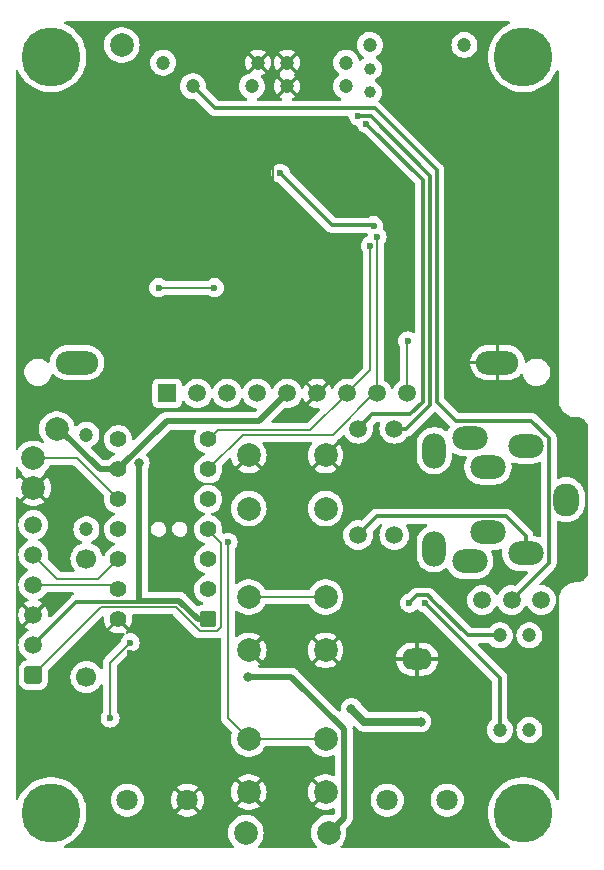
<source format=gtl>
G04 #@! TF.GenerationSoftware,KiCad,Pcbnew,7.0.8*
G04 #@! TF.CreationDate,2024-02-28T21:31:28+09:00*
G04 #@! TF.ProjectId,KT0913_Digital_Radio_1.2w,4b543039-3133-45f4-9469-676974616c5f,rev?*
G04 #@! TF.SameCoordinates,Original*
G04 #@! TF.FileFunction,Copper,L1,Top*
G04 #@! TF.FilePolarity,Positive*
%FSLAX46Y46*%
G04 Gerber Fmt 4.6, Leading zero omitted, Abs format (unit mm)*
G04 Created by KiCad (PCBNEW 7.0.8) date 2024-02-28 21:31:28*
%MOMM*%
%LPD*%
G01*
G04 APERTURE LIST*
G04 Aperture macros list*
%AMFreePoly0*
4,1,21,-0.698500,0.419100,-0.677232,0.526022,-0.616666,0.616666,-0.526022,0.677232,-0.419100,0.698500,0.419100,0.698500,0.526022,0.677232,0.616666,0.616666,0.677232,0.526022,0.698500,0.419100,0.698500,-0.419100,0.677232,-0.526022,0.616666,-0.616666,0.526022,-0.677232,0.419100,-0.698500,-0.419100,-0.698500,-0.526022,-0.677232,-0.616666,-0.616666,-0.677232,-0.526022,-0.698500,-0.419100,
-0.698500,0.419100,-0.698500,0.419100,$1*%
%AMFreePoly1*
4,1,25,-0.750000,0.450000,-0.742031,0.518685,-0.697499,0.619541,-0.619541,0.697499,-0.518685,0.742031,-0.450000,0.750000,0.450000,0.750000,0.518685,0.742031,0.619541,0.697499,0.697499,0.619541,0.742031,0.518685,0.750000,0.450000,0.750000,-0.450000,0.742031,-0.518685,0.697499,-0.619541,0.619541,-0.697499,0.518685,-0.742031,0.450000,-0.750000,-0.450000,-0.750000,-0.518685,-0.742031,
-0.619541,-0.697499,-0.697499,-0.619541,-0.742031,-0.518685,-0.750000,-0.450000,-0.750000,0.450000,-0.750000,0.450000,$1*%
G04 Aperture macros list end*
G04 #@! TA.AperFunction,ComponentPad*
%ADD10FreePoly0,90.000000*%
G04 #@! TD*
G04 #@! TA.AperFunction,ComponentPad*
%ADD11C,1.397000*%
G04 #@! TD*
G04 #@! TA.AperFunction,ComponentPad*
%ADD12C,2.000000*%
G04 #@! TD*
G04 #@! TA.AperFunction,ComponentPad*
%ADD13C,5.000000*%
G04 #@! TD*
G04 #@! TA.AperFunction,ComponentPad*
%ADD14C,1.500000*%
G04 #@! TD*
G04 #@! TA.AperFunction,ComponentPad*
%ADD15C,1.200000*%
G04 #@! TD*
G04 #@! TA.AperFunction,ComponentPad*
%ADD16C,1.000000*%
G04 #@! TD*
G04 #@! TA.AperFunction,ComponentPad*
%ADD17C,1.800000*%
G04 #@! TD*
G04 #@! TA.AperFunction,ComponentPad*
%ADD18O,2.200000X2.800000*%
G04 #@! TD*
G04 #@! TA.AperFunction,ComponentPad*
%ADD19O,3.000000X2.000000*%
G04 #@! TD*
G04 #@! TA.AperFunction,ComponentPad*
%ADD20O,2.000000X3.000000*%
G04 #@! TD*
G04 #@! TA.AperFunction,ComponentPad*
%ADD21C,1.700000*%
G04 #@! TD*
G04 #@! TA.AperFunction,ComponentPad*
%ADD22R,1.500000X1.500000*%
G04 #@! TD*
G04 #@! TA.AperFunction,ComponentPad*
%ADD23O,3.600000X2.000000*%
G04 #@! TD*
G04 #@! TA.AperFunction,ComponentPad*
%ADD24O,2.600000X1.800000*%
G04 #@! TD*
G04 #@! TA.AperFunction,ComponentPad*
%ADD25FreePoly1,90.000000*%
G04 #@! TD*
G04 #@! TA.AperFunction,ViaPad*
%ADD26C,0.600000*%
G04 #@! TD*
G04 #@! TA.AperFunction,ViaPad*
%ADD27C,0.800000*%
G04 #@! TD*
G04 #@! TA.AperFunction,Conductor*
%ADD28C,0.200000*%
G04 #@! TD*
G04 #@! TA.AperFunction,Conductor*
%ADD29C,0.700000*%
G04 #@! TD*
G04 #@! TA.AperFunction,Conductor*
%ADD30C,0.300000*%
G04 #@! TD*
G04 #@! TA.AperFunction,Conductor*
%ADD31C,0.500000*%
G04 #@! TD*
G04 APERTURE END LIST*
D10*
X116310000Y-100620000D03*
D11*
X116310000Y-98080000D03*
X116310000Y-95540000D03*
X116310000Y-93000000D03*
X116310000Y-90460000D03*
X116310000Y-87920000D03*
X116310000Y-85380000D03*
X108690000Y-85380000D03*
X108690000Y-87920000D03*
X108690000Y-90460000D03*
X108690000Y-93000000D03*
X108690000Y-95540000D03*
X108690000Y-98080000D03*
X108690000Y-100620000D03*
D12*
X119750000Y-98750000D03*
X126250000Y-98750000D03*
X119750000Y-103250000D03*
X126250000Y-103250000D03*
D13*
X143000000Y-53000000D03*
D12*
X109000000Y-52000000D03*
D14*
X139500000Y-99000000D03*
X142000000Y-99000000D03*
X144500000Y-99000000D03*
D13*
X103000000Y-117000000D03*
D12*
X101500000Y-87000000D03*
X119500000Y-118700000D03*
D15*
X143500000Y-110000000D03*
X143500000Y-102000000D03*
D14*
X132059921Y-93500000D03*
X132059921Y-84500000D03*
D12*
X119750000Y-110750000D03*
X126250000Y-110750000D03*
X119750000Y-115250000D03*
X126250000Y-115250000D03*
D14*
X129000000Y-93500000D03*
X129000000Y-84500000D03*
D16*
X130000000Y-54000000D03*
X130000000Y-56000000D03*
D15*
X138000000Y-52000000D03*
X130000000Y-52000000D03*
D12*
X103500000Y-84500000D03*
X126250000Y-91250000D03*
X119750000Y-91250000D03*
X126250000Y-86750000D03*
X119750000Y-86750000D03*
D13*
X143000000Y-117000000D03*
D15*
X120000000Y-55500000D03*
X115000000Y-55500000D03*
D17*
X109460000Y-115936000D03*
X114540000Y-115936000D03*
D12*
X101500000Y-89500000D03*
D18*
X146600000Y-90500000D03*
X146600000Y-90500000D03*
D19*
X143200000Y-85950000D03*
X143200000Y-95050000D03*
X138450000Y-85280000D03*
X138450000Y-95720000D03*
D20*
X135450000Y-86350000D03*
X135450000Y-94650000D03*
D19*
X140000000Y-87730000D03*
X140000000Y-93270000D03*
D21*
X106000000Y-95500000D03*
X106000000Y-105500000D03*
D13*
X103000000Y-53000000D03*
D15*
X123000000Y-53500000D03*
X128000000Y-53500000D03*
X123000000Y-55500000D03*
X128000000Y-55500000D03*
D22*
X112840000Y-81500000D03*
D14*
X115380000Y-81500000D03*
X117920000Y-81500000D03*
X120460000Y-81500000D03*
X123000000Y-81500000D03*
X125540000Y-81500000D03*
X128080000Y-81500000D03*
X130620000Y-81500000D03*
X133160000Y-81500000D03*
D23*
X105200000Y-78900000D03*
X140800000Y-78900000D03*
D15*
X141000000Y-102000000D03*
X141000000Y-110000000D03*
D12*
X126500000Y-118700000D03*
D15*
X120500000Y-53500000D03*
X112500000Y-53500000D03*
X106000000Y-85000000D03*
X106000000Y-93000000D03*
D24*
X134000000Y-104000000D03*
D25*
X101500000Y-105350000D03*
D14*
X101500000Y-102810000D03*
X101500000Y-100270000D03*
X101500000Y-97730000D03*
X101500000Y-95190000D03*
X101500000Y-92650000D03*
D17*
X136540000Y-115936000D03*
X131460000Y-115936000D03*
D26*
X129690000Y-64410000D03*
X125000000Y-72700000D03*
X141000000Y-96400000D03*
X115000000Y-95000000D03*
X129700000Y-61500000D03*
X131900000Y-78000000D03*
X112000000Y-110000000D03*
X121800000Y-60790000D03*
X143500000Y-89500000D03*
X109700000Y-103500000D03*
X112500000Y-103500000D03*
X140000000Y-60000000D03*
X105000000Y-65000000D03*
X135000000Y-89500000D03*
D27*
X134300000Y-109300000D03*
X128440000Y-108200000D03*
X110450000Y-87400000D03*
X119680000Y-105480000D03*
D26*
X116840000Y-72560000D03*
X112110000Y-72550000D03*
X130020500Y-69000000D03*
X130620000Y-68220000D03*
X133200000Y-77050000D03*
X122420000Y-62860000D03*
X130310000Y-67300000D03*
X129020000Y-58030000D03*
X129699500Y-58679500D03*
X133350000Y-99250000D03*
X134650000Y-99250000D03*
X118000000Y-94100000D03*
X108000000Y-109000000D03*
X109700000Y-102600000D03*
D28*
X124870000Y-113860000D02*
X126270000Y-115260000D01*
X117340000Y-89160000D02*
X119750000Y-86750000D01*
X118300000Y-113770000D02*
X119790000Y-115260000D01*
X115000000Y-95000000D02*
X115000000Y-89520000D01*
X129690000Y-64410000D02*
X129690000Y-61510000D01*
X115000000Y-89520000D02*
X115360000Y-89160000D01*
X125540000Y-81500000D02*
X124420000Y-80380000D01*
X121140000Y-113860000D02*
X124870000Y-113860000D01*
X114540000Y-115936000D02*
X116706000Y-113770000D01*
X121810000Y-77770000D02*
X121810000Y-60800000D01*
X140800000Y-78900000D02*
X140700000Y-79000000D01*
X119750000Y-115250000D02*
X121140000Y-113860000D01*
X116706000Y-113770000D02*
X118300000Y-113770000D01*
X124420000Y-80380000D02*
X121810000Y-77770000D01*
X115360000Y-89160000D02*
X117340000Y-89160000D01*
X129690000Y-61510000D02*
X129700000Y-61500000D01*
X121810000Y-60800000D02*
X121800000Y-60790000D01*
D29*
X129540000Y-109300000D02*
X128440000Y-108200000D01*
X134300000Y-109300000D02*
X129540000Y-109300000D01*
D30*
X110440000Y-99060000D02*
X110350000Y-99150000D01*
D31*
X101500000Y-102800000D02*
X101500000Y-102810000D01*
X110450000Y-99050000D02*
X113850000Y-99050000D01*
X110450000Y-87400000D02*
X110450000Y-99050000D01*
D30*
X105150000Y-99150000D02*
X101500000Y-102800000D01*
X110350000Y-99150000D02*
X105150000Y-99150000D01*
D31*
X127780000Y-117430000D02*
X126520000Y-118690000D01*
X123340000Y-105480000D02*
X127780000Y-109920000D01*
X119680000Y-105480000D02*
X123340000Y-105480000D01*
X113850000Y-99050000D02*
X115420000Y-100620000D01*
X115420000Y-100620000D02*
X116310000Y-100620000D01*
X127780000Y-109920000D02*
X127780000Y-117430000D01*
X108690000Y-87920000D02*
X107120000Y-87920000D01*
X108690000Y-87920000D02*
X112800000Y-83810000D01*
X107120000Y-87920000D02*
X103700000Y-84500000D01*
X120610000Y-83810000D02*
X122970000Y-81450000D01*
X112800000Y-83810000D02*
X120610000Y-83810000D01*
D28*
X117400000Y-101240434D02*
X117400000Y-94180000D01*
X113557818Y-99600000D02*
X115576318Y-101618500D01*
X117021934Y-101618500D02*
X117400000Y-101240434D01*
X107250000Y-99600000D02*
X113557818Y-99600000D01*
X115576318Y-101618500D02*
X117021934Y-101618500D01*
X117400000Y-94180000D02*
X116260000Y-93040000D01*
X101500000Y-105350000D02*
X107250000Y-99600000D01*
X108300000Y-97730000D02*
X108620000Y-98050000D01*
X101500000Y-97730000D02*
X108300000Y-97730000D01*
X103510000Y-97200000D02*
X106960000Y-97200000D01*
X106960000Y-97200000D02*
X108640000Y-95520000D01*
X101500000Y-95190000D02*
X103510000Y-97200000D01*
X112110000Y-72550000D02*
X116830000Y-72550000D01*
X116830000Y-72550000D02*
X116840000Y-72560000D01*
X117100000Y-84590000D02*
X124960000Y-84590000D01*
X124960000Y-84590000D02*
X128030000Y-81520000D01*
X130020000Y-79560000D02*
X130020000Y-69000500D01*
X128080000Y-81500000D02*
X130020000Y-79560000D01*
X116310000Y-85380000D02*
X117100000Y-84590000D01*
X130020000Y-69000500D02*
X130020500Y-69000000D01*
X116310000Y-87920000D02*
X119240000Y-84990000D01*
X130460872Y-81420000D02*
X130640000Y-81420000D01*
X130620000Y-81500000D02*
X130620000Y-68220000D01*
X119240000Y-84990000D02*
X126890872Y-84990000D01*
X126890872Y-84990000D02*
X130460872Y-81420000D01*
X133160000Y-81500000D02*
X133160000Y-77040000D01*
D30*
X130280000Y-67270000D02*
X126830000Y-67270000D01*
X130310000Y-67300000D02*
X130280000Y-67270000D01*
X126830000Y-67270000D02*
X122420000Y-62860000D01*
X135650000Y-82200000D02*
X137250000Y-83800000D01*
X145150000Y-95860000D02*
X142000000Y-99010000D01*
X130410000Y-57380000D02*
X135650000Y-62620000D01*
X137250000Y-83800000D02*
X143670000Y-83800000D01*
X145150000Y-85280000D02*
X145150000Y-95860000D01*
X115000000Y-55500000D02*
X116880000Y-57380000D01*
X135650000Y-62620000D02*
X135650000Y-82200000D01*
X143670000Y-83800000D02*
X145150000Y-85280000D01*
X116880000Y-57380000D02*
X130410000Y-57380000D01*
X133090000Y-84500000D02*
X132059921Y-84500000D01*
X129020000Y-58030000D02*
X130070000Y-58030000D01*
X135130000Y-63090000D02*
X135130000Y-82460000D01*
X130070000Y-58030000D02*
X135130000Y-63090000D01*
X135130000Y-82460000D02*
X133090000Y-84500000D01*
X130220000Y-83280000D02*
X129000000Y-84500000D01*
X129699500Y-58679500D02*
X134470000Y-63450000D01*
X134470000Y-63450000D02*
X134470000Y-82190000D01*
X134470000Y-82190000D02*
X133380000Y-83280000D01*
X133380000Y-83280000D02*
X130220000Y-83280000D01*
X141560000Y-91920000D02*
X143200000Y-93560000D01*
X129000000Y-93500000D02*
X130580000Y-91920000D01*
X130580000Y-91920000D02*
X141560000Y-91920000D01*
X143200000Y-93560000D02*
X143200000Y-95050000D01*
X134000000Y-98600000D02*
X134919239Y-98600000D01*
X134919239Y-98600000D02*
X135300000Y-98980761D01*
X133350000Y-99250000D02*
X134000000Y-98600000D01*
X138300000Y-102000000D02*
X141000000Y-102000000D01*
X135300000Y-99000000D02*
X138300000Y-102000000D01*
X135300000Y-98980761D02*
X135300000Y-99000000D01*
X141000000Y-105600000D02*
X141000000Y-110000000D01*
X134650000Y-99250000D02*
X141000000Y-105600000D01*
D28*
X119750000Y-98750000D02*
X126240000Y-98750000D01*
X118000000Y-94100000D02*
X118000000Y-109000000D01*
X126340000Y-110750000D02*
X126360000Y-110730000D01*
X119750000Y-110750000D02*
X126340000Y-110750000D01*
X118000000Y-109000000D02*
X119750000Y-110750000D01*
X101500000Y-87000000D02*
X105200000Y-87000000D01*
X105200000Y-87000000D02*
X108670000Y-90470000D01*
X108000000Y-104300000D02*
X109700000Y-102600000D01*
X108000000Y-109000000D02*
X108000000Y-104300000D01*
G04 #@! TA.AperFunction,Conductor*
G36*
X104966942Y-87620185D02*
G01*
X104987584Y-87636819D01*
X107473254Y-90122489D01*
X107506739Y-90183812D01*
X107505342Y-90232722D01*
X107507419Y-90233111D01*
X107506365Y-90238745D01*
X107485863Y-90459999D01*
X107485863Y-90460000D01*
X107506365Y-90681259D01*
X107506366Y-90681261D01*
X107567174Y-90894979D01*
X107567180Y-90894994D01*
X107666222Y-91093896D01*
X107800133Y-91271224D01*
X107964344Y-91420921D01*
X107964346Y-91420923D01*
X108153266Y-91537897D01*
X108153272Y-91537900D01*
X108195693Y-91554333D01*
X108350675Y-91614374D01*
X108406074Y-91656946D01*
X108429665Y-91722713D01*
X108413954Y-91790793D01*
X108363930Y-91839572D01*
X108350684Y-91845621D01*
X108271371Y-91876348D01*
X108153272Y-91922099D01*
X108153266Y-91922102D01*
X107964346Y-92039076D01*
X107964344Y-92039078D01*
X107800133Y-92188775D01*
X107666222Y-92366103D01*
X107567180Y-92565005D01*
X107567174Y-92565020D01*
X107506366Y-92778738D01*
X107506365Y-92778740D01*
X107485863Y-92999999D01*
X107485863Y-93000000D01*
X107506365Y-93221259D01*
X107506366Y-93221261D01*
X107567174Y-93434979D01*
X107567180Y-93434994D01*
X107666222Y-93633896D01*
X107800133Y-93811224D01*
X107964344Y-93960921D01*
X107964346Y-93960923D01*
X108153266Y-94077897D01*
X108153272Y-94077900D01*
X108179176Y-94087935D01*
X108350675Y-94154374D01*
X108406074Y-94196946D01*
X108429665Y-94262713D01*
X108413954Y-94330793D01*
X108363930Y-94379572D01*
X108350684Y-94385621D01*
X108271371Y-94416348D01*
X108153272Y-94462099D01*
X108153266Y-94462102D01*
X107964346Y-94579076D01*
X107964344Y-94579078D01*
X107800133Y-94728775D01*
X107666222Y-94906103D01*
X107567180Y-95105005D01*
X107567175Y-95105018D01*
X107548469Y-95170763D01*
X107511189Y-95229856D01*
X107447879Y-95259413D01*
X107378640Y-95250051D01*
X107325454Y-95204740D01*
X107309428Y-95168921D01*
X107304953Y-95152221D01*
X107273903Y-95036337D01*
X107174035Y-94822171D01*
X107143216Y-94778156D01*
X107038494Y-94628597D01*
X106871402Y-94461506D01*
X106871395Y-94461501D01*
X106864014Y-94456333D01*
X106824601Y-94428735D01*
X106677834Y-94325967D01*
X106677830Y-94325965D01*
X106577658Y-94279254D01*
X106463663Y-94226097D01*
X106463662Y-94226096D01*
X106463118Y-94225843D01*
X106410679Y-94179671D01*
X106391527Y-94112477D01*
X106411743Y-94045596D01*
X106464908Y-94000261D01*
X106470698Y-93997846D01*
X106492637Y-93989348D01*
X106666041Y-93881981D01*
X106816764Y-93744579D01*
X106939673Y-93581821D01*
X107030582Y-93399250D01*
X107086397Y-93203083D01*
X107105215Y-93000000D01*
X107102759Y-92973500D01*
X107086397Y-92796917D01*
X107064748Y-92720829D01*
X107030582Y-92600750D01*
X107025321Y-92590185D01*
X106985630Y-92510474D01*
X106939673Y-92418179D01*
X106870722Y-92326873D01*
X106816762Y-92255418D01*
X106666041Y-92118019D01*
X106666039Y-92118017D01*
X106492642Y-92010655D01*
X106492635Y-92010651D01*
X106378940Y-91966606D01*
X106302456Y-91936976D01*
X106101976Y-91899500D01*
X105898024Y-91899500D01*
X105697544Y-91936976D01*
X105697541Y-91936976D01*
X105697541Y-91936977D01*
X105507364Y-92010651D01*
X105507357Y-92010655D01*
X105333960Y-92118017D01*
X105333958Y-92118019D01*
X105183237Y-92255418D01*
X105060327Y-92418178D01*
X104969422Y-92600739D01*
X104969417Y-92600752D01*
X104913602Y-92796917D01*
X104894785Y-92999999D01*
X104894785Y-93000000D01*
X104913602Y-93203082D01*
X104969417Y-93399247D01*
X104969422Y-93399260D01*
X105060327Y-93581821D01*
X105183237Y-93744581D01*
X105333958Y-93881980D01*
X105333960Y-93881982D01*
X105396565Y-93920745D01*
X105507363Y-93989348D01*
X105507368Y-93989349D01*
X105507370Y-93989351D01*
X105529268Y-93997834D01*
X105584670Y-94040406D01*
X105608262Y-94106172D01*
X105592552Y-94174253D01*
X105542529Y-94223032D01*
X105536881Y-94225843D01*
X105322171Y-94325964D01*
X105322169Y-94325965D01*
X105128597Y-94461505D01*
X104961505Y-94628597D01*
X104825965Y-94822169D01*
X104825964Y-94822171D01*
X104726098Y-95036335D01*
X104726094Y-95036344D01*
X104664938Y-95264586D01*
X104664936Y-95264596D01*
X104644341Y-95499999D01*
X104644341Y-95500000D01*
X104664936Y-95735403D01*
X104664938Y-95735413D01*
X104726094Y-95963655D01*
X104726096Y-95963659D01*
X104726097Y-95963663D01*
X104813733Y-96151598D01*
X104825965Y-96177830D01*
X104825967Y-96177834D01*
X104928876Y-96324802D01*
X104960226Y-96369575D01*
X104961501Y-96371395D01*
X104961506Y-96371402D01*
X104977923Y-96387819D01*
X105011408Y-96449142D01*
X105006424Y-96518834D01*
X104964552Y-96574767D01*
X104899088Y-96599184D01*
X104890242Y-96599500D01*
X103810097Y-96599500D01*
X103743058Y-96579815D01*
X103722416Y-96563181D01*
X102751117Y-95591882D01*
X102717632Y-95530559D01*
X102719023Y-95472107D01*
X102736207Y-95407977D01*
X102753347Y-95212065D01*
X102755277Y-95190002D01*
X102755277Y-95189997D01*
X102741834Y-95036344D01*
X102736207Y-94972023D01*
X102679575Y-94760670D01*
X102587102Y-94562362D01*
X102587100Y-94562359D01*
X102587099Y-94562357D01*
X102461599Y-94383124D01*
X102385352Y-94306877D01*
X102306877Y-94228402D01*
X102127639Y-94102898D01*
X101976414Y-94032381D01*
X101923977Y-93986210D01*
X101904825Y-93919016D01*
X101925041Y-93852135D01*
X101976414Y-93807618D01*
X102127639Y-93737102D01*
X102306877Y-93611598D01*
X102461598Y-93456877D01*
X102587102Y-93277639D01*
X102679575Y-93079330D01*
X102736207Y-92867977D01*
X102755277Y-92650000D01*
X102755233Y-92649500D01*
X102750044Y-92590185D01*
X102736207Y-92432023D01*
X102686020Y-92244723D01*
X102679577Y-92220677D01*
X102679576Y-92220676D01*
X102679575Y-92220670D01*
X102587102Y-92022362D01*
X102587100Y-92022359D01*
X102587099Y-92022357D01*
X102461599Y-91843124D01*
X102409268Y-91790793D01*
X102306877Y-91688402D01*
X102127639Y-91562898D01*
X102127640Y-91562898D01*
X102127638Y-91562897D01*
X101988087Y-91497824D01*
X101929330Y-91470425D01*
X101929326Y-91470424D01*
X101929322Y-91470422D01*
X101717977Y-91413793D01*
X101500002Y-91394723D01*
X101499998Y-91394723D01*
X101354682Y-91407436D01*
X101282023Y-91413793D01*
X101282020Y-91413793D01*
X101070677Y-91470422D01*
X101070668Y-91470426D01*
X100872361Y-91562898D01*
X100872357Y-91562900D01*
X100693121Y-91688402D01*
X100538402Y-91843121D01*
X100412900Y-92022357D01*
X100412898Y-92022361D01*
X100320426Y-92220668D01*
X100320422Y-92220677D01*
X100263793Y-92432020D01*
X100263793Y-92432024D01*
X100248028Y-92612221D01*
X100233800Y-92648593D01*
X100243477Y-92663650D01*
X100248028Y-92687778D01*
X100263793Y-92867975D01*
X100263793Y-92867979D01*
X100320422Y-93079322D01*
X100320424Y-93079326D01*
X100320425Y-93079330D01*
X100343274Y-93128330D01*
X100412897Y-93277638D01*
X100428276Y-93299601D01*
X100538402Y-93456877D01*
X100693123Y-93611598D01*
X100845045Y-93717975D01*
X100872361Y-93737102D01*
X101023583Y-93807618D01*
X101076022Y-93853790D01*
X101095174Y-93920984D01*
X101074958Y-93987865D01*
X101023583Y-94032382D01*
X100872361Y-94102898D01*
X100872357Y-94102900D01*
X100693121Y-94228402D01*
X100538402Y-94383121D01*
X100412900Y-94562357D01*
X100412898Y-94562361D01*
X100320426Y-94760668D01*
X100320422Y-94760677D01*
X100263793Y-94972020D01*
X100263793Y-94972024D01*
X100248028Y-95152221D01*
X100233800Y-95188593D01*
X100243477Y-95203650D01*
X100248028Y-95227778D01*
X100249977Y-95250051D01*
X100262904Y-95397821D01*
X100263793Y-95407975D01*
X100263793Y-95407979D01*
X100320422Y-95619322D01*
X100320424Y-95619326D01*
X100320425Y-95619330D01*
X100329542Y-95638881D01*
X100412897Y-95817638D01*
X100431590Y-95844334D01*
X100538402Y-95996877D01*
X100693123Y-96151598D01*
X100872361Y-96277102D01*
X101023583Y-96347618D01*
X101076022Y-96393790D01*
X101095174Y-96460984D01*
X101074958Y-96527865D01*
X101023583Y-96572382D01*
X100872361Y-96642898D01*
X100872357Y-96642900D01*
X100693121Y-96768402D01*
X100538402Y-96923121D01*
X100412900Y-97102357D01*
X100412898Y-97102361D01*
X100336750Y-97265661D01*
X100325201Y-97290429D01*
X100320426Y-97300668D01*
X100320422Y-97300677D01*
X100263793Y-97512020D01*
X100263793Y-97512024D01*
X100248028Y-97692221D01*
X100233800Y-97728593D01*
X100243477Y-97743650D01*
X100248028Y-97767778D01*
X100249378Y-97783214D01*
X100263728Y-97947239D01*
X100263793Y-97947973D01*
X100263793Y-97947979D01*
X100320422Y-98159322D01*
X100320424Y-98159326D01*
X100320425Y-98159330D01*
X100351985Y-98227011D01*
X100412897Y-98357638D01*
X100423206Y-98372361D01*
X100538402Y-98536877D01*
X100693123Y-98691598D01*
X100872360Y-98817101D01*
X100872361Y-98817102D01*
X101024175Y-98887894D01*
X101076614Y-98934066D01*
X101095766Y-99001260D01*
X101075550Y-99068141D01*
X101024175Y-99112658D01*
X100872614Y-99183332D01*
X100872612Y-99183333D01*
X100727249Y-99285117D01*
X100727248Y-99285117D01*
X101268281Y-99826149D01*
X101226900Y-99845048D01*
X101118239Y-99939202D01*
X101055185Y-100037316D01*
X100515117Y-99497248D01*
X100515117Y-99497249D01*
X100413333Y-99642612D01*
X100413332Y-99642614D01*
X100320898Y-99840840D01*
X100320894Y-99840849D01*
X100264289Y-100052105D01*
X100264287Y-100052115D01*
X100248028Y-100237961D01*
X100236591Y-100267197D01*
X100243477Y-100277911D01*
X100248028Y-100302038D01*
X100264287Y-100487884D01*
X100264289Y-100487894D01*
X100320894Y-100699150D01*
X100320898Y-100699159D01*
X100413333Y-100897387D01*
X100515117Y-101042750D01*
X101055184Y-100502683D01*
X101118239Y-100600798D01*
X101226900Y-100694952D01*
X101268280Y-100713850D01*
X100727248Y-101254881D01*
X100872613Y-101356667D01*
X100872615Y-101356668D01*
X101024174Y-101427341D01*
X101076614Y-101473513D01*
X101095766Y-101540706D01*
X101075551Y-101607588D01*
X101024176Y-101652105D01*
X100872358Y-101722900D01*
X100872357Y-101722900D01*
X100693121Y-101848402D01*
X100538402Y-102003121D01*
X100412900Y-102182357D01*
X100412898Y-102182361D01*
X100320426Y-102380668D01*
X100320422Y-102380677D01*
X100263793Y-102592020D01*
X100263793Y-102592022D01*
X100263793Y-102592023D01*
X100263095Y-102600000D01*
X100248028Y-102772221D01*
X100233800Y-102808593D01*
X100243477Y-102823650D01*
X100248028Y-102847778D01*
X100249288Y-102862181D01*
X100260413Y-102989348D01*
X100263793Y-103027975D01*
X100263793Y-103027979D01*
X100320422Y-103239322D01*
X100320424Y-103239326D01*
X100320425Y-103239330D01*
X100366287Y-103337681D01*
X100412897Y-103437638D01*
X100412898Y-103437639D01*
X100538402Y-103616877D01*
X100693123Y-103771598D01*
X100872361Y-103897102D01*
X100872362Y-103897102D01*
X100876796Y-103900207D01*
X100876150Y-103901129D01*
X100920465Y-103947601D01*
X100933691Y-104016208D01*
X100907726Y-104081073D01*
X100851207Y-104121467D01*
X100700480Y-104174209D01*
X100547737Y-104270184D01*
X100420184Y-104397737D01*
X100324211Y-104550476D01*
X100264631Y-104720745D01*
X100264630Y-104720750D01*
X100249500Y-104855039D01*
X100249500Y-105844960D01*
X100264630Y-105979249D01*
X100264631Y-105979254D01*
X100324211Y-106149523D01*
X100367817Y-106218921D01*
X100420184Y-106302262D01*
X100547738Y-106429816D01*
X100700478Y-106525789D01*
X100870745Y-106585368D01*
X100870750Y-106585369D01*
X100961246Y-106595565D01*
X101005040Y-106600499D01*
X101005043Y-106600500D01*
X101005046Y-106600500D01*
X101994957Y-106600500D01*
X101994958Y-106600499D01*
X102062104Y-106592934D01*
X102129249Y-106585369D01*
X102129252Y-106585368D01*
X102129255Y-106585368D01*
X102299522Y-106525789D01*
X102452262Y-106429816D01*
X102579816Y-106302262D01*
X102675789Y-106149522D01*
X102735368Y-105979255D01*
X102750500Y-105844954D01*
X102750500Y-105000097D01*
X102770185Y-104933058D01*
X102786819Y-104912416D01*
X105033791Y-102665444D01*
X107285107Y-100414127D01*
X107346428Y-100380644D01*
X107416120Y-100385628D01*
X107472053Y-100427500D01*
X107496470Y-100492964D01*
X107496257Y-100513251D01*
X107486366Y-100619998D01*
X107486366Y-100620000D01*
X107506859Y-100841166D01*
X107506860Y-100841168D01*
X107567643Y-101054798D01*
X107567649Y-101054813D01*
X107666646Y-101253625D01*
X107666651Y-101253632D01*
X107743056Y-101354811D01*
X108320997Y-100776869D01*
X108362359Y-100858045D01*
X108451955Y-100947641D01*
X108533129Y-100989001D01*
X107952596Y-101569533D01*
X107952597Y-101569534D01*
X107964643Y-101580517D01*
X107964652Y-101580523D01*
X108153490Y-101697447D01*
X108153496Y-101697450D01*
X108360607Y-101777684D01*
X108578945Y-101818500D01*
X108801055Y-101818500D01*
X109019395Y-101777684D01*
X109079805Y-101754281D01*
X109149428Y-101748418D01*
X109211169Y-101781127D01*
X109245424Y-101842023D01*
X109241319Y-101911772D01*
X109201920Y-101966849D01*
X109197735Y-101970186D01*
X109070184Y-102097737D01*
X108974210Y-102250478D01*
X108914630Y-102420750D01*
X108904837Y-102507668D01*
X108877770Y-102572082D01*
X108869298Y-102581465D01*
X107606096Y-103844668D01*
X107599993Y-103850020D01*
X107571719Y-103871716D01*
X107547550Y-103903215D01*
X107475461Y-103997162D01*
X107475461Y-103997163D01*
X107414957Y-104143234D01*
X107414955Y-104143239D01*
X107398243Y-104270184D01*
X107394318Y-104300000D01*
X107397736Y-104325965D01*
X107398969Y-104335326D01*
X107399500Y-104343428D01*
X107399500Y-104750890D01*
X107379815Y-104817929D01*
X107327011Y-104863684D01*
X107257853Y-104873628D01*
X107194297Y-104844603D01*
X107173925Y-104822013D01*
X107038494Y-104628597D01*
X106871402Y-104461506D01*
X106871395Y-104461501D01*
X106677834Y-104325967D01*
X106677830Y-104325965D01*
X106622146Y-104299999D01*
X106463663Y-104226097D01*
X106463659Y-104226096D01*
X106463655Y-104226094D01*
X106235413Y-104164938D01*
X106235403Y-104164936D01*
X106000001Y-104144341D01*
X105999999Y-104144341D01*
X105764596Y-104164936D01*
X105764586Y-104164938D01*
X105536344Y-104226094D01*
X105536335Y-104226098D01*
X105322171Y-104325964D01*
X105322169Y-104325965D01*
X105128597Y-104461505D01*
X104961505Y-104628597D01*
X104825965Y-104822169D01*
X104825964Y-104822171D01*
X104726098Y-105036335D01*
X104726094Y-105036344D01*
X104664938Y-105264586D01*
X104664936Y-105264596D01*
X104644341Y-105499999D01*
X104644341Y-105500000D01*
X104664936Y-105735403D01*
X104664938Y-105735413D01*
X104726094Y-105963655D01*
X104726096Y-105963659D01*
X104726097Y-105963663D01*
X104812765Y-106149522D01*
X104825965Y-106177830D01*
X104825967Y-106177834D01*
X104913093Y-106302262D01*
X104961505Y-106371401D01*
X105128599Y-106538495D01*
X105195541Y-106585368D01*
X105322165Y-106674032D01*
X105322167Y-106674033D01*
X105322170Y-106674035D01*
X105536337Y-106773903D01*
X105764592Y-106835063D01*
X105952918Y-106851539D01*
X105999999Y-106855659D01*
X106000000Y-106855659D01*
X106000001Y-106855659D01*
X106039234Y-106852226D01*
X106235408Y-106835063D01*
X106463663Y-106773903D01*
X106677830Y-106674035D01*
X106871401Y-106538495D01*
X107038495Y-106371401D01*
X107173925Y-106177986D01*
X107228502Y-106134362D01*
X107298000Y-106127168D01*
X107360355Y-106158691D01*
X107395769Y-106218921D01*
X107399500Y-106249110D01*
X107399500Y-108417587D01*
X107379815Y-108484626D01*
X107372450Y-108494896D01*
X107370186Y-108497734D01*
X107274211Y-108650476D01*
X107214631Y-108820745D01*
X107214630Y-108820750D01*
X107194435Y-108999996D01*
X107194435Y-109000003D01*
X107214630Y-109179249D01*
X107214631Y-109179254D01*
X107274211Y-109349523D01*
X107340693Y-109455328D01*
X107370184Y-109502262D01*
X107497738Y-109629816D01*
X107650478Y-109725789D01*
X107820745Y-109785368D01*
X107820750Y-109785369D01*
X107999996Y-109805565D01*
X108000000Y-109805565D01*
X108000004Y-109805565D01*
X108179249Y-109785369D01*
X108179252Y-109785368D01*
X108179255Y-109785368D01*
X108349522Y-109725789D01*
X108502262Y-109629816D01*
X108629816Y-109502262D01*
X108725789Y-109349522D01*
X108785368Y-109179255D01*
X108787768Y-109157958D01*
X108805565Y-109000003D01*
X108805565Y-108999996D01*
X108785369Y-108820750D01*
X108785368Y-108820745D01*
X108754390Y-108732216D01*
X108725789Y-108650478D01*
X108629816Y-108497738D01*
X108629814Y-108497736D01*
X108629813Y-108497734D01*
X108627550Y-108494896D01*
X108626659Y-108492715D01*
X108626111Y-108491842D01*
X108626264Y-108491745D01*
X108601144Y-108430209D01*
X108600500Y-108417587D01*
X108600500Y-104600096D01*
X108620185Y-104533057D01*
X108636814Y-104512419D01*
X109718535Y-103430698D01*
X109779856Y-103397215D01*
X109792311Y-103395163D01*
X109879255Y-103385368D01*
X110049522Y-103325789D01*
X110202262Y-103229816D01*
X110329816Y-103102262D01*
X110425789Y-102949522D01*
X110485368Y-102779255D01*
X110486033Y-102773360D01*
X110505565Y-102600000D01*
X110505565Y-102599996D01*
X110485369Y-102420750D01*
X110485368Y-102420745D01*
X110477847Y-102399250D01*
X110425789Y-102250478D01*
X110329816Y-102097738D01*
X110202262Y-101970184D01*
X110196954Y-101966849D01*
X110049523Y-101874211D01*
X109879254Y-101814631D01*
X109879249Y-101814630D01*
X109700004Y-101794435D01*
X109699996Y-101794435D01*
X109520750Y-101814630D01*
X109520738Y-101814633D01*
X109479436Y-101829085D01*
X109409657Y-101832646D01*
X109349030Y-101797916D01*
X109316804Y-101735922D01*
X109323210Y-101666347D01*
X109366215Y-101611279D01*
X109373208Y-101606615D01*
X109415345Y-101580525D01*
X109415351Y-101580521D01*
X109427401Y-101569533D01*
X109427402Y-101569533D01*
X108846870Y-100989001D01*
X108928045Y-100947641D01*
X109017641Y-100858045D01*
X109059001Y-100776870D01*
X109636942Y-101354811D01*
X109713349Y-101253632D01*
X109812350Y-101054813D01*
X109812356Y-101054798D01*
X109873139Y-100841168D01*
X109873140Y-100841166D01*
X109893634Y-100620000D01*
X109893634Y-100619999D01*
X109873140Y-100398835D01*
X109861645Y-100358433D01*
X109862233Y-100288566D01*
X109900500Y-100230108D01*
X109964297Y-100201618D01*
X109980912Y-100200500D01*
X113257721Y-100200500D01*
X113324760Y-100220185D01*
X113345402Y-100236819D01*
X115120987Y-102012404D01*
X115126338Y-102018505D01*
X115148036Y-102046782D01*
X115225456Y-102106188D01*
X115273477Y-102143036D01*
X115273480Y-102143037D01*
X115273481Y-102143038D01*
X115346516Y-102173290D01*
X115419556Y-102203544D01*
X115497937Y-102213863D01*
X115576317Y-102224182D01*
X115576318Y-102224182D01*
X115611647Y-102219530D01*
X115619746Y-102219000D01*
X116978506Y-102219000D01*
X116986604Y-102219530D01*
X117021934Y-102224182D01*
X117021935Y-102224182D01*
X117074188Y-102217302D01*
X117178696Y-102203544D01*
X117214029Y-102188908D01*
X117228048Y-102183102D01*
X117297517Y-102175633D01*
X117359996Y-102206908D01*
X117395648Y-102266997D01*
X117399500Y-102297663D01*
X117399500Y-108956571D01*
X117398969Y-108964673D01*
X117394318Y-108999999D01*
X117394318Y-109000000D01*
X117399500Y-109039360D01*
X117414955Y-109156760D01*
X117414956Y-109156762D01*
X117473133Y-109297215D01*
X117475464Y-109302841D01*
X117571718Y-109428282D01*
X117599995Y-109449980D01*
X117606085Y-109455320D01*
X117956330Y-109805565D01*
X118293482Y-110142717D01*
X118326967Y-110204040D01*
X118326007Y-110260838D01*
X118264892Y-110502174D01*
X118264890Y-110502187D01*
X118244357Y-110749994D01*
X118244357Y-110750005D01*
X118264890Y-110997812D01*
X118264892Y-110997824D01*
X118325936Y-111238881D01*
X118425826Y-111466606D01*
X118561833Y-111674782D01*
X118561836Y-111674785D01*
X118730256Y-111857738D01*
X118926491Y-112010474D01*
X118926493Y-112010475D01*
X119144478Y-112128443D01*
X119145190Y-112128828D01*
X119364141Y-112203994D01*
X119378294Y-112208853D01*
X119380386Y-112209571D01*
X119625665Y-112250500D01*
X119874335Y-112250500D01*
X120119614Y-112209571D01*
X120354810Y-112128828D01*
X120573509Y-112010474D01*
X120769744Y-111857738D01*
X120938164Y-111674785D01*
X121074173Y-111466607D01*
X121092560Y-111424689D01*
X121137517Y-111371204D01*
X121204253Y-111350514D01*
X121206116Y-111350500D01*
X124793884Y-111350500D01*
X124860923Y-111370185D01*
X124906678Y-111422989D01*
X124907440Y-111424689D01*
X124925827Y-111466608D01*
X125061833Y-111674782D01*
X125061836Y-111674785D01*
X125230256Y-111857738D01*
X125426491Y-112010474D01*
X125426493Y-112010475D01*
X125644478Y-112128443D01*
X125645190Y-112128828D01*
X125864141Y-112203994D01*
X125878294Y-112208853D01*
X125880386Y-112209571D01*
X126125665Y-112250500D01*
X126374335Y-112250500D01*
X126619614Y-112209571D01*
X126854810Y-112128828D01*
X126854820Y-112128822D01*
X126855687Y-112128443D01*
X126856079Y-112128392D01*
X126859661Y-112127163D01*
X126859913Y-112127899D01*
X126924987Y-112119539D01*
X126988100Y-112149514D01*
X127024988Y-112208853D01*
X127029500Y-112241998D01*
X127029500Y-113758550D01*
X127009815Y-113825589D01*
X126957011Y-113871344D01*
X126887853Y-113881288D01*
X126859493Y-113873193D01*
X126859458Y-113873297D01*
X126857491Y-113872622D01*
X126855705Y-113872112D01*
X126854618Y-113871635D01*
X126619493Y-113790916D01*
X126374293Y-113750000D01*
X126125707Y-113750000D01*
X125880506Y-113790916D01*
X125645396Y-113871630D01*
X125645385Y-113871635D01*
X125426768Y-113989944D01*
X125426765Y-113989946D01*
X125300418Y-114088285D01*
X125300418Y-114088286D01*
X125942105Y-114729973D01*
X125822075Y-114822075D01*
X125729973Y-114942104D01*
X125086753Y-114298884D01*
X125086752Y-114298884D01*
X125062237Y-114325516D01*
X124926266Y-114533635D01*
X124826412Y-114761282D01*
X124765387Y-115002261D01*
X124765385Y-115002270D01*
X124744859Y-115249994D01*
X124744859Y-115250005D01*
X124765385Y-115497729D01*
X124765387Y-115497738D01*
X124826412Y-115738717D01*
X124926267Y-115966367D01*
X125062227Y-116174470D01*
X125086753Y-116201113D01*
X125729972Y-115557894D01*
X125822075Y-115677925D01*
X125942103Y-115770026D01*
X125300418Y-116411712D01*
X125426768Y-116510055D01*
X125426771Y-116510057D01*
X125645385Y-116628364D01*
X125645396Y-116628369D01*
X125880506Y-116709083D01*
X126125707Y-116750000D01*
X126374293Y-116750000D01*
X126619493Y-116709083D01*
X126854601Y-116628370D01*
X126855681Y-116627897D01*
X126856160Y-116627835D01*
X126859459Y-116626703D01*
X126859691Y-116627381D01*
X126924980Y-116618989D01*
X126988095Y-116648961D01*
X127024986Y-116708297D01*
X127029500Y-116741449D01*
X127029500Y-117067768D01*
X127009815Y-117134807D01*
X126993180Y-117155450D01*
X126947815Y-117200814D01*
X126886492Y-117234299D01*
X126839726Y-117235441D01*
X126624335Y-117199500D01*
X126375665Y-117199500D01*
X126130383Y-117240429D01*
X125895197Y-117321169D01*
X125895188Y-117321172D01*
X125676493Y-117439524D01*
X125480257Y-117592261D01*
X125311833Y-117775217D01*
X125175826Y-117983393D01*
X125075936Y-118211118D01*
X125014892Y-118452175D01*
X125014890Y-118452187D01*
X124994357Y-118699994D01*
X124994357Y-118700005D01*
X125014890Y-118947812D01*
X125014892Y-118947824D01*
X125075936Y-119188881D01*
X125175826Y-119416606D01*
X125311833Y-119624782D01*
X125360027Y-119677134D01*
X125438694Y-119762590D01*
X125465324Y-119791517D01*
X125496246Y-119854172D01*
X125488386Y-119923598D01*
X125444239Y-119977753D01*
X125377821Y-119999444D01*
X125374094Y-119999500D01*
X120625906Y-119999500D01*
X120558867Y-119979815D01*
X120513112Y-119927011D01*
X120503168Y-119857853D01*
X120532193Y-119794297D01*
X120534676Y-119791517D01*
X120541864Y-119783709D01*
X120688164Y-119624785D01*
X120824173Y-119416607D01*
X120924063Y-119188881D01*
X120985108Y-118947821D01*
X120988750Y-118903870D01*
X121005643Y-118700005D01*
X121005643Y-118699994D01*
X120985109Y-118452187D01*
X120985107Y-118452175D01*
X120924063Y-118211118D01*
X120824173Y-117983393D01*
X120688166Y-117775217D01*
X120612603Y-117693134D01*
X120519744Y-117592262D01*
X120323509Y-117439526D01*
X120323507Y-117439525D01*
X120323506Y-117439524D01*
X120104811Y-117321172D01*
X120104802Y-117321169D01*
X119869616Y-117240429D01*
X119624335Y-117199500D01*
X119375665Y-117199500D01*
X119130383Y-117240429D01*
X118895197Y-117321169D01*
X118895188Y-117321172D01*
X118676493Y-117439524D01*
X118480257Y-117592261D01*
X118311833Y-117775217D01*
X118175826Y-117983393D01*
X118075936Y-118211118D01*
X118014892Y-118452175D01*
X118014890Y-118452187D01*
X117994357Y-118699994D01*
X117994357Y-118700005D01*
X118014890Y-118947812D01*
X118014892Y-118947824D01*
X118075936Y-119188881D01*
X118175826Y-119416606D01*
X118311833Y-119624782D01*
X118360027Y-119677134D01*
X118438694Y-119762590D01*
X118465324Y-119791517D01*
X118496246Y-119854172D01*
X118488386Y-119923598D01*
X118444239Y-119977753D01*
X118377821Y-119999444D01*
X118374094Y-119999500D01*
X104235057Y-119999500D01*
X104168018Y-119979815D01*
X104122263Y-119927011D01*
X104112319Y-119857853D01*
X104141344Y-119794297D01*
X104187660Y-119762409D01*
X104187141Y-119761205D01*
X104190436Y-119759782D01*
X104190451Y-119759777D01*
X104502793Y-119602913D01*
X104794811Y-119410849D01*
X105062558Y-119186183D01*
X105302412Y-118931953D01*
X105511130Y-118651596D01*
X105685889Y-118348904D01*
X105824326Y-118027971D01*
X105924569Y-117693136D01*
X105925399Y-117688433D01*
X105985260Y-117348938D01*
X105985259Y-117348938D01*
X105985262Y-117348927D01*
X106005585Y-117000000D01*
X105985262Y-116651073D01*
X105981258Y-116628364D01*
X105924571Y-116306872D01*
X105924569Y-116306865D01*
X105924569Y-116306864D01*
X105824326Y-115972029D01*
X105808787Y-115936006D01*
X108054700Y-115936006D01*
X108073864Y-116167297D01*
X108073866Y-116167308D01*
X108130842Y-116392300D01*
X108224075Y-116604848D01*
X108351016Y-116799147D01*
X108351019Y-116799151D01*
X108351021Y-116799153D01*
X108508216Y-116969913D01*
X108508219Y-116969915D01*
X108508222Y-116969918D01*
X108691365Y-117112464D01*
X108691371Y-117112468D01*
X108691374Y-117112470D01*
X108770794Y-117155450D01*
X108894652Y-117222479D01*
X108895497Y-117222936D01*
X109009487Y-117262068D01*
X109115015Y-117298297D01*
X109115017Y-117298297D01*
X109115019Y-117298298D01*
X109343951Y-117336500D01*
X109343952Y-117336500D01*
X109576048Y-117336500D01*
X109576049Y-117336500D01*
X109804981Y-117298298D01*
X110024503Y-117222936D01*
X110228626Y-117112470D01*
X110260960Y-117087304D01*
X110290129Y-117064600D01*
X110411784Y-116969913D01*
X110568979Y-116799153D01*
X110695924Y-116604849D01*
X110789157Y-116392300D01*
X110846134Y-116167305D01*
X110846135Y-116167297D01*
X110865300Y-115936006D01*
X110865300Y-115936005D01*
X113135202Y-115936005D01*
X113154361Y-116167218D01*
X113211317Y-116392135D01*
X113304515Y-116604606D01*
X113431418Y-116798846D01*
X113431422Y-116798851D01*
X113447524Y-116816341D01*
X113447525Y-116816341D01*
X114019972Y-116243894D01*
X114112075Y-116363925D01*
X114232104Y-116456026D01*
X113661676Y-117026454D01*
X113771649Y-117112050D01*
X113975697Y-117222476D01*
X113975706Y-117222479D01*
X114195139Y-117297811D01*
X114423993Y-117336000D01*
X114656007Y-117336000D01*
X114884860Y-117297811D01*
X115104293Y-117222479D01*
X115104302Y-117222476D01*
X115308353Y-117112048D01*
X115418322Y-117026455D01*
X115418322Y-117026454D01*
X114847894Y-116456026D01*
X114967925Y-116363925D01*
X115060026Y-116243895D01*
X115632473Y-116816342D01*
X115632474Y-116816341D01*
X115648584Y-116798843D01*
X115775483Y-116604609D01*
X115868682Y-116392135D01*
X115925638Y-116167218D01*
X115944798Y-115936005D01*
X115944798Y-115935994D01*
X115925638Y-115704781D01*
X115868682Y-115479864D01*
X115775484Y-115267393D01*
X115764124Y-115250005D01*
X118244859Y-115250005D01*
X118265385Y-115497729D01*
X118265387Y-115497738D01*
X118326412Y-115738717D01*
X118426267Y-115966367D01*
X118562227Y-116174470D01*
X118586753Y-116201113D01*
X119229972Y-115557894D01*
X119322075Y-115677925D01*
X119442104Y-115770026D01*
X118800418Y-116411712D01*
X118926768Y-116510055D01*
X118926771Y-116510057D01*
X119145385Y-116628364D01*
X119145396Y-116628369D01*
X119380506Y-116709083D01*
X119625707Y-116750000D01*
X119874293Y-116750000D01*
X120119493Y-116709083D01*
X120354603Y-116628369D01*
X120354614Y-116628364D01*
X120573230Y-116510056D01*
X120573235Y-116510052D01*
X120699580Y-116411713D01*
X120699580Y-116411712D01*
X120057894Y-115770026D01*
X120177925Y-115677925D01*
X120270026Y-115557895D01*
X120913244Y-116201113D01*
X120913246Y-116201113D01*
X120937769Y-116174475D01*
X121073732Y-115966367D01*
X121173587Y-115738717D01*
X121234612Y-115497738D01*
X121234614Y-115497729D01*
X121255141Y-115250005D01*
X121255141Y-115249994D01*
X121234614Y-115002270D01*
X121234612Y-115002261D01*
X121173587Y-114761282D01*
X121073732Y-114533632D01*
X120937770Y-114325525D01*
X120913245Y-114298885D01*
X120270026Y-114942104D01*
X120177925Y-114822075D01*
X120057894Y-114729973D01*
X120699580Y-114088286D01*
X120699580Y-114088285D01*
X120573236Y-113989947D01*
X120573231Y-113989944D01*
X120354614Y-113871635D01*
X120354603Y-113871630D01*
X120119493Y-113790916D01*
X119874293Y-113750000D01*
X119625707Y-113750000D01*
X119380506Y-113790916D01*
X119145396Y-113871630D01*
X119145385Y-113871635D01*
X118926768Y-113989944D01*
X118926765Y-113989946D01*
X118800418Y-114088285D01*
X118800418Y-114088286D01*
X119442105Y-114729973D01*
X119322075Y-114822075D01*
X119229973Y-114942104D01*
X118586753Y-114298884D01*
X118586752Y-114298884D01*
X118562237Y-114325516D01*
X118426266Y-114533635D01*
X118326412Y-114761282D01*
X118265387Y-115002261D01*
X118265385Y-115002270D01*
X118244859Y-115249994D01*
X118244859Y-115250005D01*
X115764124Y-115250005D01*
X115648581Y-115073153D01*
X115648577Y-115073148D01*
X115632474Y-115055657D01*
X115632473Y-115055657D01*
X115060026Y-115628104D01*
X114967925Y-115508075D01*
X114847894Y-115415973D01*
X115418322Y-114845544D01*
X115418322Y-114845543D01*
X115308349Y-114759948D01*
X115104302Y-114649523D01*
X115104293Y-114649520D01*
X114884860Y-114574188D01*
X114656007Y-114536000D01*
X114423993Y-114536000D01*
X114195139Y-114574188D01*
X113975706Y-114649520D01*
X113975697Y-114649523D01*
X113771646Y-114759951D01*
X113661676Y-114845543D01*
X113661676Y-114845544D01*
X114232105Y-115415973D01*
X114112075Y-115508075D01*
X114019972Y-115628104D01*
X113447525Y-115055657D01*
X113447524Y-115055657D01*
X113431414Y-115073157D01*
X113304516Y-115267390D01*
X113211317Y-115479864D01*
X113154361Y-115704781D01*
X113135202Y-115935994D01*
X113135202Y-115936005D01*
X110865300Y-115936005D01*
X110865300Y-115935993D01*
X110846135Y-115704702D01*
X110846133Y-115704691D01*
X110789157Y-115479699D01*
X110695924Y-115267151D01*
X110568983Y-115072852D01*
X110568980Y-115072849D01*
X110568979Y-115072847D01*
X110411784Y-114902087D01*
X110411779Y-114902083D01*
X110411777Y-114902081D01*
X110228634Y-114759535D01*
X110228628Y-114759531D01*
X110024504Y-114649064D01*
X110024495Y-114649061D01*
X109804984Y-114573702D01*
X109633282Y-114545050D01*
X109576049Y-114535500D01*
X109343951Y-114535500D01*
X109298164Y-114543140D01*
X109115015Y-114573702D01*
X108895504Y-114649061D01*
X108895495Y-114649064D01*
X108691371Y-114759531D01*
X108691365Y-114759535D01*
X108508222Y-114902081D01*
X108508219Y-114902084D01*
X108508216Y-114902086D01*
X108508216Y-114902087D01*
X108466492Y-114947412D01*
X108351016Y-115072852D01*
X108224075Y-115267151D01*
X108130842Y-115479699D01*
X108073866Y-115704691D01*
X108073864Y-115704702D01*
X108054700Y-115935993D01*
X108054700Y-115936006D01*
X105808787Y-115936006D01*
X105685889Y-115651096D01*
X105511130Y-115348404D01*
X105511129Y-115348402D01*
X105302415Y-115068050D01*
X105302410Y-115068044D01*
X105186433Y-114945117D01*
X105062558Y-114813817D01*
X104866209Y-114649061D01*
X104794813Y-114589152D01*
X104794805Y-114589146D01*
X104502796Y-114397088D01*
X104190458Y-114240226D01*
X104190452Y-114240223D01*
X103862012Y-114120681D01*
X103862009Y-114120680D01*
X103521915Y-114040077D01*
X103478519Y-114035004D01*
X103174759Y-113999500D01*
X102825241Y-113999500D01*
X102521480Y-114035004D01*
X102478085Y-114040077D01*
X102478083Y-114040077D01*
X102137990Y-114120680D01*
X102137987Y-114120681D01*
X101809547Y-114240223D01*
X101809541Y-114240226D01*
X101497203Y-114397088D01*
X101205194Y-114589146D01*
X101205186Y-114589152D01*
X100937442Y-114813817D01*
X100937440Y-114813819D01*
X100697589Y-115068044D01*
X100697584Y-115068050D01*
X100488870Y-115348402D01*
X100314113Y-115651091D01*
X100314107Y-115651104D01*
X100238359Y-115826708D01*
X100193731Y-115880468D01*
X100127123Y-115901566D01*
X100059682Y-115883304D01*
X100012820Y-115831480D01*
X100000500Y-115777594D01*
X100000500Y-102858585D01*
X100015074Y-102808949D01*
X100002931Y-102785846D01*
X100000500Y-102761414D01*
X100000500Y-100312846D01*
X100012912Y-100270575D01*
X100002931Y-100251585D01*
X100000500Y-100227153D01*
X100000500Y-97778585D01*
X100015074Y-97728949D01*
X100002931Y-97705846D01*
X100000500Y-97681414D01*
X100000500Y-95238585D01*
X100015074Y-95188949D01*
X100002931Y-95165846D01*
X100000500Y-95141414D01*
X100000500Y-92698585D01*
X100015074Y-92648949D01*
X100002931Y-92625846D01*
X100000500Y-92601414D01*
X100000500Y-90363844D01*
X100020185Y-90296805D01*
X100072989Y-90251050D01*
X100142147Y-90241106D01*
X100205703Y-90270131D01*
X100228309Y-90296023D01*
X100312227Y-90424470D01*
X100336753Y-90451113D01*
X101055184Y-89732682D01*
X101118239Y-89830798D01*
X101226900Y-89924952D01*
X101268281Y-89943850D01*
X100550418Y-90661712D01*
X100676768Y-90760055D01*
X100676771Y-90760057D01*
X100895385Y-90878364D01*
X100895396Y-90878369D01*
X101130506Y-90959083D01*
X101375707Y-91000000D01*
X101624293Y-91000000D01*
X101869493Y-90959083D01*
X102104603Y-90878369D01*
X102104614Y-90878364D01*
X102323230Y-90760056D01*
X102323235Y-90760052D01*
X102449580Y-90661713D01*
X102449580Y-90661712D01*
X101731718Y-89943850D01*
X101773100Y-89924952D01*
X101881761Y-89830798D01*
X101944815Y-89732683D01*
X102663244Y-90451113D01*
X102663246Y-90451113D01*
X102687769Y-90424475D01*
X102823732Y-90216367D01*
X102923587Y-89988717D01*
X102984612Y-89747738D01*
X102984614Y-89747729D01*
X103005141Y-89500005D01*
X103005141Y-89499994D01*
X102984614Y-89252270D01*
X102984612Y-89252261D01*
X102923587Y-89011282D01*
X102823732Y-88783632D01*
X102687770Y-88575525D01*
X102663245Y-88548885D01*
X101944814Y-89267316D01*
X101881761Y-89169202D01*
X101773100Y-89075048D01*
X101731718Y-89056149D01*
X102449580Y-88338286D01*
X102449053Y-88329791D01*
X102421466Y-88291459D01*
X102417792Y-88221686D01*
X102452424Y-88161003D01*
X102462254Y-88152483D01*
X102519744Y-88107738D01*
X102688164Y-87924785D01*
X102824173Y-87716607D01*
X102842560Y-87674689D01*
X102887517Y-87621204D01*
X102954253Y-87600514D01*
X102956116Y-87600500D01*
X104899903Y-87600500D01*
X104966942Y-87620185D01*
G37*
G04 #@! TD.AperFunction*
G04 #@! TA.AperFunction,Conductor*
G36*
X141831982Y-50020185D02*
G01*
X141877737Y-50072989D01*
X141887681Y-50142147D01*
X141858656Y-50205703D01*
X141812339Y-50237590D01*
X141812859Y-50238795D01*
X141809541Y-50240226D01*
X141497203Y-50397088D01*
X141205194Y-50589146D01*
X141205186Y-50589152D01*
X140937442Y-50813817D01*
X140937440Y-50813819D01*
X140697589Y-51068044D01*
X140697584Y-51068050D01*
X140488870Y-51348402D01*
X140314113Y-51651091D01*
X140314107Y-51651104D01*
X140175674Y-51972027D01*
X140075430Y-52306865D01*
X140075428Y-52306872D01*
X140014739Y-52651061D01*
X140014738Y-52651072D01*
X139994415Y-52999996D01*
X139994415Y-53000003D01*
X140014738Y-53348927D01*
X140014739Y-53348938D01*
X140075428Y-53693127D01*
X140075430Y-53693134D01*
X140175674Y-54027972D01*
X140314107Y-54348895D01*
X140314113Y-54348908D01*
X140488870Y-54651597D01*
X140697584Y-54931949D01*
X140697589Y-54931955D01*
X140818768Y-55060396D01*
X140937442Y-55186183D01*
X141109739Y-55330757D01*
X141205186Y-55410847D01*
X141205194Y-55410853D01*
X141497203Y-55602911D01*
X141497207Y-55602913D01*
X141809549Y-55759777D01*
X142137989Y-55879319D01*
X142478086Y-55959923D01*
X142825241Y-56000500D01*
X142825248Y-56000500D01*
X143174752Y-56000500D01*
X143174759Y-56000500D01*
X143521914Y-55959923D01*
X143862011Y-55879319D01*
X144190451Y-55759777D01*
X144502793Y-55602913D01*
X144794811Y-55410849D01*
X145062558Y-55186183D01*
X145302412Y-54931953D01*
X145511130Y-54651596D01*
X145685889Y-54348904D01*
X145761641Y-54173290D01*
X145806269Y-54119531D01*
X145872877Y-54098433D01*
X145940318Y-54116695D01*
X145987179Y-54168519D01*
X145999500Y-54222405D01*
X145999500Y-82107318D01*
X145999842Y-82112100D01*
X146000000Y-82116524D01*
X146000000Y-82500000D01*
X146129168Y-82629168D01*
X146154281Y-82665338D01*
X146179672Y-82720938D01*
X146179679Y-82720951D01*
X146246981Y-82825675D01*
X146291814Y-82895437D01*
X146295720Y-82901514D01*
X146436275Y-83063724D01*
X146549209Y-83161581D01*
X146598487Y-83204281D01*
X146727256Y-83287035D01*
X146764684Y-83311089D01*
X146779050Y-83320321D01*
X146834662Y-83345718D01*
X146870830Y-83370830D01*
X147000000Y-83500000D01*
X147383479Y-83500000D01*
X147387905Y-83500158D01*
X147392679Y-83500499D01*
X147392682Y-83500500D01*
X147497293Y-83500500D01*
X147502695Y-83500735D01*
X147545519Y-83504482D01*
X147671771Y-83516918D01*
X147691685Y-83520541D01*
X147758349Y-83538403D01*
X147851570Y-83566682D01*
X147867971Y-83572958D01*
X147935411Y-83604406D01*
X147938375Y-83605888D01*
X147975969Y-83625982D01*
X148022327Y-83650762D01*
X148028667Y-83654657D01*
X148094828Y-83700983D01*
X148098600Y-83703844D01*
X148170808Y-83763103D01*
X148175309Y-83767182D01*
X148232815Y-83824688D01*
X148236895Y-83829190D01*
X148296154Y-83901398D01*
X148299015Y-83905170D01*
X148345341Y-83971331D01*
X148349236Y-83977671D01*
X148394101Y-84061605D01*
X148395607Y-84064618D01*
X148400708Y-84075555D01*
X148427040Y-84132027D01*
X148433319Y-84148435D01*
X148461601Y-84241669D01*
X148479454Y-84308299D01*
X148483082Y-84328238D01*
X148495523Y-84454554D01*
X148499264Y-84497300D01*
X148499500Y-84502708D01*
X148499500Y-96497289D01*
X148499264Y-96502697D01*
X148495523Y-96545445D01*
X148483082Y-96671760D01*
X148479454Y-96691698D01*
X148461603Y-96758324D01*
X148443562Y-96817793D01*
X148425805Y-96853869D01*
X148135422Y-97260406D01*
X148113183Y-97284187D01*
X148098600Y-97296155D01*
X148094828Y-97299017D01*
X148028666Y-97345343D01*
X148022326Y-97349237D01*
X147938392Y-97394101D01*
X147935367Y-97395614D01*
X147867971Y-97427040D01*
X147851563Y-97433318D01*
X147758330Y-97461601D01*
X147691699Y-97479454D01*
X147671760Y-97483082D01*
X147545445Y-97495523D01*
X147504789Y-97499080D01*
X147502696Y-97499264D01*
X147497290Y-97499500D01*
X147392682Y-97499500D01*
X147180235Y-97530044D01*
X147180225Y-97530047D01*
X146974293Y-97590514D01*
X146974283Y-97590518D01*
X146971373Y-97591847D01*
X146958463Y-97595631D01*
X146931402Y-97609598D01*
X146931017Y-97608852D01*
X146925464Y-97612813D01*
X146779056Y-97679675D01*
X146779048Y-97679679D01*
X146598485Y-97795720D01*
X146436275Y-97936275D01*
X146295720Y-98098485D01*
X146179679Y-98279048D01*
X146179672Y-98279061D01*
X146090520Y-98474277D01*
X146090513Y-98474297D01*
X146086022Y-98489590D01*
X146056949Y-98540051D01*
X146000000Y-98599999D01*
X146000000Y-98883479D01*
X145999842Y-98887905D01*
X145999500Y-98892685D01*
X145999500Y-98951414D01*
X145984925Y-99001049D01*
X145997069Y-99024153D01*
X145999500Y-99048585D01*
X145999500Y-115777594D01*
X145979815Y-115844633D01*
X145927011Y-115890388D01*
X145857853Y-115900332D01*
X145794297Y-115871307D01*
X145761641Y-115826708D01*
X145709009Y-115704695D01*
X145685889Y-115651096D01*
X145511130Y-115348404D01*
X145511129Y-115348402D01*
X145302415Y-115068050D01*
X145302410Y-115068044D01*
X145186433Y-114945117D01*
X145062558Y-114813817D01*
X144866209Y-114649061D01*
X144794813Y-114589152D01*
X144794805Y-114589146D01*
X144502796Y-114397088D01*
X144190458Y-114240226D01*
X144190452Y-114240223D01*
X143862012Y-114120681D01*
X143862009Y-114120680D01*
X143521915Y-114040077D01*
X143478519Y-114035004D01*
X143174759Y-113999500D01*
X142825241Y-113999500D01*
X142521480Y-114035004D01*
X142478085Y-114040077D01*
X142478083Y-114040077D01*
X142137990Y-114120680D01*
X142137987Y-114120681D01*
X141809547Y-114240223D01*
X141809541Y-114240226D01*
X141497203Y-114397088D01*
X141205194Y-114589146D01*
X141205186Y-114589152D01*
X140937442Y-114813817D01*
X140937440Y-114813819D01*
X140697589Y-115068044D01*
X140697584Y-115068050D01*
X140488870Y-115348402D01*
X140314113Y-115651091D01*
X140314107Y-115651104D01*
X140175674Y-115972027D01*
X140075430Y-116306865D01*
X140075428Y-116306872D01*
X140014739Y-116651061D01*
X140014738Y-116651072D01*
X139994415Y-116999996D01*
X139994415Y-117000003D01*
X140014738Y-117348927D01*
X140014739Y-117348938D01*
X140075428Y-117693127D01*
X140075430Y-117693134D01*
X140175674Y-118027972D01*
X140314107Y-118348895D01*
X140314113Y-118348908D01*
X140488870Y-118651597D01*
X140697584Y-118931949D01*
X140697589Y-118931955D01*
X140793550Y-119033667D01*
X140937442Y-119186183D01*
X141031186Y-119264843D01*
X141205186Y-119410847D01*
X141205194Y-119410853D01*
X141497203Y-119602911D01*
X141497207Y-119602913D01*
X141809549Y-119759777D01*
X141809557Y-119759779D01*
X141812859Y-119761205D01*
X141812261Y-119762590D01*
X141863621Y-119800408D01*
X141888553Y-119865678D01*
X141874241Y-119934066D01*
X141825227Y-119983860D01*
X141764943Y-119999500D01*
X127625906Y-119999500D01*
X127558867Y-119979815D01*
X127513112Y-119927011D01*
X127503168Y-119857853D01*
X127532193Y-119794297D01*
X127534676Y-119791517D01*
X127541864Y-119783709D01*
X127688164Y-119624785D01*
X127824173Y-119416607D01*
X127924063Y-119188881D01*
X127985108Y-118947821D01*
X127988750Y-118903870D01*
X128005643Y-118700005D01*
X128005643Y-118699994D01*
X127985109Y-118452187D01*
X127985108Y-118452183D01*
X127985108Y-118452179D01*
X127985105Y-118452166D01*
X127968878Y-118388086D01*
X127971502Y-118318265D01*
X128001400Y-118269966D01*
X128265642Y-118005724D01*
X128279271Y-117993947D01*
X128298530Y-117979610D01*
X128332101Y-117939601D01*
X128335761Y-117935606D01*
X128341590Y-117929778D01*
X128361941Y-117904039D01*
X128370356Y-117894010D01*
X128411302Y-117845214D01*
X128411306Y-117845205D01*
X128415274Y-117839175D01*
X128415325Y-117839208D01*
X128419372Y-117832856D01*
X128419320Y-117832824D01*
X128423112Y-117826675D01*
X128455575Y-117757058D01*
X128487679Y-117693134D01*
X128490040Y-117688433D01*
X128490042Y-117688421D01*
X128492509Y-117681646D01*
X128492567Y-117681667D01*
X128495043Y-117674546D01*
X128494986Y-117674527D01*
X128497255Y-117667678D01*
X128497255Y-117667676D01*
X128497257Y-117667673D01*
X128512788Y-117592449D01*
X128530500Y-117517721D01*
X128530500Y-117517718D01*
X128531339Y-117510548D01*
X128531397Y-117510554D01*
X128532164Y-117503056D01*
X128532104Y-117503051D01*
X128532733Y-117495860D01*
X128531981Y-117470026D01*
X128530500Y-117419102D01*
X128530500Y-115936006D01*
X130054700Y-115936006D01*
X130073864Y-116167297D01*
X130073866Y-116167308D01*
X130130842Y-116392300D01*
X130224075Y-116604848D01*
X130351016Y-116799147D01*
X130351019Y-116799151D01*
X130351021Y-116799153D01*
X130508216Y-116969913D01*
X130508219Y-116969915D01*
X130508222Y-116969918D01*
X130691365Y-117112464D01*
X130691371Y-117112468D01*
X130691374Y-117112470D01*
X130770794Y-117155450D01*
X130894652Y-117222479D01*
X130895497Y-117222936D01*
X131009487Y-117262068D01*
X131115015Y-117298297D01*
X131115017Y-117298297D01*
X131115019Y-117298298D01*
X131343951Y-117336500D01*
X131343952Y-117336500D01*
X131576048Y-117336500D01*
X131576049Y-117336500D01*
X131804981Y-117298298D01*
X132024503Y-117222936D01*
X132228626Y-117112470D01*
X132260960Y-117087304D01*
X132290129Y-117064600D01*
X132411784Y-116969913D01*
X132568979Y-116799153D01*
X132695924Y-116604849D01*
X132789157Y-116392300D01*
X132846134Y-116167305D01*
X132846135Y-116167297D01*
X132865300Y-115936006D01*
X135134700Y-115936006D01*
X135153864Y-116167297D01*
X135153866Y-116167308D01*
X135210842Y-116392300D01*
X135304075Y-116604848D01*
X135431016Y-116799147D01*
X135431019Y-116799151D01*
X135431021Y-116799153D01*
X135588216Y-116969913D01*
X135588219Y-116969915D01*
X135588222Y-116969918D01*
X135771365Y-117112464D01*
X135771371Y-117112468D01*
X135771374Y-117112470D01*
X135850794Y-117155450D01*
X135974652Y-117222479D01*
X135975497Y-117222936D01*
X136089487Y-117262068D01*
X136195015Y-117298297D01*
X136195017Y-117298297D01*
X136195019Y-117298298D01*
X136423951Y-117336500D01*
X136423952Y-117336500D01*
X136656048Y-117336500D01*
X136656049Y-117336500D01*
X136884981Y-117298298D01*
X137104503Y-117222936D01*
X137308626Y-117112470D01*
X137340960Y-117087304D01*
X137370129Y-117064600D01*
X137491784Y-116969913D01*
X137648979Y-116799153D01*
X137775924Y-116604849D01*
X137869157Y-116392300D01*
X137926134Y-116167305D01*
X137926135Y-116167297D01*
X137945300Y-115936006D01*
X137945300Y-115935993D01*
X137926135Y-115704702D01*
X137926133Y-115704691D01*
X137869157Y-115479699D01*
X137775924Y-115267151D01*
X137648983Y-115072852D01*
X137648980Y-115072849D01*
X137648979Y-115072847D01*
X137491784Y-114902087D01*
X137491779Y-114902083D01*
X137491777Y-114902081D01*
X137308634Y-114759535D01*
X137308628Y-114759531D01*
X137104504Y-114649064D01*
X137104495Y-114649061D01*
X136884984Y-114573702D01*
X136713282Y-114545050D01*
X136656049Y-114535500D01*
X136423951Y-114535500D01*
X136378164Y-114543140D01*
X136195015Y-114573702D01*
X135975504Y-114649061D01*
X135975495Y-114649064D01*
X135771371Y-114759531D01*
X135771365Y-114759535D01*
X135588222Y-114902081D01*
X135588219Y-114902084D01*
X135588216Y-114902086D01*
X135588216Y-114902087D01*
X135546492Y-114947412D01*
X135431016Y-115072852D01*
X135304075Y-115267151D01*
X135210842Y-115479699D01*
X135153866Y-115704691D01*
X135153864Y-115704702D01*
X135134700Y-115935993D01*
X135134700Y-115936006D01*
X132865300Y-115936006D01*
X132865300Y-115935993D01*
X132846135Y-115704702D01*
X132846133Y-115704691D01*
X132789157Y-115479699D01*
X132695924Y-115267151D01*
X132568983Y-115072852D01*
X132568980Y-115072849D01*
X132568979Y-115072847D01*
X132411784Y-114902087D01*
X132411779Y-114902083D01*
X132411777Y-114902081D01*
X132228634Y-114759535D01*
X132228628Y-114759531D01*
X132024504Y-114649064D01*
X132024495Y-114649061D01*
X131804984Y-114573702D01*
X131633282Y-114545050D01*
X131576049Y-114535500D01*
X131343951Y-114535500D01*
X131298164Y-114543140D01*
X131115015Y-114573702D01*
X130895504Y-114649061D01*
X130895495Y-114649064D01*
X130691371Y-114759531D01*
X130691365Y-114759535D01*
X130508222Y-114902081D01*
X130508219Y-114902084D01*
X130508216Y-114902086D01*
X130508216Y-114902087D01*
X130466492Y-114947412D01*
X130351016Y-115072852D01*
X130224075Y-115267151D01*
X130130842Y-115479699D01*
X130073866Y-115704691D01*
X130073864Y-115704702D01*
X130054700Y-115935993D01*
X130054700Y-115936006D01*
X128530500Y-115936006D01*
X128530500Y-109983705D01*
X128531809Y-109965735D01*
X128535289Y-109941974D01*
X128530736Y-109889939D01*
X128530500Y-109884532D01*
X128530500Y-109876296D01*
X128530500Y-109876291D01*
X128526691Y-109843705D01*
X128522422Y-109794907D01*
X128536189Y-109726407D01*
X128584804Y-109676224D01*
X128652833Y-109660291D01*
X128718676Y-109683666D01*
X128733629Y-109696417D01*
X128912385Y-109875173D01*
X128915788Y-109878865D01*
X128951662Y-109921099D01*
X128951663Y-109921100D01*
X129016119Y-109970098D01*
X129079246Y-110020842D01*
X129079252Y-110020845D01*
X129080183Y-110021440D01*
X129098023Y-110032504D01*
X129098934Y-110033053D01*
X129098936Y-110033054D01*
X129172439Y-110067060D01*
X129244979Y-110103036D01*
X129244984Y-110103037D01*
X129244988Y-110103039D01*
X129246127Y-110103458D01*
X129265776Y-110110376D01*
X129266830Y-110110730D01*
X129266833Y-110110732D01*
X129306379Y-110119436D01*
X129345925Y-110128141D01*
X129424505Y-110147684D01*
X129425594Y-110147832D01*
X129446375Y-110150377D01*
X129447502Y-110150499D01*
X129447503Y-110150500D01*
X129447504Y-110150500D01*
X129528469Y-110150500D01*
X129609432Y-110152693D01*
X129609432Y-110152692D01*
X129609435Y-110152693D01*
X129610479Y-110152608D01*
X129632648Y-110150500D01*
X133969933Y-110150500D01*
X134013790Y-110159821D01*
X134014014Y-110159135D01*
X134020194Y-110161142D01*
X134020197Y-110161144D01*
X134205354Y-110200500D01*
X134205355Y-110200500D01*
X134394644Y-110200500D01*
X134394646Y-110200500D01*
X134579803Y-110161144D01*
X134752730Y-110084151D01*
X134905871Y-109972888D01*
X135032533Y-109832216D01*
X135127179Y-109668284D01*
X135185674Y-109488256D01*
X135205460Y-109300000D01*
X135185674Y-109111744D01*
X135127179Y-108931716D01*
X135032533Y-108767784D01*
X134905871Y-108627112D01*
X134905870Y-108627111D01*
X134752734Y-108515851D01*
X134752729Y-108515848D01*
X134579807Y-108438857D01*
X134579802Y-108438855D01*
X134434001Y-108407865D01*
X134394646Y-108399500D01*
X134205354Y-108399500D01*
X134165999Y-108407865D01*
X134020198Y-108438855D01*
X134014014Y-108440865D01*
X134013790Y-108440178D01*
X133969933Y-108449500D01*
X129943651Y-108449500D01*
X129876612Y-108429815D01*
X129855970Y-108413181D01*
X129268715Y-107825926D01*
X129249009Y-107800245D01*
X129172533Y-107667784D01*
X129045871Y-107527112D01*
X129045870Y-107527111D01*
X128892734Y-107415851D01*
X128892729Y-107415848D01*
X128719807Y-107338857D01*
X128719802Y-107338855D01*
X128574001Y-107307865D01*
X128534646Y-107299500D01*
X128345354Y-107299500D01*
X128312897Y-107306398D01*
X128160197Y-107338855D01*
X128160192Y-107338857D01*
X127987270Y-107415848D01*
X127987265Y-107415851D01*
X127834129Y-107527111D01*
X127707466Y-107667785D01*
X127612821Y-107831715D01*
X127612818Y-107831722D01*
X127554327Y-108011740D01*
X127554326Y-108011744D01*
X127534540Y-108200000D01*
X127546464Y-108313451D01*
X127533894Y-108382181D01*
X127486162Y-108433204D01*
X127418422Y-108450322D01*
X127352180Y-108428099D01*
X127335462Y-108414093D01*
X123915729Y-104994361D01*
X123903949Y-104980730D01*
X123896482Y-104970701D01*
X123889612Y-104961472D01*
X123874433Y-104948735D01*
X123849587Y-104927886D01*
X123845612Y-104924244D01*
X123842690Y-104921322D01*
X123839780Y-104918411D01*
X123814040Y-104898059D01*
X123784924Y-104873628D01*
X123755214Y-104848698D01*
X123755213Y-104848697D01*
X123755209Y-104848694D01*
X123749180Y-104844729D01*
X123749212Y-104844680D01*
X123742853Y-104840628D01*
X123742822Y-104840679D01*
X123736680Y-104836891D01*
X123736678Y-104836890D01*
X123736677Y-104836889D01*
X123696018Y-104817929D01*
X123667058Y-104804424D01*
X123632894Y-104787267D01*
X123598433Y-104769960D01*
X123598431Y-104769959D01*
X123598430Y-104769959D01*
X123591645Y-104767489D01*
X123591665Y-104767433D01*
X123584549Y-104764959D01*
X123584531Y-104765015D01*
X123577671Y-104762742D01*
X123549841Y-104756996D01*
X123502434Y-104747207D01*
X123453472Y-104735603D01*
X123427719Y-104729499D01*
X123420547Y-104728661D01*
X123420553Y-104728601D01*
X123413055Y-104727835D01*
X123413050Y-104727895D01*
X123405860Y-104727265D01*
X123329083Y-104729500D01*
X120652490Y-104729500D01*
X120585451Y-104709815D01*
X120539696Y-104657011D01*
X120529752Y-104587853D01*
X120558777Y-104524297D01*
X120576327Y-104507647D01*
X120699580Y-104411713D01*
X120699580Y-104411712D01*
X120057894Y-103770026D01*
X120177925Y-103677925D01*
X120270026Y-103557895D01*
X120913244Y-104201113D01*
X120913246Y-104201113D01*
X120937769Y-104174475D01*
X121073732Y-103966367D01*
X121173587Y-103738717D01*
X121234612Y-103497738D01*
X121234614Y-103497729D01*
X121255141Y-103250005D01*
X124744859Y-103250005D01*
X124765385Y-103497729D01*
X124765387Y-103497738D01*
X124826412Y-103738717D01*
X124926267Y-103966367D01*
X125062227Y-104174470D01*
X125086753Y-104201113D01*
X125729972Y-103557894D01*
X125822075Y-103677925D01*
X125942104Y-103770026D01*
X125300418Y-104411712D01*
X125426768Y-104510055D01*
X125426771Y-104510057D01*
X125645385Y-104628364D01*
X125645396Y-104628369D01*
X125880506Y-104709083D01*
X126125707Y-104750000D01*
X126374293Y-104750000D01*
X126619493Y-104709083D01*
X126854603Y-104628369D01*
X126854614Y-104628364D01*
X127073230Y-104510056D01*
X127073235Y-104510052D01*
X127199580Y-104411713D01*
X127199580Y-104411712D01*
X126557894Y-103770026D01*
X126677925Y-103677925D01*
X126770026Y-103557895D01*
X127413244Y-104201113D01*
X127413246Y-104201113D01*
X127437769Y-104174475D01*
X127453759Y-104150000D01*
X132205109Y-104150000D01*
X132206317Y-104178466D01*
X132206317Y-104178467D01*
X132256525Y-104411433D01*
X132345383Y-104632562D01*
X132470333Y-104835494D01*
X132627780Y-105014389D01*
X132627786Y-105014396D01*
X132813194Y-105164102D01*
X132813204Y-105164109D01*
X133021248Y-105280331D01*
X133245947Y-105359722D01*
X133245961Y-105359726D01*
X133480832Y-105399999D01*
X133480843Y-105400000D01*
X133850000Y-105400000D01*
X133850000Y-104700000D01*
X134150000Y-104700000D01*
X134150000Y-105400000D01*
X134459478Y-105400000D01*
X134637450Y-105384852D01*
X134637453Y-105384851D01*
X134868078Y-105324802D01*
X135085241Y-105226639D01*
X135085244Y-105226637D01*
X135282688Y-105093187D01*
X135282690Y-105093185D01*
X135454736Y-104928293D01*
X135596450Y-104736683D01*
X135703741Y-104523884D01*
X135773526Y-104296013D01*
X135792224Y-104150000D01*
X135083977Y-104150000D01*
X135100000Y-104084995D01*
X135100000Y-103915005D01*
X135083977Y-103850000D01*
X135794891Y-103850000D01*
X135794891Y-103849999D01*
X135793682Y-103821533D01*
X135793682Y-103821532D01*
X135743474Y-103588566D01*
X135654616Y-103367437D01*
X135529666Y-103164505D01*
X135372219Y-102985610D01*
X135372213Y-102985603D01*
X135186805Y-102835897D01*
X135186795Y-102835890D01*
X134978751Y-102719668D01*
X134754052Y-102640277D01*
X134754038Y-102640273D01*
X134519167Y-102600000D01*
X134150000Y-102600000D01*
X134150000Y-103300000D01*
X133850000Y-103300000D01*
X133850000Y-102600000D01*
X133540522Y-102600000D01*
X133362549Y-102615147D01*
X133362546Y-102615148D01*
X133131921Y-102675197D01*
X132914758Y-102773360D01*
X132914755Y-102773362D01*
X132717311Y-102906812D01*
X132717309Y-102906814D01*
X132545263Y-103071706D01*
X132403549Y-103263316D01*
X132296258Y-103476115D01*
X132226473Y-103703986D01*
X132207776Y-103849999D01*
X132207776Y-103850000D01*
X132916023Y-103850000D01*
X132900000Y-103915005D01*
X132900000Y-104084995D01*
X132916023Y-104150000D01*
X132205109Y-104150000D01*
X127453759Y-104150000D01*
X127573732Y-103966367D01*
X127673587Y-103738717D01*
X127734612Y-103497738D01*
X127734614Y-103497729D01*
X127755141Y-103250005D01*
X127755141Y-103249994D01*
X127734614Y-103002270D01*
X127734612Y-103002261D01*
X127673587Y-102761282D01*
X127573732Y-102533632D01*
X127437770Y-102325525D01*
X127413245Y-102298885D01*
X126770026Y-102942104D01*
X126677925Y-102822075D01*
X126557894Y-102729973D01*
X127199580Y-102088286D01*
X127199580Y-102088285D01*
X127073236Y-101989947D01*
X127073231Y-101989944D01*
X126854614Y-101871635D01*
X126854603Y-101871630D01*
X126619493Y-101790916D01*
X126374293Y-101750000D01*
X126125707Y-101750000D01*
X125880506Y-101790916D01*
X125645396Y-101871630D01*
X125645385Y-101871635D01*
X125426768Y-101989944D01*
X125426765Y-101989946D01*
X125300418Y-102088285D01*
X125300418Y-102088286D01*
X125942105Y-102729973D01*
X125822075Y-102822075D01*
X125729973Y-102942104D01*
X125086753Y-102298884D01*
X125086752Y-102298884D01*
X125062237Y-102325516D01*
X124926266Y-102533635D01*
X124826412Y-102761282D01*
X124765387Y-103002261D01*
X124765385Y-103002270D01*
X124744859Y-103249994D01*
X124744859Y-103250005D01*
X121255141Y-103250005D01*
X121255141Y-103249994D01*
X121234614Y-103002270D01*
X121234612Y-103002261D01*
X121173587Y-102761282D01*
X121073732Y-102533632D01*
X120937770Y-102325525D01*
X120913245Y-102298885D01*
X120270026Y-102942104D01*
X120177925Y-102822075D01*
X120057894Y-102729972D01*
X120699580Y-102088286D01*
X120699580Y-102088285D01*
X120573236Y-101989947D01*
X120573231Y-101989944D01*
X120354614Y-101871635D01*
X120354603Y-101871630D01*
X120119493Y-101790916D01*
X119874293Y-101750000D01*
X119625707Y-101750000D01*
X119380506Y-101790916D01*
X119145396Y-101871630D01*
X119145385Y-101871635D01*
X118926771Y-101989942D01*
X118926769Y-101989943D01*
X118800662Y-102088097D01*
X118735668Y-102113739D01*
X118667128Y-102100172D01*
X118616803Y-102051704D01*
X118600500Y-101990243D01*
X118600500Y-100010390D01*
X118620185Y-99943351D01*
X118672989Y-99897596D01*
X118742147Y-99887652D01*
X118800660Y-99912535D01*
X118926491Y-100010474D01*
X119145190Y-100128828D01*
X119380386Y-100209571D01*
X119625665Y-100250500D01*
X119874335Y-100250500D01*
X120119614Y-100209571D01*
X120354810Y-100128828D01*
X120573509Y-100010474D01*
X120769744Y-99857738D01*
X120938164Y-99674785D01*
X121074173Y-99466607D01*
X121090557Y-99429255D01*
X121092560Y-99424689D01*
X121137517Y-99371204D01*
X121204253Y-99350514D01*
X121206116Y-99350500D01*
X124793884Y-99350500D01*
X124860923Y-99370185D01*
X124906678Y-99422989D01*
X124907440Y-99424689D01*
X124925827Y-99466608D01*
X125061833Y-99674782D01*
X125061836Y-99674785D01*
X125230256Y-99857738D01*
X125426491Y-100010474D01*
X125645190Y-100128828D01*
X125880386Y-100209571D01*
X126125665Y-100250500D01*
X126374335Y-100250500D01*
X126619614Y-100209571D01*
X126854810Y-100128828D01*
X127073509Y-100010474D01*
X127269744Y-99857738D01*
X127438164Y-99674785D01*
X127574173Y-99466607D01*
X127669184Y-99250003D01*
X132544435Y-99250003D01*
X132564630Y-99429249D01*
X132564631Y-99429254D01*
X132624211Y-99599523D01*
X132671500Y-99674782D01*
X132720184Y-99752262D01*
X132847738Y-99879816D01*
X133000478Y-99975789D01*
X133170742Y-100035367D01*
X133170745Y-100035368D01*
X133170750Y-100035369D01*
X133349996Y-100055565D01*
X133350000Y-100055565D01*
X133350004Y-100055565D01*
X133529249Y-100035369D01*
X133529252Y-100035368D01*
X133529255Y-100035368D01*
X133699522Y-99975789D01*
X133852262Y-99879816D01*
X133912319Y-99819759D01*
X133973642Y-99786274D01*
X134043334Y-99791258D01*
X134087681Y-99819759D01*
X134147738Y-99879816D01*
X134300478Y-99975789D01*
X134470745Y-100035368D01*
X134477974Y-100036182D01*
X134542388Y-100063246D01*
X134551776Y-100071722D01*
X140313181Y-105833127D01*
X140346666Y-105894450D01*
X140349500Y-105920808D01*
X140349500Y-109049100D01*
X140329815Y-109116139D01*
X140309038Y-109140737D01*
X140183237Y-109255418D01*
X140060327Y-109418178D01*
X139969422Y-109600739D01*
X139969417Y-109600752D01*
X139913602Y-109796917D01*
X139894785Y-109999999D01*
X139894785Y-110000000D01*
X139913602Y-110203082D01*
X139969417Y-110399247D01*
X139969422Y-110399260D01*
X140060327Y-110581821D01*
X140183237Y-110744581D01*
X140333958Y-110881980D01*
X140333960Y-110881982D01*
X140433141Y-110943392D01*
X140507363Y-110989348D01*
X140697544Y-111063024D01*
X140898024Y-111100500D01*
X140898026Y-111100500D01*
X141101974Y-111100500D01*
X141101976Y-111100500D01*
X141302456Y-111063024D01*
X141492637Y-110989348D01*
X141666041Y-110881981D01*
X141810812Y-110750005D01*
X141816762Y-110744581D01*
X141816764Y-110744579D01*
X141939673Y-110581821D01*
X142030582Y-110399250D01*
X142086397Y-110203083D01*
X142105215Y-110000000D01*
X142394785Y-110000000D01*
X142413602Y-110203082D01*
X142469417Y-110399247D01*
X142469422Y-110399260D01*
X142560327Y-110581821D01*
X142683237Y-110744581D01*
X142833958Y-110881980D01*
X142833960Y-110881982D01*
X142933141Y-110943392D01*
X143007363Y-110989348D01*
X143197544Y-111063024D01*
X143398024Y-111100500D01*
X143398026Y-111100500D01*
X143601974Y-111100500D01*
X143601976Y-111100500D01*
X143802456Y-111063024D01*
X143992637Y-110989348D01*
X144166041Y-110881981D01*
X144310812Y-110750005D01*
X144316762Y-110744581D01*
X144316764Y-110744579D01*
X144439673Y-110581821D01*
X144530582Y-110399250D01*
X144586397Y-110203083D01*
X144605215Y-110000000D01*
X144599838Y-109941977D01*
X144586397Y-109796917D01*
X144583111Y-109785368D01*
X144530582Y-109600750D01*
X144520689Y-109580883D01*
X144447702Y-109434304D01*
X144439673Y-109418179D01*
X144352572Y-109302839D01*
X144316762Y-109255418D01*
X144166041Y-109118019D01*
X144166039Y-109118017D01*
X143992642Y-109010655D01*
X143992635Y-109010651D01*
X143853037Y-108956571D01*
X143802456Y-108936976D01*
X143601976Y-108899500D01*
X143398024Y-108899500D01*
X143197544Y-108936976D01*
X143197541Y-108936976D01*
X143197541Y-108936977D01*
X143007364Y-109010651D01*
X143007357Y-109010655D01*
X142833960Y-109118017D01*
X142833958Y-109118019D01*
X142683237Y-109255418D01*
X142560327Y-109418178D01*
X142469422Y-109600739D01*
X142469417Y-109600752D01*
X142413602Y-109796917D01*
X142394785Y-109999999D01*
X142394785Y-110000000D01*
X142105215Y-110000000D01*
X142099838Y-109941977D01*
X142086397Y-109796917D01*
X142083111Y-109785368D01*
X142030582Y-109600750D01*
X142020689Y-109580883D01*
X141947702Y-109434304D01*
X141939673Y-109418179D01*
X141852572Y-109302839D01*
X141816762Y-109255418D01*
X141690962Y-109140737D01*
X141654680Y-109081026D01*
X141650500Y-109049100D01*
X141650500Y-105685501D01*
X141652268Y-105669488D01*
X141652026Y-105669466D01*
X141652758Y-105661710D01*
X141652760Y-105661703D01*
X141650500Y-105589796D01*
X141650500Y-105559075D01*
X141649579Y-105551788D01*
X141649122Y-105545979D01*
X141647597Y-105497431D01*
X141641676Y-105477053D01*
X141637731Y-105458004D01*
X141635071Y-105436942D01*
X141617186Y-105391771D01*
X141615298Y-105386254D01*
X141601744Y-105339602D01*
X141601744Y-105339601D01*
X141590939Y-105321332D01*
X141582379Y-105303858D01*
X141577583Y-105291744D01*
X141574568Y-105284129D01*
X141546014Y-105244828D01*
X141542810Y-105239950D01*
X141518082Y-105198137D01*
X141518081Y-105198135D01*
X141503075Y-105183129D01*
X141490435Y-105168330D01*
X141487368Y-105164109D01*
X141477963Y-105151163D01*
X141477961Y-105151160D01*
X141440528Y-105120194D01*
X141436206Y-105116260D01*
X139182127Y-102862181D01*
X139148642Y-102800858D01*
X139153626Y-102731166D01*
X139195498Y-102675233D01*
X139260962Y-102650816D01*
X139269808Y-102650500D01*
X140050446Y-102650500D01*
X140117485Y-102670185D01*
X140149400Y-102699773D01*
X140183237Y-102744580D01*
X140333958Y-102881980D01*
X140333960Y-102881982D01*
X140433141Y-102943392D01*
X140507363Y-102989348D01*
X140697544Y-103063024D01*
X140898024Y-103100500D01*
X140898026Y-103100500D01*
X141101974Y-103100500D01*
X141101976Y-103100500D01*
X141302456Y-103063024D01*
X141492637Y-102989348D01*
X141666041Y-102881981D01*
X141816764Y-102744579D01*
X141939673Y-102581821D01*
X142030582Y-102399250D01*
X142086397Y-102203083D01*
X142105215Y-102000000D01*
X142394785Y-102000000D01*
X142413602Y-102203082D01*
X142469417Y-102399247D01*
X142469422Y-102399260D01*
X142560327Y-102581821D01*
X142683237Y-102744581D01*
X142833958Y-102881980D01*
X142833960Y-102881982D01*
X142933141Y-102943392D01*
X143007363Y-102989348D01*
X143197544Y-103063024D01*
X143398024Y-103100500D01*
X143398026Y-103100500D01*
X143601974Y-103100500D01*
X143601976Y-103100500D01*
X143802456Y-103063024D01*
X143992637Y-102989348D01*
X144166041Y-102881981D01*
X144316764Y-102744579D01*
X144439673Y-102581821D01*
X144530582Y-102399250D01*
X144586397Y-102203083D01*
X144605215Y-102000000D01*
X144604283Y-101989947D01*
X144586397Y-101796917D01*
X144565337Y-101722900D01*
X144530582Y-101600750D01*
X144520511Y-101580525D01*
X144444235Y-101427341D01*
X144439673Y-101418179D01*
X144316764Y-101255421D01*
X144316762Y-101255418D01*
X144166041Y-101118019D01*
X144166039Y-101118017D01*
X143992642Y-101010655D01*
X143992635Y-101010651D01*
X143897546Y-100973814D01*
X143802456Y-100936976D01*
X143601976Y-100899500D01*
X143398024Y-100899500D01*
X143197544Y-100936976D01*
X143197541Y-100936976D01*
X143197541Y-100936977D01*
X143007364Y-101010651D01*
X143007357Y-101010655D01*
X142833960Y-101118017D01*
X142833958Y-101118019D01*
X142683237Y-101255418D01*
X142560327Y-101418178D01*
X142469422Y-101600739D01*
X142469417Y-101600752D01*
X142413602Y-101796917D01*
X142394785Y-101999999D01*
X142394785Y-102000000D01*
X142105215Y-102000000D01*
X142104283Y-101989947D01*
X142086397Y-101796917D01*
X142065337Y-101722900D01*
X142030582Y-101600750D01*
X142020511Y-101580525D01*
X141944235Y-101427341D01*
X141939673Y-101418179D01*
X141816764Y-101255421D01*
X141816762Y-101255418D01*
X141666041Y-101118019D01*
X141666039Y-101118017D01*
X141492642Y-101010655D01*
X141492635Y-101010651D01*
X141397546Y-100973814D01*
X141302456Y-100936976D01*
X141101976Y-100899500D01*
X140898024Y-100899500D01*
X140697544Y-100936976D01*
X140697541Y-100936976D01*
X140697541Y-100936977D01*
X140507364Y-101010651D01*
X140507357Y-101010655D01*
X140333960Y-101118017D01*
X140333958Y-101118019D01*
X140183237Y-101255419D01*
X140149400Y-101300227D01*
X140093291Y-101341863D01*
X140050446Y-101349500D01*
X138620808Y-101349500D01*
X138553769Y-101329815D01*
X138533127Y-101313181D01*
X135857004Y-98637058D01*
X135837953Y-98612497D01*
X135818085Y-98578901D01*
X135818076Y-98578891D01*
X135803075Y-98563890D01*
X135790435Y-98549091D01*
X135783867Y-98540051D01*
X135781564Y-98536881D01*
X135777961Y-98531921D01*
X135740528Y-98500955D01*
X135736206Y-98497021D01*
X135439673Y-98200488D01*
X135429600Y-98187914D01*
X135429413Y-98188070D01*
X135424440Y-98182059D01*
X135371995Y-98132810D01*
X135350274Y-98111089D01*
X135344479Y-98106594D01*
X135340037Y-98102799D01*
X135304635Y-98069554D01*
X135304627Y-98069548D01*
X135286031Y-98059325D01*
X135269770Y-98048644D01*
X135253002Y-98035637D01*
X135229419Y-98025432D01*
X135208417Y-98016343D01*
X135203195Y-98013786D01*
X135160607Y-97990373D01*
X135160604Y-97990372D01*
X135140040Y-97985092D01*
X135121635Y-97978790D01*
X135102166Y-97970365D01*
X135102160Y-97970363D01*
X135054190Y-97962766D01*
X135048475Y-97961582D01*
X135032011Y-97957355D01*
X135001419Y-97949500D01*
X135001416Y-97949500D01*
X134980194Y-97949500D01*
X134960794Y-97947973D01*
X134939835Y-97944653D01*
X134939834Y-97944653D01*
X134916025Y-97946903D01*
X134891469Y-97949225D01*
X134885631Y-97949500D01*
X134085506Y-97949500D01*
X134069495Y-97947732D01*
X134069473Y-97947974D01*
X134061706Y-97947239D01*
X133989783Y-97949500D01*
X133959075Y-97949500D01*
X133959071Y-97949500D01*
X133959060Y-97949501D01*
X133951804Y-97950417D01*
X133945986Y-97950875D01*
X133897432Y-97952401D01*
X133897431Y-97952401D01*
X133877041Y-97958325D01*
X133857996Y-97962269D01*
X133836942Y-97964929D01*
X133791774Y-97982811D01*
X133786248Y-97984703D01*
X133739602Y-97998255D01*
X133739595Y-97998258D01*
X133721329Y-98009061D01*
X133703861Y-98017619D01*
X133684128Y-98025432D01*
X133644830Y-98053983D01*
X133639953Y-98057186D01*
X133626281Y-98065272D01*
X133598132Y-98081920D01*
X133583126Y-98096926D01*
X133568336Y-98109558D01*
X133551167Y-98122032D01*
X133551165Y-98122034D01*
X133520194Y-98159470D01*
X133516262Y-98163791D01*
X133251775Y-98428277D01*
X133190452Y-98461762D01*
X133177988Y-98463815D01*
X133170752Y-98464630D01*
X133170744Y-98464632D01*
X133000478Y-98524210D01*
X132847737Y-98620184D01*
X132720184Y-98747737D01*
X132624211Y-98900476D01*
X132564631Y-99070745D01*
X132564630Y-99070750D01*
X132544435Y-99249996D01*
X132544435Y-99250003D01*
X127669184Y-99250003D01*
X127674063Y-99238881D01*
X127735108Y-98997821D01*
X127736059Y-98986349D01*
X127755643Y-98750005D01*
X127755643Y-98749994D01*
X127735109Y-98502187D01*
X127735107Y-98502175D01*
X127674063Y-98261118D01*
X127574173Y-98033393D01*
X127438166Y-97825217D01*
X127385629Y-97768147D01*
X127269744Y-97642262D01*
X127073509Y-97489526D01*
X127073507Y-97489525D01*
X127073506Y-97489524D01*
X126854811Y-97371172D01*
X126854802Y-97371169D01*
X126619616Y-97290429D01*
X126374335Y-97249500D01*
X126125665Y-97249500D01*
X125880383Y-97290429D01*
X125645197Y-97371169D01*
X125645188Y-97371172D01*
X125426493Y-97489524D01*
X125230257Y-97642261D01*
X125061833Y-97825217D01*
X124925827Y-98033391D01*
X124907440Y-98075311D01*
X124862483Y-98128796D01*
X124795747Y-98149486D01*
X124793884Y-98149500D01*
X121206116Y-98149500D01*
X121139077Y-98129815D01*
X121093322Y-98077011D01*
X121092560Y-98075311D01*
X121080863Y-98048644D01*
X121074173Y-98033393D01*
X121064140Y-98018036D01*
X120938166Y-97825217D01*
X120885629Y-97768147D01*
X120769744Y-97642262D01*
X120573509Y-97489526D01*
X120573507Y-97489525D01*
X120573506Y-97489524D01*
X120354811Y-97371172D01*
X120354802Y-97371169D01*
X120119616Y-97290429D01*
X119874335Y-97249500D01*
X119625665Y-97249500D01*
X119380383Y-97290429D01*
X119145197Y-97371169D01*
X119145188Y-97371172D01*
X118926493Y-97489524D01*
X118800662Y-97587463D01*
X118735668Y-97613105D01*
X118667128Y-97599538D01*
X118616803Y-97551070D01*
X118600500Y-97489609D01*
X118600500Y-94682412D01*
X118620185Y-94615373D01*
X118627555Y-94605097D01*
X118629810Y-94602267D01*
X118629816Y-94602262D01*
X118725789Y-94449522D01*
X118785368Y-94279255D01*
X118787232Y-94262713D01*
X118805565Y-94100003D01*
X118805565Y-94099996D01*
X118785369Y-93920750D01*
X118785368Y-93920745D01*
X118782780Y-93913349D01*
X118725789Y-93750478D01*
X118722082Y-93744579D01*
X118664416Y-93652803D01*
X118629816Y-93597738D01*
X118502262Y-93470184D01*
X118481961Y-93457428D01*
X118349523Y-93374211D01*
X118179254Y-93314631D01*
X118179249Y-93314630D01*
X118000004Y-93294435D01*
X117999996Y-93294435D01*
X117820750Y-93314630D01*
X117820745Y-93314631D01*
X117653604Y-93373117D01*
X117583825Y-93376678D01*
X117523197Y-93341949D01*
X117490970Y-93279956D01*
X117493182Y-93227007D01*
X117492581Y-93226895D01*
X117493361Y-93222721D01*
X117493385Y-93222132D01*
X117493634Y-93221260D01*
X117514137Y-93000000D01*
X117493634Y-92778740D01*
X117432824Y-92565016D01*
X117405665Y-92510474D01*
X117366602Y-92432024D01*
X117333778Y-92366104D01*
X117199868Y-92188778D01*
X117199866Y-92188775D01*
X117035655Y-92039078D01*
X117035653Y-92039076D01*
X116846733Y-91922102D01*
X116846727Y-91922100D01*
X116649322Y-91845624D01*
X116593925Y-91803054D01*
X116570334Y-91737287D01*
X116586045Y-91669207D01*
X116636069Y-91620428D01*
X116649308Y-91614380D01*
X116846730Y-91537899D01*
X117035655Y-91420922D01*
X117192079Y-91278323D01*
X117199866Y-91271224D01*
X117200474Y-91270419D01*
X117215890Y-91250005D01*
X118244357Y-91250005D01*
X118264890Y-91497812D01*
X118264892Y-91497824D01*
X118325936Y-91738881D01*
X118425826Y-91966606D01*
X118561833Y-92174782D01*
X118574715Y-92188775D01*
X118730256Y-92357738D01*
X118926491Y-92510474D01*
X118926493Y-92510475D01*
X119129917Y-92620563D01*
X119145190Y-92628828D01*
X119380386Y-92709571D01*
X119625665Y-92750500D01*
X119874335Y-92750500D01*
X120119614Y-92709571D01*
X120354810Y-92628828D01*
X120573509Y-92510474D01*
X120769744Y-92357738D01*
X120938164Y-92174785D01*
X121074173Y-91966607D01*
X121174063Y-91738881D01*
X121235108Y-91497821D01*
X121236271Y-91483791D01*
X121255643Y-91250005D01*
X124744357Y-91250005D01*
X124764890Y-91497812D01*
X124764892Y-91497824D01*
X124825936Y-91738881D01*
X124925826Y-91966606D01*
X125061833Y-92174782D01*
X125074715Y-92188775D01*
X125230256Y-92357738D01*
X125426491Y-92510474D01*
X125426493Y-92510475D01*
X125629917Y-92620563D01*
X125645190Y-92628828D01*
X125880386Y-92709571D01*
X126125665Y-92750500D01*
X126374335Y-92750500D01*
X126619614Y-92709571D01*
X126854810Y-92628828D01*
X127073509Y-92510474D01*
X127269744Y-92357738D01*
X127438164Y-92174785D01*
X127574173Y-91966607D01*
X127674063Y-91738881D01*
X127735108Y-91497821D01*
X127736271Y-91483791D01*
X127755643Y-91250005D01*
X127755643Y-91249994D01*
X127735109Y-91002187D01*
X127735107Y-91002175D01*
X127674063Y-90761118D01*
X127574173Y-90533393D01*
X127438166Y-90325217D01*
X127411291Y-90296023D01*
X127269744Y-90142262D01*
X127073509Y-89989526D01*
X127073507Y-89989525D01*
X127073506Y-89989524D01*
X126854811Y-89871172D01*
X126854802Y-89871169D01*
X126619616Y-89790429D01*
X126374335Y-89749500D01*
X126125665Y-89749500D01*
X125880383Y-89790429D01*
X125645197Y-89871169D01*
X125645188Y-89871172D01*
X125426493Y-89989524D01*
X125230257Y-90142261D01*
X125061833Y-90325217D01*
X124925826Y-90533393D01*
X124825936Y-90761118D01*
X124764892Y-91002175D01*
X124764890Y-91002187D01*
X124744357Y-91249994D01*
X124744357Y-91250005D01*
X121255643Y-91250005D01*
X121255643Y-91249994D01*
X121235109Y-91002187D01*
X121235107Y-91002175D01*
X121174063Y-90761118D01*
X121074173Y-90533393D01*
X120938166Y-90325217D01*
X120911291Y-90296023D01*
X120769744Y-90142262D01*
X120573509Y-89989526D01*
X120573507Y-89989525D01*
X120573506Y-89989524D01*
X120354811Y-89871172D01*
X120354802Y-89871169D01*
X120119616Y-89790429D01*
X119874335Y-89749500D01*
X119625665Y-89749500D01*
X119380383Y-89790429D01*
X119145197Y-89871169D01*
X119145188Y-89871172D01*
X118926493Y-89989524D01*
X118730257Y-90142261D01*
X118561833Y-90325217D01*
X118425826Y-90533393D01*
X118325936Y-90761118D01*
X118264892Y-91002175D01*
X118264890Y-91002187D01*
X118244357Y-91249994D01*
X118244357Y-91250005D01*
X117215890Y-91250005D01*
X117333778Y-91093896D01*
X117432824Y-90894984D01*
X117493634Y-90681260D01*
X117514137Y-90460000D01*
X117513313Y-90451113D01*
X117493634Y-90238740D01*
X117493633Y-90238738D01*
X117491921Y-90232722D01*
X117432824Y-90025016D01*
X117414749Y-89988717D01*
X117356219Y-89871172D01*
X117333778Y-89826104D01*
X117199868Y-89648778D01*
X117199866Y-89648775D01*
X117035655Y-89499078D01*
X117035653Y-89499076D01*
X116846733Y-89382102D01*
X116846727Y-89382100D01*
X116649322Y-89305624D01*
X116593925Y-89263054D01*
X116570334Y-89197287D01*
X116586045Y-89129207D01*
X116636069Y-89080428D01*
X116649308Y-89074380D01*
X116846730Y-88997899D01*
X117035655Y-88880922D01*
X117199868Y-88731222D01*
X117333778Y-88553896D01*
X117432824Y-88354984D01*
X117493634Y-88141260D01*
X117514137Y-87920000D01*
X117500681Y-87774782D01*
X117493634Y-87698739D01*
X117488515Y-87680749D01*
X117489101Y-87610882D01*
X117520098Y-87559135D01*
X118073919Y-87005315D01*
X118135237Y-86971833D01*
X118204928Y-86976817D01*
X118260862Y-87018688D01*
X118281800Y-87062558D01*
X118326408Y-87238707D01*
X118326411Y-87238715D01*
X118426267Y-87466367D01*
X118562227Y-87674470D01*
X118586753Y-87701113D01*
X119229972Y-87057894D01*
X119322075Y-87177925D01*
X119442104Y-87270026D01*
X118800418Y-87911712D01*
X118926768Y-88010055D01*
X118926771Y-88010057D01*
X119145385Y-88128364D01*
X119145396Y-88128369D01*
X119380506Y-88209083D01*
X119625707Y-88250000D01*
X119874293Y-88250000D01*
X120119493Y-88209083D01*
X120354603Y-88128369D01*
X120354614Y-88128364D01*
X120573230Y-88010056D01*
X120573235Y-88010052D01*
X120699580Y-87911713D01*
X120699580Y-87911712D01*
X120057894Y-87270026D01*
X120177925Y-87177925D01*
X120270026Y-87057895D01*
X120913244Y-87701113D01*
X120913246Y-87701113D01*
X120937769Y-87674475D01*
X121073732Y-87466367D01*
X121173587Y-87238717D01*
X121234612Y-86997738D01*
X121234614Y-86997729D01*
X121255141Y-86750005D01*
X121255141Y-86749994D01*
X121234614Y-86502270D01*
X121234612Y-86502261D01*
X121173587Y-86261282D01*
X121073732Y-86033632D01*
X120937770Y-85825525D01*
X120912876Y-85798484D01*
X120881953Y-85735830D01*
X120889813Y-85666404D01*
X120933959Y-85612248D01*
X121000376Y-85590556D01*
X121004105Y-85590500D01*
X124995895Y-85590500D01*
X125062934Y-85610185D01*
X125108689Y-85662989D01*
X125118633Y-85732147D01*
X125089608Y-85795703D01*
X125087124Y-85798484D01*
X125062229Y-85825525D01*
X124926267Y-86033632D01*
X124826412Y-86261282D01*
X124765387Y-86502261D01*
X124765385Y-86502270D01*
X124744859Y-86749994D01*
X124744859Y-86750005D01*
X124765385Y-86997729D01*
X124765387Y-86997738D01*
X124826412Y-87238717D01*
X124926267Y-87466367D01*
X125062227Y-87674470D01*
X125086753Y-87701113D01*
X125729972Y-87057894D01*
X125822075Y-87177925D01*
X125942104Y-87270026D01*
X125300418Y-87911712D01*
X125426768Y-88010055D01*
X125426771Y-88010057D01*
X125645385Y-88128364D01*
X125645396Y-88128369D01*
X125880506Y-88209083D01*
X126125707Y-88250000D01*
X126374293Y-88250000D01*
X126619493Y-88209083D01*
X126854603Y-88128369D01*
X126854614Y-88128364D01*
X127073230Y-88010056D01*
X127073235Y-88010052D01*
X127199580Y-87911713D01*
X127199580Y-87911712D01*
X126557894Y-87270026D01*
X126677925Y-87177925D01*
X126770026Y-87057895D01*
X127413244Y-87701113D01*
X127413246Y-87701113D01*
X127437769Y-87674475D01*
X127573732Y-87466367D01*
X127673587Y-87238717D01*
X127734612Y-86997738D01*
X127734614Y-86997729D01*
X127755141Y-86750005D01*
X127755141Y-86749994D01*
X127734614Y-86502270D01*
X127734612Y-86502261D01*
X127673587Y-86261282D01*
X127573732Y-86033632D01*
X127437770Y-85825525D01*
X127413245Y-85798885D01*
X126770026Y-86442104D01*
X126677925Y-86322075D01*
X126557894Y-86229972D01*
X127199580Y-85588286D01*
X127199033Y-85579470D01*
X127214526Y-85511340D01*
X127247307Y-85473411D01*
X127319154Y-85418282D01*
X127340855Y-85389999D01*
X127346183Y-85383922D01*
X127688956Y-85041149D01*
X127750277Y-85007666D01*
X127819969Y-85012650D01*
X127875902Y-85054522D01*
X127889016Y-85076425D01*
X127912898Y-85127639D01*
X128038402Y-85306877D01*
X128193123Y-85461598D01*
X128372361Y-85587102D01*
X128570670Y-85679575D01*
X128782023Y-85736207D01*
X128964926Y-85752208D01*
X128999998Y-85755277D01*
X129000000Y-85755277D01*
X129000002Y-85755277D01*
X129028254Y-85752805D01*
X129217977Y-85736207D01*
X129429330Y-85679575D01*
X129627639Y-85587102D01*
X129806877Y-85461598D01*
X129961598Y-85306877D01*
X130087102Y-85127639D01*
X130179575Y-84929330D01*
X130236207Y-84717977D01*
X130255277Y-84500000D01*
X130255276Y-84499994D01*
X130248119Y-84418179D01*
X130236207Y-84282023D01*
X130233967Y-84273663D01*
X130235626Y-84203816D01*
X130266055Y-84153889D01*
X130453128Y-83966816D01*
X130514451Y-83933334D01*
X130540808Y-83930500D01*
X130756304Y-83930500D01*
X130823343Y-83950185D01*
X130869098Y-84002989D01*
X130879042Y-84072147D01*
X130876079Y-84086593D01*
X130823714Y-84282020D01*
X130823714Y-84282022D01*
X130823714Y-84282023D01*
X130821957Y-84302102D01*
X130804644Y-84499997D01*
X130804644Y-84500002D01*
X130823714Y-84717975D01*
X130823714Y-84717979D01*
X130880343Y-84929322D01*
X130880345Y-84929326D01*
X130880346Y-84929330D01*
X130913300Y-85000000D01*
X130972818Y-85127638D01*
X130986794Y-85147597D01*
X131098323Y-85306877D01*
X131253044Y-85461598D01*
X131432282Y-85587102D01*
X131630591Y-85679575D01*
X131841944Y-85736207D01*
X132024847Y-85752208D01*
X132059919Y-85755277D01*
X132059921Y-85755277D01*
X132059923Y-85755277D01*
X132088175Y-85752805D01*
X132277898Y-85736207D01*
X132489251Y-85679575D01*
X132687560Y-85587102D01*
X132866798Y-85461598D01*
X133021519Y-85306877D01*
X133096092Y-85200374D01*
X133150668Y-85156750D01*
X133184961Y-85149438D01*
X133184863Y-85148818D01*
X133192561Y-85147598D01*
X133192563Y-85147597D01*
X133192569Y-85147597D01*
X133212956Y-85141673D01*
X133231996Y-85137731D01*
X133253058Y-85135071D01*
X133298235Y-85117183D01*
X133303735Y-85115300D01*
X133350398Y-85101744D01*
X133368665Y-85090939D01*
X133386136Y-85082380D01*
X133405871Y-85074568D01*
X133445177Y-85046010D01*
X133450043Y-85042813D01*
X133489293Y-85019602D01*
X133491860Y-85018084D01*
X133491860Y-85018083D01*
X133491865Y-85018081D01*
X133506870Y-85003075D01*
X133521668Y-84990436D01*
X133538837Y-84977963D01*
X133569809Y-84940522D01*
X133573723Y-84936221D01*
X135432322Y-83077623D01*
X135493641Y-83044141D01*
X135563333Y-83049125D01*
X135607680Y-83077626D01*
X136729564Y-84199510D01*
X136739635Y-84212080D01*
X136739822Y-84211926D01*
X136748549Y-84222474D01*
X136776118Y-84286675D01*
X136764601Y-84355589D01*
X136750864Y-84377681D01*
X136689531Y-84456483D01*
X136689527Y-84456488D01*
X136585253Y-84649170D01*
X136536033Y-84698760D01*
X136467816Y-84713868D01*
X136402261Y-84689697D01*
X136400036Y-84688006D01*
X136358533Y-84655703D01*
X136273509Y-84589526D01*
X136150559Y-84522989D01*
X136054811Y-84471172D01*
X136054802Y-84471169D01*
X135819616Y-84390429D01*
X135574335Y-84349500D01*
X135325665Y-84349500D01*
X135080383Y-84390429D01*
X134845197Y-84471169D01*
X134845188Y-84471172D01*
X134626493Y-84589524D01*
X134430257Y-84742261D01*
X134261833Y-84925217D01*
X134125826Y-85133393D01*
X134025936Y-85361118D01*
X133964892Y-85602175D01*
X133964890Y-85602186D01*
X133949500Y-85787935D01*
X133949500Y-86912065D01*
X133964890Y-87097813D01*
X133964892Y-87097824D01*
X134025936Y-87338881D01*
X134125826Y-87566606D01*
X134261833Y-87774782D01*
X134261836Y-87774785D01*
X134430256Y-87957738D01*
X134626491Y-88110474D01*
X134845190Y-88228828D01*
X135080386Y-88309571D01*
X135325665Y-88350500D01*
X135574335Y-88350500D01*
X135819614Y-88309571D01*
X136054810Y-88228828D01*
X136273509Y-88110474D01*
X136469744Y-87957738D01*
X136638164Y-87774785D01*
X136774173Y-87566607D01*
X136874063Y-87338881D01*
X136935108Y-87097821D01*
X136950500Y-86912067D01*
X136950500Y-86648482D01*
X136970185Y-86581443D01*
X137022989Y-86535688D01*
X137092147Y-86525744D01*
X137142319Y-86544672D01*
X137233393Y-86604173D01*
X137321255Y-86642713D01*
X137461118Y-86704063D01*
X137702175Y-86765107D01*
X137702179Y-86765108D01*
X137702181Y-86765108D01*
X137702186Y-86765109D01*
X137835376Y-86776145D01*
X137887933Y-86780500D01*
X138099610Y-86780500D01*
X138166649Y-86800185D01*
X138212404Y-86852989D01*
X138222348Y-86922147D01*
X138208665Y-86963515D01*
X138182008Y-87012774D01*
X138121172Y-87125188D01*
X138121169Y-87125197D01*
X138040429Y-87360383D01*
X137999500Y-87605665D01*
X137999500Y-87854334D01*
X138040429Y-88099616D01*
X138121169Y-88334802D01*
X138121172Y-88334811D01*
X138239524Y-88553506D01*
X138239526Y-88553509D01*
X138392262Y-88749744D01*
X138551744Y-88896557D01*
X138575217Y-88918166D01*
X138783393Y-89054173D01*
X139011118Y-89154063D01*
X139181806Y-89197287D01*
X139252179Y-89215108D01*
X139252181Y-89215108D01*
X139252186Y-89215109D01*
X139385376Y-89226145D01*
X139437933Y-89230500D01*
X139437935Y-89230500D01*
X140562065Y-89230500D01*
X140562067Y-89230500D01*
X140623284Y-89225427D01*
X140747813Y-89215109D01*
X140747816Y-89215108D01*
X140747821Y-89215108D01*
X140988881Y-89154063D01*
X141216607Y-89054173D01*
X141424785Y-88918164D01*
X141607738Y-88749744D01*
X141760474Y-88553509D01*
X141878828Y-88334810D01*
X141959571Y-88099614D01*
X142000500Y-87854335D01*
X142000500Y-87605665D01*
X141979880Y-87482094D01*
X141988262Y-87412730D01*
X142032815Y-87358908D01*
X142099394Y-87337718D01*
X142152000Y-87348131D01*
X142211117Y-87374062D01*
X142211114Y-87374062D01*
X142422566Y-87427609D01*
X142452179Y-87435108D01*
X142452181Y-87435108D01*
X142452186Y-87435109D01*
X142585376Y-87446145D01*
X142637933Y-87450500D01*
X142637935Y-87450500D01*
X143762065Y-87450500D01*
X143762067Y-87450500D01*
X143823284Y-87445427D01*
X143947813Y-87435109D01*
X143947816Y-87435108D01*
X143947821Y-87435108D01*
X144188881Y-87374063D01*
X144325690Y-87314053D01*
X144394990Y-87305150D01*
X144458102Y-87335127D01*
X144494989Y-87394466D01*
X144499500Y-87427609D01*
X144499500Y-93572390D01*
X144479815Y-93639429D01*
X144427011Y-93685184D01*
X144357853Y-93695128D01*
X144325690Y-93685946D01*
X144188881Y-93625937D01*
X143942850Y-93563633D01*
X143943296Y-93561871D01*
X143887547Y-93534863D01*
X143851119Y-93475240D01*
X143848386Y-93462414D01*
X143847597Y-93457435D01*
X143847597Y-93457430D01*
X143841676Y-93437052D01*
X143837731Y-93418003D01*
X143835071Y-93396942D01*
X143817186Y-93351772D01*
X143815297Y-93346252D01*
X143801743Y-93299599D01*
X143797068Y-93291695D01*
X143790939Y-93281332D01*
X143782379Y-93263858D01*
X143781351Y-93261262D01*
X143774568Y-93244129D01*
X143746014Y-93204828D01*
X143742810Y-93199950D01*
X143718082Y-93158137D01*
X143718081Y-93158135D01*
X143703075Y-93143129D01*
X143690435Y-93128330D01*
X143677961Y-93111160D01*
X143640528Y-93080194D01*
X143636206Y-93076260D01*
X142080434Y-91520488D01*
X142070361Y-91507914D01*
X142070174Y-91508070D01*
X142065201Y-91502059D01*
X142012756Y-91452810D01*
X141991035Y-91431089D01*
X141985240Y-91426594D01*
X141980798Y-91422799D01*
X141945396Y-91389554D01*
X141945388Y-91389548D01*
X141926792Y-91379325D01*
X141910531Y-91368644D01*
X141893763Y-91355637D01*
X141870180Y-91345432D01*
X141849178Y-91336343D01*
X141843956Y-91333786D01*
X141801368Y-91310373D01*
X141801365Y-91310372D01*
X141780801Y-91305092D01*
X141762396Y-91298790D01*
X141742927Y-91290365D01*
X141742921Y-91290363D01*
X141694951Y-91282766D01*
X141689236Y-91281582D01*
X141672772Y-91277355D01*
X141642180Y-91269500D01*
X141642177Y-91269500D01*
X141620955Y-91269500D01*
X141601555Y-91267973D01*
X141580596Y-91264653D01*
X141580595Y-91264653D01*
X141556786Y-91266903D01*
X141532230Y-91269225D01*
X141526392Y-91269500D01*
X130665504Y-91269500D01*
X130649493Y-91267732D01*
X130649471Y-91267974D01*
X130641704Y-91267240D01*
X130641703Y-91267240D01*
X130569796Y-91269500D01*
X130539075Y-91269500D01*
X130539071Y-91269500D01*
X130539061Y-91269501D01*
X130531793Y-91270419D01*
X130525976Y-91270876D01*
X130477435Y-91272402D01*
X130477424Y-91272404D01*
X130457048Y-91278323D01*
X130438008Y-91282266D01*
X130416947Y-91284927D01*
X130416939Y-91284929D01*
X130371775Y-91302811D01*
X130366247Y-91304703D01*
X130319602Y-91318255D01*
X130315397Y-91320742D01*
X130301537Y-91328939D01*
X130301332Y-91329060D01*
X130283863Y-91337618D01*
X130264128Y-91345432D01*
X130264126Y-91345433D01*
X130224839Y-91373977D01*
X130219956Y-91377184D01*
X130178132Y-91401919D01*
X130163126Y-91416926D01*
X130148336Y-91429558D01*
X130131167Y-91442032D01*
X130131165Y-91442034D01*
X130100194Y-91479470D01*
X130096262Y-91483791D01*
X129346113Y-92233939D01*
X129284790Y-92267424D01*
X129226346Y-92266035D01*
X129217983Y-92263794D01*
X129217970Y-92263792D01*
X129000002Y-92244723D01*
X128999998Y-92244723D01*
X128877752Y-92255418D01*
X128782023Y-92263793D01*
X128782020Y-92263793D01*
X128570677Y-92320422D01*
X128570668Y-92320426D01*
X128372361Y-92412898D01*
X128372357Y-92412900D01*
X128193121Y-92538402D01*
X128038402Y-92693121D01*
X127912900Y-92872357D01*
X127912898Y-92872361D01*
X127820426Y-93070668D01*
X127820422Y-93070677D01*
X127763793Y-93282020D01*
X127763793Y-93282024D01*
X127744723Y-93499997D01*
X127744723Y-93500002D01*
X127747387Y-93530448D01*
X127756937Y-93639616D01*
X127763793Y-93717975D01*
X127763793Y-93717979D01*
X127820421Y-93929317D01*
X127820423Y-93929322D01*
X127820425Y-93929330D01*
X127852369Y-93997834D01*
X127912897Y-94127638D01*
X127912898Y-94127639D01*
X128038402Y-94306877D01*
X128193123Y-94461598D01*
X128372361Y-94587102D01*
X128570670Y-94679575D01*
X128570676Y-94679576D01*
X128570677Y-94679577D01*
X128601364Y-94687799D01*
X128782023Y-94736207D01*
X128964926Y-94752208D01*
X128999998Y-94755277D01*
X129000000Y-94755277D01*
X129000002Y-94755277D01*
X129028254Y-94752805D01*
X129217977Y-94736207D01*
X129429330Y-94679575D01*
X129627639Y-94587102D01*
X129806877Y-94461598D01*
X129961598Y-94306877D01*
X130087102Y-94127639D01*
X130179575Y-93929330D01*
X130179577Y-93929320D01*
X130179579Y-93929317D01*
X130212188Y-93807618D01*
X130236207Y-93717977D01*
X130255277Y-93500000D01*
X130236207Y-93282023D01*
X130233967Y-93273663D01*
X130235626Y-93203816D01*
X130266057Y-93153887D01*
X130813127Y-92606819D01*
X130874450Y-92573334D01*
X130900808Y-92570500D01*
X130945983Y-92570500D01*
X131013022Y-92590185D01*
X131058777Y-92642989D01*
X131068721Y-92712147D01*
X131047558Y-92765623D01*
X130972821Y-92872357D01*
X130972819Y-92872361D01*
X130880347Y-93070668D01*
X130880343Y-93070677D01*
X130823714Y-93282020D01*
X130823714Y-93282024D01*
X130804644Y-93499997D01*
X130804644Y-93500002D01*
X130807308Y-93530448D01*
X130816858Y-93639616D01*
X130823714Y-93717975D01*
X130823714Y-93717979D01*
X130880342Y-93929317D01*
X130880344Y-93929322D01*
X130880346Y-93929330D01*
X130912290Y-93997834D01*
X130972818Y-94127638D01*
X130972819Y-94127639D01*
X131098323Y-94306877D01*
X131253044Y-94461598D01*
X131432282Y-94587102D01*
X131630591Y-94679575D01*
X131630597Y-94679576D01*
X131630598Y-94679577D01*
X131661285Y-94687799D01*
X131841944Y-94736207D01*
X132024847Y-94752208D01*
X132059919Y-94755277D01*
X132059921Y-94755277D01*
X132059923Y-94755277D01*
X132088175Y-94752805D01*
X132277898Y-94736207D01*
X132489251Y-94679575D01*
X132687560Y-94587102D01*
X132866798Y-94461598D01*
X133021519Y-94306877D01*
X133147023Y-94127639D01*
X133239496Y-93929330D01*
X133239498Y-93929320D01*
X133239500Y-93929317D01*
X133272109Y-93807618D01*
X133296128Y-93717977D01*
X133315198Y-93500000D01*
X133296128Y-93282023D01*
X133241817Y-93079331D01*
X133239498Y-93070677D01*
X133239497Y-93070676D01*
X133239496Y-93070670D01*
X133147023Y-92872362D01*
X133147021Y-92872359D01*
X133147020Y-92872357D01*
X133072284Y-92765623D01*
X133049957Y-92699417D01*
X133066967Y-92631650D01*
X133117915Y-92583837D01*
X133173859Y-92570500D01*
X134726334Y-92570500D01*
X134793373Y-92590185D01*
X134839128Y-92642989D01*
X134849072Y-92712147D01*
X134820047Y-92775703D01*
X134785351Y-92803555D01*
X134626496Y-92889522D01*
X134626494Y-92889523D01*
X134430257Y-93042261D01*
X134261833Y-93225217D01*
X134125826Y-93433393D01*
X134025936Y-93661118D01*
X133964892Y-93902175D01*
X133964890Y-93902186D01*
X133955922Y-94010425D01*
X133950332Y-94077899D01*
X133949500Y-94087935D01*
X133949500Y-95212065D01*
X133964890Y-95397813D01*
X133964892Y-95397824D01*
X134025936Y-95638881D01*
X134125826Y-95866606D01*
X134261833Y-96074782D01*
X134261836Y-96074785D01*
X134430256Y-96257738D01*
X134626491Y-96410474D01*
X134626493Y-96410475D01*
X134843410Y-96527865D01*
X134845190Y-96528828D01*
X135080386Y-96609571D01*
X135325665Y-96650500D01*
X135574335Y-96650500D01*
X135819614Y-96609571D01*
X136054810Y-96528828D01*
X136273509Y-96410474D01*
X136400036Y-96311994D01*
X136465030Y-96286351D01*
X136533570Y-96299917D01*
X136583894Y-96348386D01*
X136585244Y-96350814D01*
X136608502Y-96393790D01*
X136686812Y-96538495D01*
X136689526Y-96543509D01*
X136842262Y-96739744D01*
X136927046Y-96817793D01*
X137025217Y-96908166D01*
X137233393Y-97044173D01*
X137461118Y-97144063D01*
X137702175Y-97205107D01*
X137702179Y-97205108D01*
X137702181Y-97205108D01*
X137702186Y-97205109D01*
X137835376Y-97216145D01*
X137887933Y-97220500D01*
X137887935Y-97220500D01*
X139012065Y-97220500D01*
X139012067Y-97220500D01*
X139073284Y-97215427D01*
X139197813Y-97205109D01*
X139197816Y-97205108D01*
X139197821Y-97205108D01*
X139438881Y-97144063D01*
X139666607Y-97044173D01*
X139874785Y-96908164D01*
X140057738Y-96739744D01*
X140210474Y-96543509D01*
X140328828Y-96324810D01*
X140409571Y-96089614D01*
X140450500Y-95844335D01*
X140450500Y-95595665D01*
X140409571Y-95350386D01*
X140328828Y-95115190D01*
X140241334Y-94953516D01*
X140226740Y-94885189D01*
X140251403Y-94819817D01*
X140307493Y-94778156D01*
X140350390Y-94770500D01*
X140562065Y-94770500D01*
X140562067Y-94770500D01*
X140623284Y-94765427D01*
X140747813Y-94755109D01*
X140747816Y-94755108D01*
X140747821Y-94755108D01*
X140988881Y-94694063D01*
X141048000Y-94668130D01*
X141117298Y-94659227D01*
X141180411Y-94689203D01*
X141217298Y-94748542D01*
X141220119Y-94802095D01*
X141206254Y-94885189D01*
X141199500Y-94925665D01*
X141199500Y-95174335D01*
X141202114Y-95190000D01*
X141240429Y-95419616D01*
X141321169Y-95654802D01*
X141321172Y-95654811D01*
X141439524Y-95873506D01*
X141439526Y-95873509D01*
X141592262Y-96069744D01*
X141726983Y-96193763D01*
X141775217Y-96238166D01*
X141983393Y-96374173D01*
X142211118Y-96474063D01*
X142404350Y-96522996D01*
X142452179Y-96535108D01*
X142452181Y-96535108D01*
X142452186Y-96535109D01*
X142576928Y-96545445D01*
X142637933Y-96550500D01*
X143240192Y-96550500D01*
X143307231Y-96570185D01*
X143352986Y-96622989D01*
X143362930Y-96692147D01*
X143333905Y-96755703D01*
X143327873Y-96762181D01*
X142354000Y-97736052D01*
X142292677Y-97769537D01*
X142234231Y-97768147D01*
X142217985Y-97763794D01*
X142217978Y-97763793D01*
X142217977Y-97763793D01*
X142108988Y-97754258D01*
X142000002Y-97744723D01*
X141999998Y-97744723D01*
X141854682Y-97757436D01*
X141782023Y-97763793D01*
X141782020Y-97763793D01*
X141570677Y-97820422D01*
X141570668Y-97820426D01*
X141372361Y-97912898D01*
X141372357Y-97912900D01*
X141193121Y-98038402D01*
X141038402Y-98193121D01*
X140912900Y-98372357D01*
X140912898Y-98372362D01*
X140862382Y-98480693D01*
X140816209Y-98533132D01*
X140749016Y-98552284D01*
X140682135Y-98532068D01*
X140637618Y-98480693D01*
X140627483Y-98458958D01*
X140587102Y-98372362D01*
X140587099Y-98372358D01*
X140587099Y-98372357D01*
X140461599Y-98193124D01*
X140390507Y-98122032D01*
X140306877Y-98038402D01*
X140127639Y-97912898D01*
X140127640Y-97912898D01*
X140127638Y-97912897D01*
X140011492Y-97858738D01*
X139929330Y-97820425D01*
X139929326Y-97820424D01*
X139929322Y-97820422D01*
X139717977Y-97763793D01*
X139500002Y-97744723D01*
X139499998Y-97744723D01*
X139354682Y-97757436D01*
X139282023Y-97763793D01*
X139282020Y-97763793D01*
X139070677Y-97820422D01*
X139070668Y-97820426D01*
X138872361Y-97912898D01*
X138872357Y-97912900D01*
X138693121Y-98038402D01*
X138538402Y-98193121D01*
X138412900Y-98372357D01*
X138412898Y-98372361D01*
X138320426Y-98570668D01*
X138320422Y-98570677D01*
X138263793Y-98782020D01*
X138263793Y-98782024D01*
X138244723Y-98999997D01*
X138244723Y-99000002D01*
X138263793Y-99217975D01*
X138263793Y-99217979D01*
X138320422Y-99429322D01*
X138320424Y-99429326D01*
X138320425Y-99429330D01*
X138337807Y-99466606D01*
X138412897Y-99627638D01*
X138437998Y-99663486D01*
X138538402Y-99806877D01*
X138693123Y-99961598D01*
X138872361Y-100087102D01*
X139070670Y-100179575D01*
X139282023Y-100236207D01*
X139464926Y-100252208D01*
X139499998Y-100255277D01*
X139500000Y-100255277D01*
X139500002Y-100255277D01*
X139528254Y-100252805D01*
X139717977Y-100236207D01*
X139929330Y-100179575D01*
X140127639Y-100087102D01*
X140306877Y-99961598D01*
X140461598Y-99806877D01*
X140587102Y-99627639D01*
X140637618Y-99519306D01*
X140683790Y-99466867D01*
X140750984Y-99447715D01*
X140817865Y-99467931D01*
X140862381Y-99519306D01*
X140912898Y-99627639D01*
X141038402Y-99806877D01*
X141193123Y-99961598D01*
X141372361Y-100087102D01*
X141570670Y-100179575D01*
X141782023Y-100236207D01*
X141964926Y-100252208D01*
X141999998Y-100255277D01*
X142000000Y-100255277D01*
X142000002Y-100255277D01*
X142028254Y-100252805D01*
X142217977Y-100236207D01*
X142429330Y-100179575D01*
X142627639Y-100087102D01*
X142806877Y-99961598D01*
X142961598Y-99806877D01*
X143087102Y-99627639D01*
X143137618Y-99519306D01*
X143183790Y-99466867D01*
X143250984Y-99447715D01*
X143317865Y-99467931D01*
X143362381Y-99519306D01*
X143412898Y-99627639D01*
X143538402Y-99806877D01*
X143693123Y-99961598D01*
X143872361Y-100087102D01*
X144070670Y-100179575D01*
X144282023Y-100236207D01*
X144464926Y-100252208D01*
X144499998Y-100255277D01*
X144500000Y-100255277D01*
X144500002Y-100255277D01*
X144528254Y-100252805D01*
X144717977Y-100236207D01*
X144929330Y-100179575D01*
X145127639Y-100087102D01*
X145306877Y-99961598D01*
X145461598Y-99806877D01*
X145587102Y-99627639D01*
X145679575Y-99429330D01*
X145736207Y-99217977D01*
X145751972Y-99037778D01*
X145766199Y-99001405D01*
X145756523Y-98986349D01*
X145751972Y-98962221D01*
X145745888Y-98892682D01*
X145736207Y-98782023D01*
X145687434Y-98599999D01*
X145679577Y-98570677D01*
X145679576Y-98570676D01*
X145679575Y-98570670D01*
X145587102Y-98372362D01*
X145587100Y-98372359D01*
X145587099Y-98372357D01*
X145461599Y-98193124D01*
X145390507Y-98122032D01*
X145306877Y-98038402D01*
X145127639Y-97912898D01*
X145127640Y-97912898D01*
X145127638Y-97912897D01*
X145011492Y-97858738D01*
X144929330Y-97820425D01*
X144929326Y-97820424D01*
X144929322Y-97820422D01*
X144717977Y-97763793D01*
X144500002Y-97744723D01*
X144499994Y-97744723D01*
X144494422Y-97745210D01*
X144425923Y-97731437D01*
X144375744Y-97682818D01*
X144359817Y-97614788D01*
X144383198Y-97548946D01*
X144395938Y-97534006D01*
X145549513Y-96380431D01*
X145562079Y-96370365D01*
X145561925Y-96370178D01*
X145567937Y-96365204D01*
X145567937Y-96365203D01*
X145567940Y-96365202D01*
X145617190Y-96312755D01*
X145638912Y-96291034D01*
X145643402Y-96285244D01*
X145647184Y-96280814D01*
X145680448Y-96245393D01*
X145690674Y-96226789D01*
X145701347Y-96210541D01*
X145714363Y-96193763D01*
X145733652Y-96149187D01*
X145736224Y-96143936D01*
X145736561Y-96143321D01*
X145759627Y-96101368D01*
X145764904Y-96080808D01*
X145771206Y-96062403D01*
X145779636Y-96042926D01*
X145787235Y-95994945D01*
X145788417Y-95989234D01*
X145800500Y-95942177D01*
X145800500Y-95920955D01*
X145802027Y-95901555D01*
X145805347Y-95880595D01*
X145800775Y-95832227D01*
X145800500Y-95826389D01*
X145800500Y-92386784D01*
X145820185Y-92319745D01*
X145872989Y-92273990D01*
X145942147Y-92264046D01*
X145971949Y-92272221D01*
X146103889Y-92326873D01*
X146348852Y-92385683D01*
X146600000Y-92405449D01*
X146851148Y-92385683D01*
X147096111Y-92326873D01*
X147328859Y-92230466D01*
X147543659Y-92098836D01*
X147735224Y-91935224D01*
X147898836Y-91743659D01*
X148030466Y-91528859D01*
X148126873Y-91296111D01*
X148185683Y-91051148D01*
X148200500Y-90862882D01*
X148200500Y-90137118D01*
X148185683Y-89948852D01*
X148126873Y-89703889D01*
X148070851Y-89568640D01*
X148030466Y-89471140D01*
X147898839Y-89256346D01*
X147898838Y-89256343D01*
X147790253Y-89129207D01*
X147735224Y-89064776D01*
X147563566Y-88918166D01*
X147543656Y-88901161D01*
X147543653Y-88901160D01*
X147328859Y-88769533D01*
X147096110Y-88673126D01*
X146851151Y-88614317D01*
X146600000Y-88594551D01*
X146348848Y-88614317D01*
X146103887Y-88673127D01*
X146103885Y-88673127D01*
X145971952Y-88727776D01*
X145902483Y-88735245D01*
X145840004Y-88703970D01*
X145804352Y-88643881D01*
X145800500Y-88613215D01*
X145800500Y-85365502D01*
X145802268Y-85349489D01*
X145802026Y-85349467D01*
X145802758Y-85341711D01*
X145802760Y-85341704D01*
X145800500Y-85269796D01*
X145800500Y-85239075D01*
X145799579Y-85231788D01*
X145799122Y-85225979D01*
X145797597Y-85177431D01*
X145791676Y-85157053D01*
X145787731Y-85138004D01*
X145785071Y-85116942D01*
X145767185Y-85071769D01*
X145765296Y-85066249D01*
X145751743Y-85019600D01*
X145740940Y-85001334D01*
X145732378Y-84983856D01*
X145724568Y-84964129D01*
X145724565Y-84964125D01*
X145696014Y-84924827D01*
X145692811Y-84919951D01*
X145668081Y-84878135D01*
X145668079Y-84878133D01*
X145668078Y-84878131D01*
X145653075Y-84863129D01*
X145640435Y-84848330D01*
X145627961Y-84831160D01*
X145590528Y-84800194D01*
X145586206Y-84796260D01*
X144190434Y-83400488D01*
X144180361Y-83387914D01*
X144180174Y-83388070D01*
X144175201Y-83382059D01*
X144122756Y-83332810D01*
X144101035Y-83311089D01*
X144095240Y-83306594D01*
X144090798Y-83302799D01*
X144055396Y-83269554D01*
X144055388Y-83269548D01*
X144036792Y-83259325D01*
X144020531Y-83248644D01*
X144003763Y-83235637D01*
X143979410Y-83225099D01*
X143959178Y-83216343D01*
X143953956Y-83213786D01*
X143911368Y-83190373D01*
X143911365Y-83190372D01*
X143890801Y-83185092D01*
X143872396Y-83178790D01*
X143852927Y-83170365D01*
X143852921Y-83170363D01*
X143804951Y-83162766D01*
X143799236Y-83161582D01*
X143782772Y-83157355D01*
X143752180Y-83149500D01*
X143752177Y-83149500D01*
X143730955Y-83149500D01*
X143711555Y-83147973D01*
X143690596Y-83144653D01*
X143690595Y-83144653D01*
X143666786Y-83146903D01*
X143642230Y-83149225D01*
X143636392Y-83149500D01*
X137570808Y-83149500D01*
X137503769Y-83129815D01*
X137483127Y-83113181D01*
X136336819Y-81966873D01*
X136303334Y-81905550D01*
X136300500Y-81879192D01*
X136300500Y-79050000D01*
X138504290Y-79050000D01*
X138540916Y-79269492D01*
X138621630Y-79504603D01*
X138621635Y-79504614D01*
X138739942Y-79723228D01*
X138739948Y-79723237D01*
X138892626Y-79919397D01*
X138892635Y-79919407D01*
X139075522Y-80087767D01*
X139075521Y-80087767D01*
X139283632Y-80223732D01*
X139511282Y-80323587D01*
X139752261Y-80384612D01*
X139752269Y-80384614D01*
X139937959Y-80400000D01*
X140650000Y-80400000D01*
X140650000Y-79400000D01*
X140950000Y-79400000D01*
X140950000Y-80400000D01*
X141662041Y-80400000D01*
X141847730Y-80384614D01*
X141847738Y-80384612D01*
X142088717Y-80323587D01*
X142316367Y-80223732D01*
X142524478Y-80087767D01*
X142707364Y-79919407D01*
X142707371Y-79919399D01*
X142750468Y-79864028D01*
X142807177Y-79823214D01*
X142876950Y-79819539D01*
X142937634Y-79854169D01*
X142969962Y-79916110D01*
X142970210Y-79917403D01*
X142988678Y-80016196D01*
X143016559Y-80088164D01*
X143065702Y-80215019D01*
X143177948Y-80396302D01*
X143209507Y-80430920D01*
X143321593Y-80553872D01*
X143491746Y-80682367D01*
X143682606Y-80777403D01*
X143682608Y-80777403D01*
X143682611Y-80777405D01*
X143887690Y-80835756D01*
X144046806Y-80850500D01*
X144046810Y-80850500D01*
X144153190Y-80850500D01*
X144153194Y-80850500D01*
X144312310Y-80835756D01*
X144517389Y-80777405D01*
X144517393Y-80777403D01*
X144517394Y-80777403D01*
X144708253Y-80682367D01*
X144708253Y-80682366D01*
X144708255Y-80682366D01*
X144878407Y-80553872D01*
X145022052Y-80396302D01*
X145134298Y-80215019D01*
X145211321Y-80016198D01*
X145250500Y-79806610D01*
X145250500Y-79593390D01*
X145211321Y-79383802D01*
X145134298Y-79184981D01*
X145022052Y-79003698D01*
X144878407Y-78846128D01*
X144791798Y-78780723D01*
X144708253Y-78717632D01*
X144517393Y-78622596D01*
X144312310Y-78564244D01*
X144153194Y-78549500D01*
X144046806Y-78549500D01*
X143919513Y-78561295D01*
X143887689Y-78564244D01*
X143682607Y-78622596D01*
X143682605Y-78622596D01*
X143491746Y-78717632D01*
X143321590Y-78846130D01*
X143315520Y-78852788D01*
X143255806Y-78889065D01*
X143185959Y-78887299D01*
X143128154Y-78848052D01*
X143100744Y-78783783D01*
X143100312Y-78779476D01*
X143099999Y-78775706D01*
X143059083Y-78530506D01*
X142978369Y-78295396D01*
X142978364Y-78295385D01*
X142860057Y-78076771D01*
X142860051Y-78076762D01*
X142707373Y-77880602D01*
X142707364Y-77880592D01*
X142524477Y-77712232D01*
X142524478Y-77712232D01*
X142316367Y-77576267D01*
X142088717Y-77476412D01*
X141847738Y-77415387D01*
X141847730Y-77415385D01*
X141662041Y-77400000D01*
X140950000Y-77400000D01*
X140950000Y-78400000D01*
X140650000Y-78400000D01*
X140650000Y-77400000D01*
X139937959Y-77400000D01*
X139752269Y-77415385D01*
X139752261Y-77415387D01*
X139511282Y-77476412D01*
X139283632Y-77576267D01*
X139075521Y-77712232D01*
X138892635Y-77880592D01*
X138892626Y-77880602D01*
X138739948Y-78076762D01*
X138739942Y-78076771D01*
X138621635Y-78295385D01*
X138621630Y-78295396D01*
X138540916Y-78530507D01*
X138504290Y-78749999D01*
X138504291Y-78750000D01*
X139522935Y-78750000D01*
X139500000Y-78828111D01*
X139500000Y-78971889D01*
X139522935Y-79050000D01*
X138504290Y-79050000D01*
X136300500Y-79050000D01*
X136300500Y-62705502D01*
X136302268Y-62689489D01*
X136302026Y-62689467D01*
X136302758Y-62681711D01*
X136302760Y-62681704D01*
X136300500Y-62609796D01*
X136300500Y-62579075D01*
X136299579Y-62571788D01*
X136299122Y-62565979D01*
X136297597Y-62517431D01*
X136291676Y-62497053D01*
X136287731Y-62478004D01*
X136285071Y-62456942D01*
X136267185Y-62411769D01*
X136265296Y-62406249D01*
X136251743Y-62359600D01*
X136240940Y-62341334D01*
X136232378Y-62323856D01*
X136224568Y-62304129D01*
X136224565Y-62304125D01*
X136196014Y-62264827D01*
X136192811Y-62259951D01*
X136168081Y-62218135D01*
X136168079Y-62218133D01*
X136168078Y-62218131D01*
X136153075Y-62203129D01*
X136140435Y-62188330D01*
X136127961Y-62171160D01*
X136090528Y-62140194D01*
X136086206Y-62136260D01*
X130930434Y-56980488D01*
X130920361Y-56967914D01*
X130920174Y-56968070D01*
X130915201Y-56962059D01*
X130862756Y-56912810D01*
X130841035Y-56891089D01*
X130835240Y-56886594D01*
X130830798Y-56882799D01*
X130795396Y-56849554D01*
X130795391Y-56849551D01*
X130789563Y-56846347D01*
X130740299Y-56796802D01*
X130725641Y-56728487D01*
X130750243Y-56663092D01*
X130753429Y-56659039D01*
X130835910Y-56558538D01*
X130928814Y-56384727D01*
X130986024Y-56196132D01*
X131005341Y-56000000D01*
X130986024Y-55803868D01*
X130928814Y-55615273D01*
X130928811Y-55615269D01*
X130928811Y-55615266D01*
X130835913Y-55441467D01*
X130835909Y-55441460D01*
X130710883Y-55289116D01*
X130558539Y-55164090D01*
X130558532Y-55164086D01*
X130456143Y-55109358D01*
X130406299Y-55060396D01*
X130390838Y-54992258D01*
X130414670Y-54926579D01*
X130456143Y-54890642D01*
X130534690Y-54848657D01*
X130558538Y-54835910D01*
X130710883Y-54710883D01*
X130835910Y-54558538D01*
X130907039Y-54425465D01*
X130928811Y-54384733D01*
X130928812Y-54384731D01*
X130928814Y-54384727D01*
X130986024Y-54196132D01*
X131005341Y-54000000D01*
X130986024Y-53803868D01*
X130928814Y-53615273D01*
X130928811Y-53615269D01*
X130928811Y-53615266D01*
X130835913Y-53441467D01*
X130835909Y-53441460D01*
X130710883Y-53289116D01*
X130558539Y-53164090D01*
X130553471Y-53160704D01*
X130554654Y-53158932D01*
X130511692Y-53116724D01*
X130496236Y-53048586D01*
X130520073Y-52982908D01*
X130554714Y-52950911D01*
X130666041Y-52881981D01*
X130816764Y-52744579D01*
X130939673Y-52581821D01*
X131030582Y-52399250D01*
X131086397Y-52203083D01*
X131105215Y-52000000D01*
X136894785Y-52000000D01*
X136913602Y-52203082D01*
X136969417Y-52399247D01*
X136969422Y-52399260D01*
X137060327Y-52581821D01*
X137183237Y-52744581D01*
X137333958Y-52881980D01*
X137333960Y-52881982D01*
X137383564Y-52912695D01*
X137507363Y-52989348D01*
X137697544Y-53063024D01*
X137898024Y-53100500D01*
X137898026Y-53100500D01*
X138101974Y-53100500D01*
X138101976Y-53100500D01*
X138302456Y-53063024D01*
X138492637Y-52989348D01*
X138666041Y-52881981D01*
X138816764Y-52744579D01*
X138939673Y-52581821D01*
X139030582Y-52399250D01*
X139086397Y-52203083D01*
X139105215Y-52000000D01*
X139105214Y-51999994D01*
X139086397Y-51796917D01*
X139044909Y-51651104D01*
X139030582Y-51600750D01*
X138939673Y-51418179D01*
X138880704Y-51340091D01*
X138816762Y-51255418D01*
X138666041Y-51118019D01*
X138666039Y-51118017D01*
X138492642Y-51010655D01*
X138492635Y-51010651D01*
X138378233Y-50966332D01*
X138302456Y-50936976D01*
X138101976Y-50899500D01*
X137898024Y-50899500D01*
X137697544Y-50936976D01*
X137697541Y-50936976D01*
X137697541Y-50936977D01*
X137507364Y-51010651D01*
X137507357Y-51010655D01*
X137333960Y-51118017D01*
X137333958Y-51118019D01*
X137183237Y-51255418D01*
X137060327Y-51418178D01*
X136969422Y-51600739D01*
X136969417Y-51600752D01*
X136913602Y-51796917D01*
X136894785Y-51999999D01*
X136894785Y-52000000D01*
X131105215Y-52000000D01*
X131105214Y-51999994D01*
X131086397Y-51796917D01*
X131044909Y-51651104D01*
X131030582Y-51600750D01*
X130939673Y-51418179D01*
X130880704Y-51340091D01*
X130816762Y-51255418D01*
X130666041Y-51118019D01*
X130666039Y-51118017D01*
X130492642Y-51010655D01*
X130492635Y-51010651D01*
X130378233Y-50966332D01*
X130302456Y-50936976D01*
X130101976Y-50899500D01*
X129898024Y-50899500D01*
X129697544Y-50936976D01*
X129697541Y-50936976D01*
X129697541Y-50936977D01*
X129507364Y-51010651D01*
X129507357Y-51010655D01*
X129333960Y-51118017D01*
X129333958Y-51118019D01*
X129183237Y-51255418D01*
X129060327Y-51418178D01*
X128969422Y-51600739D01*
X128969417Y-51600752D01*
X128913602Y-51796917D01*
X128894785Y-51999999D01*
X128894785Y-52000000D01*
X128913602Y-52203082D01*
X128969417Y-52399247D01*
X128969422Y-52399260D01*
X129060327Y-52581821D01*
X129183237Y-52744581D01*
X129333958Y-52881980D01*
X129333960Y-52881982D01*
X129445282Y-52950909D01*
X129491918Y-53002936D01*
X129503022Y-53071918D01*
X129475069Y-53135953D01*
X129445853Y-53159692D01*
X129446529Y-53160704D01*
X129441460Y-53164090D01*
X129289115Y-53289117D01*
X129287221Y-53291426D01*
X129285922Y-53292310D01*
X129284809Y-53293424D01*
X129284597Y-53293212D01*
X129229474Y-53330757D01*
X129159629Y-53332624D01*
X129099862Y-53296434D01*
X129072106Y-53246691D01*
X129030582Y-53100750D01*
X129016225Y-53071918D01*
X128971904Y-52982908D01*
X128939673Y-52918179D01*
X128816764Y-52755421D01*
X128816762Y-52755418D01*
X128666041Y-52618019D01*
X128666039Y-52618017D01*
X128492642Y-52510655D01*
X128492635Y-52510651D01*
X128303705Y-52437460D01*
X128302456Y-52436976D01*
X128101976Y-52399500D01*
X127898024Y-52399500D01*
X127697544Y-52436976D01*
X127697541Y-52436976D01*
X127697541Y-52436977D01*
X127507364Y-52510651D01*
X127507357Y-52510655D01*
X127333960Y-52618017D01*
X127333958Y-52618019D01*
X127183237Y-52755418D01*
X127060327Y-52918178D01*
X126969422Y-53100739D01*
X126969417Y-53100752D01*
X126913602Y-53296917D01*
X126894785Y-53499999D01*
X126894785Y-53500000D01*
X126913602Y-53703082D01*
X126969417Y-53899247D01*
X126969422Y-53899260D01*
X127060327Y-54081821D01*
X127183237Y-54244581D01*
X127312898Y-54362782D01*
X127333959Y-54381981D01*
X127350108Y-54391980D01*
X127354296Y-54394573D01*
X127400931Y-54446601D01*
X127412035Y-54515583D01*
X127384082Y-54579617D01*
X127354296Y-54605427D01*
X127333957Y-54618020D01*
X127183237Y-54755418D01*
X127060327Y-54918178D01*
X126969422Y-55100739D01*
X126969417Y-55100752D01*
X126913602Y-55296917D01*
X126894785Y-55499999D01*
X126894785Y-55500000D01*
X126913602Y-55703082D01*
X126969417Y-55899247D01*
X126969422Y-55899260D01*
X127060327Y-56081821D01*
X127183237Y-56244581D01*
X127219459Y-56277601D01*
X127331576Y-56379809D01*
X127333958Y-56381980D01*
X127333960Y-56381982D01*
X127433141Y-56443392D01*
X127507363Y-56489348D01*
X127507371Y-56489351D01*
X127507373Y-56489352D01*
X127508719Y-56489874D01*
X127509268Y-56490296D01*
X127512497Y-56491904D01*
X127512182Y-56492535D01*
X127564121Y-56532446D01*
X127587711Y-56598213D01*
X127572000Y-56666294D01*
X127521976Y-56715072D01*
X127463925Y-56729500D01*
X123534692Y-56729500D01*
X123467653Y-56709815D01*
X123421898Y-56657011D01*
X123411954Y-56587853D01*
X123440979Y-56524297D01*
X123487380Y-56491645D01*
X123487284Y-56491453D01*
X123488549Y-56490822D01*
X123489898Y-56489874D01*
X123492409Y-56488901D01*
X123492411Y-56488899D01*
X123665735Y-56381581D01*
X123667677Y-56379808D01*
X123120580Y-55832711D01*
X123217947Y-55780019D01*
X123297060Y-55694079D01*
X123330340Y-55618208D01*
X123876618Y-56164487D01*
X123939245Y-56081556D01*
X124030113Y-55899069D01*
X124030116Y-55899063D01*
X124085902Y-55702992D01*
X124085903Y-55702989D01*
X124104713Y-55500000D01*
X124104713Y-55499999D01*
X124085903Y-55297010D01*
X124085902Y-55297007D01*
X124030116Y-55100936D01*
X124030113Y-55100930D01*
X123939244Y-54918440D01*
X123876619Y-54835511D01*
X123876618Y-54835511D01*
X123330957Y-55381173D01*
X123324953Y-55357462D01*
X123261064Y-55259673D01*
X123168885Y-55187928D01*
X123117560Y-55170308D01*
X123667678Y-54620190D01*
X123667677Y-54620189D01*
X123665734Y-54618417D01*
X123665735Y-54618417D01*
X123644751Y-54605424D01*
X123598117Y-54553395D01*
X123587014Y-54484413D01*
X123614969Y-54420380D01*
X123644756Y-54394570D01*
X123665736Y-54381580D01*
X123667677Y-54379808D01*
X123120580Y-53832711D01*
X123217947Y-53780019D01*
X123297060Y-53694079D01*
X123330340Y-53618208D01*
X123876618Y-54164487D01*
X123939245Y-54081556D01*
X124030113Y-53899069D01*
X124030116Y-53899063D01*
X124085902Y-53702992D01*
X124085903Y-53702989D01*
X124104713Y-53500000D01*
X124104713Y-53499999D01*
X124085903Y-53297010D01*
X124085902Y-53297007D01*
X124030116Y-53100936D01*
X124030113Y-53100930D01*
X123939244Y-52918440D01*
X123876619Y-52835511D01*
X123876618Y-52835511D01*
X123330957Y-53381173D01*
X123324953Y-53357462D01*
X123261064Y-53259673D01*
X123168885Y-53187928D01*
X123117560Y-53170308D01*
X123667678Y-52620190D01*
X123667677Y-52620189D01*
X123665737Y-52618420D01*
X123492415Y-52511102D01*
X123302321Y-52437460D01*
X123101928Y-52400000D01*
X122898072Y-52400000D01*
X122697678Y-52437460D01*
X122507584Y-52511102D01*
X122334261Y-52618420D01*
X122332321Y-52620188D01*
X122332321Y-52620189D01*
X122879420Y-53167288D01*
X122782053Y-53219981D01*
X122702940Y-53305921D01*
X122669660Y-53381791D01*
X122123380Y-52835511D01*
X122060754Y-52918443D01*
X121969886Y-53100930D01*
X121969883Y-53100936D01*
X121914097Y-53297007D01*
X121914096Y-53297010D01*
X121895287Y-53499999D01*
X121895287Y-53500000D01*
X121914096Y-53702989D01*
X121914097Y-53702992D01*
X121969883Y-53899063D01*
X121969886Y-53899069D01*
X122060750Y-54081549D01*
X122060755Y-54081556D01*
X122123380Y-54164487D01*
X122669042Y-53618825D01*
X122675047Y-53642538D01*
X122738936Y-53740327D01*
X122831115Y-53812072D01*
X122882439Y-53829691D01*
X122332321Y-54379809D01*
X122334263Y-54381580D01*
X122355245Y-54394572D01*
X122401881Y-54446600D01*
X122412985Y-54515581D01*
X122385032Y-54579616D01*
X122355249Y-54605424D01*
X122334263Y-54618418D01*
X122334261Y-54618420D01*
X122332321Y-54620188D01*
X122332321Y-54620189D01*
X122879420Y-55167288D01*
X122782053Y-55219981D01*
X122702940Y-55305921D01*
X122669660Y-55381791D01*
X122123380Y-54835511D01*
X122060754Y-54918443D01*
X121969886Y-55100930D01*
X121969883Y-55100936D01*
X121914097Y-55297007D01*
X121914096Y-55297010D01*
X121895287Y-55499999D01*
X121895287Y-55500000D01*
X121914096Y-55702989D01*
X121914097Y-55702992D01*
X121969883Y-55899063D01*
X121969886Y-55899069D01*
X122060750Y-56081549D01*
X122060755Y-56081556D01*
X122123380Y-56164487D01*
X122669042Y-55618825D01*
X122675047Y-55642538D01*
X122738936Y-55740327D01*
X122831115Y-55812072D01*
X122882439Y-55829691D01*
X122332321Y-56379809D01*
X122334261Y-56381579D01*
X122507588Y-56488899D01*
X122507590Y-56488901D01*
X122510102Y-56489874D01*
X122511127Y-56490662D01*
X122512716Y-56491453D01*
X122512561Y-56491763D01*
X122565504Y-56532446D01*
X122589094Y-56598213D01*
X122573383Y-56666294D01*
X122523359Y-56715072D01*
X122465308Y-56729500D01*
X120536075Y-56729500D01*
X120469036Y-56709815D01*
X120423281Y-56657011D01*
X120413337Y-56587853D01*
X120442362Y-56524297D01*
X120487734Y-56492369D01*
X120487503Y-56491904D01*
X120490558Y-56490382D01*
X120491281Y-56489874D01*
X120492255Y-56489495D01*
X120492637Y-56489348D01*
X120666041Y-56381981D01*
X120816764Y-56244579D01*
X120939673Y-56081821D01*
X121030582Y-55899250D01*
X121086397Y-55703083D01*
X121105215Y-55500000D01*
X121096954Y-55410853D01*
X121086397Y-55296917D01*
X121072106Y-55246691D01*
X121030582Y-55100750D01*
X121016974Y-55073422D01*
X120976560Y-54992258D01*
X120939673Y-54918179D01*
X120816764Y-54755421D01*
X120816761Y-54755417D01*
X120816759Y-54755415D01*
X120811971Y-54751050D01*
X120775692Y-54691338D01*
X120777456Y-54621490D01*
X120816701Y-54563684D01*
X120850720Y-54543790D01*
X120992413Y-54488898D01*
X121165735Y-54381581D01*
X121167677Y-54379808D01*
X120620580Y-53832711D01*
X120717947Y-53780019D01*
X120797060Y-53694079D01*
X120830340Y-53618208D01*
X121376618Y-54164487D01*
X121439245Y-54081556D01*
X121530113Y-53899069D01*
X121530116Y-53899063D01*
X121585902Y-53702992D01*
X121585903Y-53702989D01*
X121604713Y-53500000D01*
X121604713Y-53499999D01*
X121585903Y-53297010D01*
X121585902Y-53297007D01*
X121530116Y-53100936D01*
X121530113Y-53100930D01*
X121439244Y-52918440D01*
X121376619Y-52835511D01*
X121376618Y-52835511D01*
X120830957Y-53381173D01*
X120824953Y-53357462D01*
X120761064Y-53259673D01*
X120668885Y-53187928D01*
X120617560Y-53170308D01*
X121167678Y-52620190D01*
X121167677Y-52620189D01*
X121165737Y-52618420D01*
X120992415Y-52511102D01*
X120802321Y-52437460D01*
X120601928Y-52400000D01*
X120398072Y-52400000D01*
X120197678Y-52437460D01*
X120007584Y-52511102D01*
X119834261Y-52618420D01*
X119832321Y-52620188D01*
X119832321Y-52620189D01*
X120379420Y-53167288D01*
X120282053Y-53219981D01*
X120202940Y-53305921D01*
X120169660Y-53381791D01*
X119623380Y-52835511D01*
X119560754Y-52918443D01*
X119469886Y-53100930D01*
X119469883Y-53100936D01*
X119414097Y-53297007D01*
X119414096Y-53297010D01*
X119395287Y-53499999D01*
X119395287Y-53500000D01*
X119414096Y-53702989D01*
X119414097Y-53702992D01*
X119469883Y-53899063D01*
X119469886Y-53899069D01*
X119560750Y-54081549D01*
X119560755Y-54081556D01*
X119623380Y-54164487D01*
X120169042Y-53618825D01*
X120175047Y-53642538D01*
X120238936Y-53740327D01*
X120331115Y-53812072D01*
X120382439Y-53829691D01*
X119820150Y-54391980D01*
X119758827Y-54425465D01*
X119755255Y-54426187D01*
X119697545Y-54436975D01*
X119507364Y-54510651D01*
X119507357Y-54510655D01*
X119333960Y-54618017D01*
X119333958Y-54618019D01*
X119183237Y-54755418D01*
X119060327Y-54918178D01*
X118969422Y-55100739D01*
X118969417Y-55100752D01*
X118913602Y-55296917D01*
X118894785Y-55499999D01*
X118894785Y-55500000D01*
X118913602Y-55703082D01*
X118969417Y-55899247D01*
X118969422Y-55899260D01*
X119060327Y-56081821D01*
X119183237Y-56244581D01*
X119219459Y-56277601D01*
X119331576Y-56379809D01*
X119333958Y-56381980D01*
X119333960Y-56381982D01*
X119433141Y-56443392D01*
X119507363Y-56489348D01*
X119507371Y-56489351D01*
X119507373Y-56489352D01*
X119508719Y-56489874D01*
X119509268Y-56490296D01*
X119512497Y-56491904D01*
X119512182Y-56492535D01*
X119564121Y-56532446D01*
X119587711Y-56598213D01*
X119572000Y-56666294D01*
X119521976Y-56715072D01*
X119463925Y-56729500D01*
X117200808Y-56729500D01*
X117133769Y-56709815D01*
X117113127Y-56693181D01*
X116130663Y-55710717D01*
X116097178Y-55649394D01*
X116094873Y-55611601D01*
X116105215Y-55500000D01*
X116086397Y-55296917D01*
X116030582Y-55100750D01*
X116016974Y-55073422D01*
X115976560Y-54992258D01*
X115939673Y-54918179D01*
X115816764Y-54755421D01*
X115816762Y-54755418D01*
X115666041Y-54618019D01*
X115666039Y-54618017D01*
X115492642Y-54510655D01*
X115492635Y-54510651D01*
X115327301Y-54446601D01*
X115302456Y-54436976D01*
X115101976Y-54399500D01*
X114898024Y-54399500D01*
X114697544Y-54436976D01*
X114697541Y-54436976D01*
X114697541Y-54436977D01*
X114507364Y-54510651D01*
X114507357Y-54510655D01*
X114333960Y-54618017D01*
X114333958Y-54618019D01*
X114183237Y-54755418D01*
X114060327Y-54918178D01*
X113969422Y-55100739D01*
X113969417Y-55100752D01*
X113913602Y-55296917D01*
X113894785Y-55499999D01*
X113894785Y-55500000D01*
X113913602Y-55703082D01*
X113969417Y-55899247D01*
X113969422Y-55899260D01*
X114060327Y-56081821D01*
X114183237Y-56244581D01*
X114219459Y-56277601D01*
X114331576Y-56379809D01*
X114333958Y-56381980D01*
X114333960Y-56381982D01*
X114433141Y-56443392D01*
X114507363Y-56489348D01*
X114697544Y-56563024D01*
X114898024Y-56600500D01*
X114898026Y-56600500D01*
X115101975Y-56600500D01*
X115101976Y-56600500D01*
X115103922Y-56600136D01*
X115104870Y-56600231D01*
X115107686Y-56599971D01*
X115107737Y-56600521D01*
X115173437Y-56607162D01*
X115214396Y-56634342D01*
X116359564Y-57779510D01*
X116369635Y-57792080D01*
X116369822Y-57791926D01*
X116374796Y-57797937D01*
X116374798Y-57797940D01*
X116403345Y-57824748D01*
X116427243Y-57847190D01*
X116448967Y-57868913D01*
X116454757Y-57873405D01*
X116459197Y-57877197D01*
X116488498Y-57904711D01*
X116494607Y-57910448D01*
X116494609Y-57910449D01*
X116513205Y-57920672D01*
X116529470Y-57931357D01*
X116546232Y-57944360D01*
X116546235Y-57944361D01*
X116546236Y-57944362D01*
X116590823Y-57963656D01*
X116596059Y-57966221D01*
X116638632Y-57989627D01*
X116654340Y-57993659D01*
X116659186Y-57994904D01*
X116677598Y-58001207D01*
X116697073Y-58009635D01*
X116736033Y-58015805D01*
X116745046Y-58017233D01*
X116750756Y-58018415D01*
X116797823Y-58030500D01*
X116819050Y-58030500D01*
X116838447Y-58032026D01*
X116859404Y-58035346D01*
X116907761Y-58030774D01*
X116913598Y-58030500D01*
X128103678Y-58030500D01*
X128170717Y-58050185D01*
X128216472Y-58102989D01*
X128226898Y-58140617D01*
X128234630Y-58209249D01*
X128294210Y-58379521D01*
X128294211Y-58379522D01*
X128390184Y-58532262D01*
X128517738Y-58659816D01*
X128670478Y-58755789D01*
X128840745Y-58815368D01*
X128847318Y-58817668D01*
X128846568Y-58819808D01*
X128898149Y-58848647D01*
X128926637Y-58894492D01*
X128973711Y-59029023D01*
X129069684Y-59181762D01*
X129197238Y-59309316D01*
X129349978Y-59405289D01*
X129520245Y-59464868D01*
X129527474Y-59465682D01*
X129591888Y-59492746D01*
X129601276Y-59501222D01*
X133783181Y-63683126D01*
X133816666Y-63744449D01*
X133819500Y-63770807D01*
X133819500Y-76269488D01*
X133799815Y-76336527D01*
X133747011Y-76382282D01*
X133677853Y-76392226D01*
X133629528Y-76374482D01*
X133549523Y-76324211D01*
X133379254Y-76264631D01*
X133379249Y-76264630D01*
X133200004Y-76244435D01*
X133199996Y-76244435D01*
X133020750Y-76264630D01*
X133020745Y-76264631D01*
X132850476Y-76324211D01*
X132697737Y-76420184D01*
X132570184Y-76547737D01*
X132474211Y-76700476D01*
X132414631Y-76870745D01*
X132414630Y-76870750D01*
X132394435Y-77049996D01*
X132394435Y-77050003D01*
X132414630Y-77229249D01*
X132414631Y-77229254D01*
X132474211Y-77399524D01*
X132540493Y-77505009D01*
X132559500Y-77570982D01*
X132559500Y-80329345D01*
X132539815Y-80396384D01*
X132506623Y-80430920D01*
X132353121Y-80538402D01*
X132198402Y-80693121D01*
X132072900Y-80872357D01*
X132072898Y-80872361D01*
X132002382Y-81023583D01*
X131956209Y-81076022D01*
X131889016Y-81095174D01*
X131822135Y-81074958D01*
X131777618Y-81023583D01*
X131728050Y-80917285D01*
X131707102Y-80872362D01*
X131707099Y-80872358D01*
X131707099Y-80872357D01*
X131581599Y-80693124D01*
X131530991Y-80642516D01*
X131426877Y-80538402D01*
X131382979Y-80507664D01*
X131273376Y-80430918D01*
X131229751Y-80376341D01*
X131220500Y-80329344D01*
X131220500Y-68802412D01*
X131240185Y-68735373D01*
X131247555Y-68725097D01*
X131249810Y-68722267D01*
X131249816Y-68722262D01*
X131345789Y-68569522D01*
X131405368Y-68399255D01*
X131405369Y-68399249D01*
X131425565Y-68220003D01*
X131425565Y-68219996D01*
X131405369Y-68040750D01*
X131405368Y-68040745D01*
X131378395Y-67963662D01*
X131345789Y-67870478D01*
X131336834Y-67856227D01*
X131249815Y-67717737D01*
X131128211Y-67596133D01*
X131094726Y-67534810D01*
X131094977Y-67486219D01*
X131094589Y-67486176D01*
X131094996Y-67482562D01*
X131095005Y-67480841D01*
X131095364Y-67479264D01*
X131095368Y-67479255D01*
X131115565Y-67300000D01*
X131095368Y-67120745D01*
X131035789Y-66950478D01*
X130939816Y-66797738D01*
X130812262Y-66670184D01*
X130701350Y-66600493D01*
X130659523Y-66574211D01*
X130489254Y-66514631D01*
X130489249Y-66514630D01*
X130310004Y-66494435D01*
X130309996Y-66494435D01*
X130130750Y-66514630D01*
X130130745Y-66514631D01*
X129960475Y-66574211D01*
X129918650Y-66600493D01*
X129852677Y-66619500D01*
X127150808Y-66619500D01*
X127083769Y-66599815D01*
X127063127Y-66583181D01*
X123241722Y-62761776D01*
X123208237Y-62700453D01*
X123206182Y-62687973D01*
X123205368Y-62680745D01*
X123145789Y-62510478D01*
X123049816Y-62357738D01*
X122922262Y-62230184D01*
X122903080Y-62218131D01*
X122769523Y-62134211D01*
X122599254Y-62074631D01*
X122599249Y-62074630D01*
X122420004Y-62054435D01*
X122419996Y-62054435D01*
X122240750Y-62074630D01*
X122240745Y-62074631D01*
X122070476Y-62134211D01*
X121917737Y-62230184D01*
X121790184Y-62357737D01*
X121694211Y-62510476D01*
X121634631Y-62680745D01*
X121634630Y-62680750D01*
X121614435Y-62859996D01*
X121614435Y-62860003D01*
X121634630Y-63039249D01*
X121634631Y-63039254D01*
X121694211Y-63209523D01*
X121790184Y-63362262D01*
X121917738Y-63489816D01*
X122070478Y-63585789D01*
X122240745Y-63645368D01*
X122247974Y-63646182D01*
X122312388Y-63673246D01*
X122321776Y-63681722D01*
X126309564Y-67669509D01*
X126319640Y-67682086D01*
X126319827Y-67681932D01*
X126324795Y-67687937D01*
X126377260Y-67737205D01*
X126398961Y-67758907D01*
X126398965Y-67758910D01*
X126398966Y-67758911D01*
X126404759Y-67763404D01*
X126409191Y-67767190D01*
X126444607Y-67800448D01*
X126451517Y-67804247D01*
X126463207Y-67810674D01*
X126479468Y-67821355D01*
X126496237Y-67834363D01*
X126540827Y-67853658D01*
X126546056Y-67856220D01*
X126588632Y-67879627D01*
X126609193Y-67884905D01*
X126627597Y-67891207D01*
X126647074Y-67899636D01*
X126684927Y-67905630D01*
X126695054Y-67907235D01*
X126700764Y-67908417D01*
X126747823Y-67920500D01*
X126769045Y-67920500D01*
X126788442Y-67922026D01*
X126809405Y-67925347D01*
X126854104Y-67921121D01*
X126857770Y-67920775D01*
X126863608Y-67920500D01*
X129709424Y-67920500D01*
X129776463Y-67940185D01*
X129822218Y-67992989D01*
X129832644Y-68058384D01*
X129822687Y-68146753D01*
X129795620Y-68211167D01*
X129740422Y-68249910D01*
X129670980Y-68274209D01*
X129518237Y-68370184D01*
X129390684Y-68497737D01*
X129294711Y-68650476D01*
X129235131Y-68820745D01*
X129235130Y-68820750D01*
X129214935Y-68999996D01*
X129214935Y-69000003D01*
X129235130Y-69179249D01*
X129235131Y-69179254D01*
X129294711Y-69349523D01*
X129390684Y-69502263D01*
X129392445Y-69504470D01*
X129393137Y-69506166D01*
X129394389Y-69508158D01*
X129394040Y-69508377D01*
X129418855Y-69569156D01*
X129419500Y-69581785D01*
X129419500Y-79259902D01*
X129399815Y-79326941D01*
X129383181Y-79347583D01*
X128481881Y-80248882D01*
X128420558Y-80282367D01*
X128362108Y-80280976D01*
X128299828Y-80264289D01*
X128297977Y-80263793D01*
X128297973Y-80263792D01*
X128297970Y-80263792D01*
X128080002Y-80244723D01*
X128079998Y-80244723D01*
X127952151Y-80255908D01*
X127862023Y-80263793D01*
X127862020Y-80263793D01*
X127650677Y-80320422D01*
X127650668Y-80320426D01*
X127452361Y-80412898D01*
X127452357Y-80412900D01*
X127273121Y-80538402D01*
X127118402Y-80693121D01*
X126992900Y-80872357D01*
X126992900Y-80872358D01*
X126992898Y-80872361D01*
X126992898Y-80872362D01*
X126980197Y-80899597D01*
X126922105Y-81024176D01*
X126875932Y-81076615D01*
X126808738Y-81095766D01*
X126741857Y-81075550D01*
X126697341Y-81024175D01*
X126626666Y-80872613D01*
X126524880Y-80727248D01*
X125984814Y-81267315D01*
X125921761Y-81169202D01*
X125813100Y-81075048D01*
X125771718Y-81056149D01*
X126312750Y-80515117D01*
X126167387Y-80413333D01*
X125969159Y-80320898D01*
X125969150Y-80320894D01*
X125757894Y-80264289D01*
X125757884Y-80264287D01*
X125540001Y-80245225D01*
X125539999Y-80245225D01*
X125322115Y-80264287D01*
X125322105Y-80264289D01*
X125110849Y-80320894D01*
X125110840Y-80320898D01*
X124912614Y-80413332D01*
X124912612Y-80413333D01*
X124767249Y-80515117D01*
X124767248Y-80515117D01*
X125308281Y-81056149D01*
X125266900Y-81075048D01*
X125158239Y-81169202D01*
X125095185Y-81267316D01*
X124555117Y-80727248D01*
X124555117Y-80727249D01*
X124453333Y-80872612D01*
X124453332Y-80872614D01*
X124382658Y-81024175D01*
X124336485Y-81076614D01*
X124269292Y-81095766D01*
X124202411Y-81075550D01*
X124157894Y-81024175D01*
X124108050Y-80917285D01*
X124087102Y-80872362D01*
X124087099Y-80872358D01*
X124087099Y-80872357D01*
X123961599Y-80693124D01*
X123910991Y-80642516D01*
X123806877Y-80538402D01*
X123653374Y-80430918D01*
X123627638Y-80412897D01*
X123528484Y-80366661D01*
X123429330Y-80320425D01*
X123429326Y-80320424D01*
X123429322Y-80320422D01*
X123217977Y-80263793D01*
X123000002Y-80244723D01*
X122999998Y-80244723D01*
X122872151Y-80255908D01*
X122782023Y-80263793D01*
X122782020Y-80263793D01*
X122570677Y-80320422D01*
X122570668Y-80320426D01*
X122372361Y-80412898D01*
X122372357Y-80412900D01*
X122193121Y-80538402D01*
X122038402Y-80693121D01*
X121912900Y-80872357D01*
X121912898Y-80872361D01*
X121842382Y-81023583D01*
X121796209Y-81076022D01*
X121729016Y-81095174D01*
X121662135Y-81074958D01*
X121617618Y-81023583D01*
X121568050Y-80917285D01*
X121547102Y-80872362D01*
X121547099Y-80872358D01*
X121547099Y-80872357D01*
X121421599Y-80693124D01*
X121370991Y-80642516D01*
X121266877Y-80538402D01*
X121113374Y-80430918D01*
X121087638Y-80412897D01*
X120988484Y-80366661D01*
X120889330Y-80320425D01*
X120889326Y-80320424D01*
X120889322Y-80320422D01*
X120677977Y-80263793D01*
X120460002Y-80244723D01*
X120459998Y-80244723D01*
X120332151Y-80255908D01*
X120242023Y-80263793D01*
X120242020Y-80263793D01*
X120030677Y-80320422D01*
X120030668Y-80320426D01*
X119832361Y-80412898D01*
X119832357Y-80412900D01*
X119653121Y-80538402D01*
X119498402Y-80693121D01*
X119372900Y-80872357D01*
X119372898Y-80872361D01*
X119302382Y-81023583D01*
X119256209Y-81076022D01*
X119189016Y-81095174D01*
X119122135Y-81074958D01*
X119077618Y-81023583D01*
X119028050Y-80917285D01*
X119007102Y-80872362D01*
X119007099Y-80872358D01*
X119007099Y-80872357D01*
X118881599Y-80693124D01*
X118830991Y-80642516D01*
X118726877Y-80538402D01*
X118573374Y-80430918D01*
X118547638Y-80412897D01*
X118448484Y-80366661D01*
X118349330Y-80320425D01*
X118349326Y-80320424D01*
X118349322Y-80320422D01*
X118137977Y-80263793D01*
X117920002Y-80244723D01*
X117919998Y-80244723D01*
X117792151Y-80255908D01*
X117702023Y-80263793D01*
X117702020Y-80263793D01*
X117490677Y-80320422D01*
X117490668Y-80320426D01*
X117292361Y-80412898D01*
X117292357Y-80412900D01*
X117113121Y-80538402D01*
X116958402Y-80693121D01*
X116832900Y-80872357D01*
X116832898Y-80872361D01*
X116762382Y-81023583D01*
X116716209Y-81076022D01*
X116649016Y-81095174D01*
X116582135Y-81074958D01*
X116537618Y-81023583D01*
X116488050Y-80917285D01*
X116467102Y-80872362D01*
X116467099Y-80872358D01*
X116467099Y-80872357D01*
X116341599Y-80693124D01*
X116290991Y-80642516D01*
X116186877Y-80538402D01*
X116033374Y-80430918D01*
X116007638Y-80412897D01*
X115908484Y-80366661D01*
X115809330Y-80320425D01*
X115809326Y-80320424D01*
X115809322Y-80320422D01*
X115597977Y-80263793D01*
X115380002Y-80244723D01*
X115379998Y-80244723D01*
X115252151Y-80255908D01*
X115162023Y-80263793D01*
X115162020Y-80263793D01*
X114950677Y-80320422D01*
X114950668Y-80320426D01*
X114752361Y-80412898D01*
X114752357Y-80412900D01*
X114573121Y-80538402D01*
X114418402Y-80693121D01*
X114316074Y-80839262D01*
X114261497Y-80882887D01*
X114191999Y-80890081D01*
X114129644Y-80858558D01*
X114094230Y-80798328D01*
X114090499Y-80768139D01*
X114090499Y-80702129D01*
X114090498Y-80702123D01*
X114090497Y-80702116D01*
X114084091Y-80642517D01*
X114033796Y-80507669D01*
X114033795Y-80507668D01*
X114033793Y-80507664D01*
X113947547Y-80392455D01*
X113947544Y-80392452D01*
X113832335Y-80306206D01*
X113832328Y-80306202D01*
X113697482Y-80255908D01*
X113697483Y-80255908D01*
X113637883Y-80249501D01*
X113637881Y-80249500D01*
X113637873Y-80249500D01*
X113637864Y-80249500D01*
X112042129Y-80249500D01*
X112042123Y-80249501D01*
X111982516Y-80255908D01*
X111847671Y-80306202D01*
X111847664Y-80306206D01*
X111732455Y-80392452D01*
X111732452Y-80392455D01*
X111646206Y-80507664D01*
X111646202Y-80507671D01*
X111595908Y-80642517D01*
X111590468Y-80693121D01*
X111589501Y-80702123D01*
X111589500Y-80702135D01*
X111589500Y-82297870D01*
X111589501Y-82297876D01*
X111595908Y-82357483D01*
X111646202Y-82492328D01*
X111646206Y-82492335D01*
X111732452Y-82607544D01*
X111732455Y-82607547D01*
X111847664Y-82693793D01*
X111847671Y-82693797D01*
X111982517Y-82744091D01*
X111982516Y-82744091D01*
X111988897Y-82744777D01*
X112042127Y-82750500D01*
X113637872Y-82750499D01*
X113697483Y-82744091D01*
X113832331Y-82693796D01*
X113947546Y-82607546D01*
X114033796Y-82492331D01*
X114084091Y-82357483D01*
X114090500Y-82297873D01*
X114090499Y-82231860D01*
X114110183Y-82164824D01*
X114162986Y-82119068D01*
X114232144Y-82109124D01*
X114295700Y-82138148D01*
X114316073Y-82160738D01*
X114352949Y-82213401D01*
X114418402Y-82306877D01*
X114573123Y-82461598D01*
X114752361Y-82587102D01*
X114950670Y-82679575D01*
X115162023Y-82736207D01*
X115344926Y-82752208D01*
X115379998Y-82755277D01*
X115380000Y-82755277D01*
X115380002Y-82755277D01*
X115408254Y-82752805D01*
X115597977Y-82736207D01*
X115809330Y-82679575D01*
X116007639Y-82587102D01*
X116186877Y-82461598D01*
X116341598Y-82306877D01*
X116467102Y-82127639D01*
X116537618Y-81976414D01*
X116583790Y-81923977D01*
X116650984Y-81904825D01*
X116717865Y-81925041D01*
X116762381Y-81976414D01*
X116832898Y-82127639D01*
X116958402Y-82306877D01*
X117113123Y-82461598D01*
X117292361Y-82587102D01*
X117490670Y-82679575D01*
X117702023Y-82736207D01*
X117884926Y-82752208D01*
X117919998Y-82755277D01*
X117920000Y-82755277D01*
X117920002Y-82755277D01*
X117948254Y-82752805D01*
X118137977Y-82736207D01*
X118349330Y-82679575D01*
X118547639Y-82587102D01*
X118726877Y-82461598D01*
X118881598Y-82306877D01*
X119007102Y-82127639D01*
X119077618Y-81976414D01*
X119123790Y-81923977D01*
X119190984Y-81904825D01*
X119257865Y-81925041D01*
X119302381Y-81976414D01*
X119372898Y-82127639D01*
X119498402Y-82306877D01*
X119653123Y-82461598D01*
X119832361Y-82587102D01*
X120030670Y-82679575D01*
X120242023Y-82736207D01*
X120326915Y-82743633D01*
X120391982Y-82769085D01*
X120432961Y-82825675D01*
X120436840Y-82895437D01*
X120403790Y-82954841D01*
X120378108Y-82980523D01*
X120335450Y-83023181D01*
X120274130Y-83056666D01*
X120247770Y-83059500D01*
X112863705Y-83059500D01*
X112845735Y-83058191D01*
X112821972Y-83054710D01*
X112776533Y-83058686D01*
X112769931Y-83059264D01*
X112764530Y-83059500D01*
X112756289Y-83059500D01*
X112734579Y-83062037D01*
X112723724Y-83063306D01*
X112708419Y-83064645D01*
X112647199Y-83070001D01*
X112640132Y-83071460D01*
X112640120Y-83071404D01*
X112632763Y-83073035D01*
X112632777Y-83073092D01*
X112625743Y-83074759D01*
X112553575Y-83101025D01*
X112480675Y-83125181D01*
X112474126Y-83128236D01*
X112474101Y-83128183D01*
X112467308Y-83131471D01*
X112467334Y-83131523D01*
X112460880Y-83134764D01*
X112396708Y-83176971D01*
X112331347Y-83217285D01*
X112325683Y-83221765D01*
X112325647Y-83221719D01*
X112319798Y-83226484D01*
X112319835Y-83226528D01*
X112314310Y-83231164D01*
X112314304Y-83231169D01*
X112314304Y-83231170D01*
X112278092Y-83269552D01*
X112261597Y-83287035D01*
X110104195Y-85444436D01*
X110042872Y-85477921D01*
X109973180Y-85472937D01*
X109917247Y-85431065D01*
X109893043Y-85368196D01*
X109892793Y-85365502D01*
X109873634Y-85158740D01*
X109812824Y-84945016D01*
X109808439Y-84936210D01*
X109756131Y-84831160D01*
X109713778Y-84746104D01*
X109640577Y-84649170D01*
X109579866Y-84568775D01*
X109415655Y-84419078D01*
X109415653Y-84419076D01*
X109226733Y-84302102D01*
X109226727Y-84302099D01*
X109097857Y-84252175D01*
X109019528Y-84221830D01*
X108801104Y-84181000D01*
X108578896Y-84181000D01*
X108360472Y-84221830D01*
X108313410Y-84240062D01*
X108153272Y-84302099D01*
X108153266Y-84302102D01*
X107964346Y-84419076D01*
X107964344Y-84419078D01*
X107800133Y-84568775D01*
X107666222Y-84746103D01*
X107567180Y-84945005D01*
X107567174Y-84945020D01*
X107506366Y-85158738D01*
X107506365Y-85158740D01*
X107485863Y-85379999D01*
X107485863Y-85380000D01*
X107506365Y-85601259D01*
X107506366Y-85601261D01*
X107567174Y-85814979D01*
X107567180Y-85814994D01*
X107666222Y-86013896D01*
X107800133Y-86191224D01*
X107964344Y-86340921D01*
X107964346Y-86340923D01*
X108153266Y-86457897D01*
X108153272Y-86457900D01*
X108179767Y-86468164D01*
X108350675Y-86534374D01*
X108406074Y-86576946D01*
X108429665Y-86642713D01*
X108413954Y-86710793D01*
X108363930Y-86759572D01*
X108350684Y-86765621D01*
X108271371Y-86796348D01*
X108153272Y-86842099D01*
X108153266Y-86842102D01*
X107964346Y-86959076D01*
X107964344Y-86959078D01*
X107800132Y-87108776D01*
X107791485Y-87120228D01*
X107735376Y-87161863D01*
X107692532Y-87169500D01*
X107482229Y-87169500D01*
X107415190Y-87149815D01*
X107394548Y-87133181D01*
X106452829Y-86191462D01*
X106419344Y-86130139D01*
X106424328Y-86060447D01*
X106466200Y-86004514D01*
X106487818Y-85992536D01*
X106487503Y-85991904D01*
X106492623Y-85989353D01*
X106492637Y-85989348D01*
X106666041Y-85881981D01*
X106816764Y-85744579D01*
X106939673Y-85581821D01*
X107030582Y-85399250D01*
X107086397Y-85203083D01*
X107105215Y-85000000D01*
X107100120Y-84945020D01*
X107086397Y-84796917D01*
X107059432Y-84702147D01*
X107030582Y-84600750D01*
X107026298Y-84592147D01*
X106955767Y-84450500D01*
X106939673Y-84418179D01*
X106842417Y-84289391D01*
X106816762Y-84255418D01*
X106666041Y-84118019D01*
X106666039Y-84118017D01*
X106492642Y-84010655D01*
X106492635Y-84010651D01*
X106344286Y-83953181D01*
X106302456Y-83936976D01*
X106101976Y-83899500D01*
X105898024Y-83899500D01*
X105697544Y-83936976D01*
X105697541Y-83936976D01*
X105697541Y-83936977D01*
X105507364Y-84010651D01*
X105507357Y-84010655D01*
X105333960Y-84118017D01*
X105333958Y-84118019D01*
X105178999Y-84259283D01*
X105178000Y-84258187D01*
X105124362Y-84290771D01*
X105054515Y-84289001D01*
X104996712Y-84249751D01*
X104972246Y-84201389D01*
X104924063Y-84011119D01*
X104824173Y-83783393D01*
X104770332Y-83700983D01*
X104688166Y-83575217D01*
X104619069Y-83500158D01*
X104519744Y-83392262D01*
X104323509Y-83239526D01*
X104323507Y-83239525D01*
X104323506Y-83239524D01*
X104104811Y-83121172D01*
X104104802Y-83121169D01*
X103869616Y-83040429D01*
X103624335Y-82999500D01*
X103375665Y-82999500D01*
X103130383Y-83040429D01*
X102895197Y-83121169D01*
X102895188Y-83121172D01*
X102676493Y-83239524D01*
X102480257Y-83392261D01*
X102311833Y-83575217D01*
X102175826Y-83783393D01*
X102075936Y-84011118D01*
X102014892Y-84252175D01*
X102014890Y-84252187D01*
X101994357Y-84499994D01*
X101994357Y-84500005D01*
X102014890Y-84747812D01*
X102014892Y-84747824D01*
X102075936Y-84988881D01*
X102175826Y-85216606D01*
X102311836Y-85424786D01*
X102374347Y-85492690D01*
X102405270Y-85555344D01*
X102397410Y-85624770D01*
X102353263Y-85678926D01*
X102286846Y-85700617D01*
X102224101Y-85685728D01*
X102104816Y-85621175D01*
X102104813Y-85621174D01*
X102104810Y-85621172D01*
X102104804Y-85621170D01*
X102104802Y-85621169D01*
X101869616Y-85540429D01*
X101624335Y-85499500D01*
X101375665Y-85499500D01*
X101130383Y-85540429D01*
X100895197Y-85621169D01*
X100895188Y-85621172D01*
X100676493Y-85739524D01*
X100480257Y-85892261D01*
X100311836Y-86075215D01*
X100228309Y-86203063D01*
X100175162Y-86248419D01*
X100105931Y-86257843D01*
X100042595Y-86228341D01*
X100005264Y-86169281D01*
X100000500Y-86135241D01*
X100000500Y-79806610D01*
X100749500Y-79806610D01*
X100788679Y-80016198D01*
X100865702Y-80215019D01*
X100977948Y-80396302D01*
X101009507Y-80430920D01*
X101121593Y-80553872D01*
X101291746Y-80682367D01*
X101482606Y-80777403D01*
X101482608Y-80777403D01*
X101482611Y-80777405D01*
X101687690Y-80835756D01*
X101846806Y-80850500D01*
X101846810Y-80850500D01*
X101953190Y-80850500D01*
X101953194Y-80850500D01*
X102112310Y-80835756D01*
X102317389Y-80777405D01*
X102317393Y-80777403D01*
X102317394Y-80777403D01*
X102508253Y-80682367D01*
X102508253Y-80682366D01*
X102508255Y-80682366D01*
X102678407Y-80553872D01*
X102822052Y-80396302D01*
X102934298Y-80215019D01*
X103011321Y-80016198D01*
X103029666Y-79918059D01*
X103061333Y-79855781D01*
X103121645Y-79820508D01*
X103191453Y-79823442D01*
X103248594Y-79863651D01*
X103249407Y-79864684D01*
X103292262Y-79919744D01*
X103453159Y-80067860D01*
X103475217Y-80088166D01*
X103683393Y-80224173D01*
X103911118Y-80324063D01*
X104117559Y-80376341D01*
X104152179Y-80385108D01*
X104152181Y-80385108D01*
X104152186Y-80385109D01*
X104285376Y-80396145D01*
X104337933Y-80400500D01*
X104337935Y-80400500D01*
X106062065Y-80400500D01*
X106062067Y-80400500D01*
X106123284Y-80395427D01*
X106247813Y-80385109D01*
X106247816Y-80385108D01*
X106247821Y-80385108D01*
X106488881Y-80324063D01*
X106716607Y-80224173D01*
X106924785Y-80088164D01*
X107107738Y-79919744D01*
X107260474Y-79723509D01*
X107378828Y-79504810D01*
X107459571Y-79269614D01*
X107500500Y-79024335D01*
X107500500Y-78775665D01*
X107459571Y-78530386D01*
X107378828Y-78295190D01*
X107260474Y-78076491D01*
X107107738Y-77880256D01*
X106924785Y-77711836D01*
X106924782Y-77711833D01*
X106716606Y-77575826D01*
X106488881Y-77475936D01*
X106247824Y-77414892D01*
X106247813Y-77414890D01*
X106082548Y-77401197D01*
X106062067Y-77399500D01*
X104337933Y-77399500D01*
X104318521Y-77401108D01*
X104152186Y-77414890D01*
X104152175Y-77414892D01*
X103911118Y-77475936D01*
X103683393Y-77575826D01*
X103475217Y-77711833D01*
X103292261Y-77880257D01*
X103139524Y-78076493D01*
X103021172Y-78295188D01*
X103021169Y-78295197D01*
X102940429Y-78530383D01*
X102899499Y-78775670D01*
X102899225Y-78778978D01*
X102898735Y-78780246D01*
X102898656Y-78780723D01*
X102898557Y-78780706D01*
X102874072Y-78844162D01*
X102817669Y-78885400D01*
X102747926Y-78889598D01*
X102686984Y-78855424D01*
X102684015Y-78852279D01*
X102678407Y-78846128D01*
X102508253Y-78717632D01*
X102317393Y-78622596D01*
X102112310Y-78564244D01*
X101953194Y-78549500D01*
X101846806Y-78549500D01*
X101719513Y-78561295D01*
X101687689Y-78564244D01*
X101482607Y-78622596D01*
X101482605Y-78622596D01*
X101291746Y-78717632D01*
X101121593Y-78846127D01*
X100977947Y-79003699D01*
X100865702Y-79184980D01*
X100865701Y-79184982D01*
X100811477Y-79324952D01*
X100788679Y-79383802D01*
X100749500Y-79593390D01*
X100749500Y-79806610D01*
X100000500Y-79806610D01*
X100000500Y-72550003D01*
X111304435Y-72550003D01*
X111324630Y-72729249D01*
X111324631Y-72729254D01*
X111384211Y-72899523D01*
X111480184Y-73052262D01*
X111607738Y-73179816D01*
X111760478Y-73275789D01*
X111930745Y-73335368D01*
X111930750Y-73335369D01*
X112109996Y-73355565D01*
X112110000Y-73355565D01*
X112110004Y-73355565D01*
X112289249Y-73335369D01*
X112289252Y-73335368D01*
X112289255Y-73335368D01*
X112459522Y-73275789D01*
X112612262Y-73179816D01*
X112612267Y-73179810D01*
X112615097Y-73177555D01*
X112617275Y-73176665D01*
X112618158Y-73176111D01*
X112618255Y-73176265D01*
X112679783Y-73151145D01*
X112692412Y-73150500D01*
X116247060Y-73150500D01*
X116314099Y-73170185D01*
X116334741Y-73186819D01*
X116337738Y-73189816D01*
X116428080Y-73246582D01*
X116474561Y-73275788D01*
X116490478Y-73285789D01*
X116660745Y-73345368D01*
X116660750Y-73345369D01*
X116839996Y-73365565D01*
X116840000Y-73365565D01*
X116840004Y-73365565D01*
X117019249Y-73345369D01*
X117019252Y-73345368D01*
X117019255Y-73345368D01*
X117189522Y-73285789D01*
X117342262Y-73189816D01*
X117469816Y-73062262D01*
X117565789Y-72909522D01*
X117625368Y-72739255D01*
X117626495Y-72729254D01*
X117645565Y-72560003D01*
X117645565Y-72559996D01*
X117625369Y-72380750D01*
X117625368Y-72380745D01*
X117565788Y-72210476D01*
X117469815Y-72057737D01*
X117342262Y-71930184D01*
X117189523Y-71834211D01*
X117019254Y-71774631D01*
X117019249Y-71774630D01*
X116840004Y-71754435D01*
X116839996Y-71754435D01*
X116660750Y-71774630D01*
X116660745Y-71774631D01*
X116490476Y-71834211D01*
X116360711Y-71915748D01*
X116338326Y-71929815D01*
X116337245Y-71930494D01*
X116271273Y-71949500D01*
X112692412Y-71949500D01*
X112625373Y-71929815D01*
X112615097Y-71922445D01*
X112612263Y-71920185D01*
X112612262Y-71920184D01*
X112555496Y-71884515D01*
X112459523Y-71824211D01*
X112289254Y-71764631D01*
X112289249Y-71764630D01*
X112110004Y-71744435D01*
X112109996Y-71744435D01*
X111930750Y-71764630D01*
X111930745Y-71764631D01*
X111760476Y-71824211D01*
X111607737Y-71920184D01*
X111480184Y-72047737D01*
X111384211Y-72200476D01*
X111324631Y-72370745D01*
X111324630Y-72370750D01*
X111304435Y-72549996D01*
X111304435Y-72550003D01*
X100000500Y-72550003D01*
X100000500Y-54222405D01*
X100020185Y-54155366D01*
X100072989Y-54109611D01*
X100142147Y-54099667D01*
X100205703Y-54128692D01*
X100238359Y-54173291D01*
X100314107Y-54348895D01*
X100314113Y-54348908D01*
X100488870Y-54651597D01*
X100697584Y-54931949D01*
X100697589Y-54931955D01*
X100818768Y-55060396D01*
X100937442Y-55186183D01*
X101109739Y-55330757D01*
X101205186Y-55410847D01*
X101205194Y-55410853D01*
X101497203Y-55602911D01*
X101497207Y-55602913D01*
X101809549Y-55759777D01*
X102137989Y-55879319D01*
X102478086Y-55959923D01*
X102825241Y-56000500D01*
X102825248Y-56000500D01*
X103174752Y-56000500D01*
X103174759Y-56000500D01*
X103521914Y-55959923D01*
X103862011Y-55879319D01*
X104190451Y-55759777D01*
X104502793Y-55602913D01*
X104794811Y-55410849D01*
X105062558Y-55186183D01*
X105302412Y-54931953D01*
X105511130Y-54651596D01*
X105685889Y-54348904D01*
X105824326Y-54027971D01*
X105924569Y-53693136D01*
X105938299Y-53615273D01*
X105985260Y-53348938D01*
X105985259Y-53348938D01*
X105985262Y-53348927D01*
X106005585Y-53000000D01*
X106004964Y-52989344D01*
X105991362Y-52755811D01*
X105985262Y-52651073D01*
X105979817Y-52620190D01*
X105924571Y-52306872D01*
X105924569Y-52306865D01*
X105909512Y-52256571D01*
X105832701Y-52000005D01*
X107494357Y-52000005D01*
X107514890Y-52247812D01*
X107514892Y-52247824D01*
X107575936Y-52488881D01*
X107675826Y-52716606D01*
X107811833Y-52924782D01*
X107811836Y-52924785D01*
X107980256Y-53107738D01*
X108176491Y-53260474D01*
X108176493Y-53260475D01*
X108309812Y-53332624D01*
X108395190Y-53378828D01*
X108630386Y-53459571D01*
X108875665Y-53500500D01*
X109124335Y-53500500D01*
X109127331Y-53500000D01*
X111394785Y-53500000D01*
X111413602Y-53703082D01*
X111469417Y-53899247D01*
X111469422Y-53899260D01*
X111560327Y-54081821D01*
X111683237Y-54244581D01*
X111822638Y-54371660D01*
X111831576Y-54379809D01*
X111833958Y-54381980D01*
X111833960Y-54381982D01*
X111922779Y-54436976D01*
X112007363Y-54489348D01*
X112197544Y-54563024D01*
X112398024Y-54600500D01*
X112398026Y-54600500D01*
X112601974Y-54600500D01*
X112601976Y-54600500D01*
X112802456Y-54563024D01*
X112992637Y-54489348D01*
X113166041Y-54381981D01*
X113316764Y-54244579D01*
X113439673Y-54081821D01*
X113530582Y-53899250D01*
X113586397Y-53703083D01*
X113605215Y-53500000D01*
X113586397Y-53296917D01*
X113530582Y-53100750D01*
X113516225Y-53071918D01*
X113471904Y-52982908D01*
X113439673Y-52918179D01*
X113316764Y-52755421D01*
X113316762Y-52755418D01*
X113166041Y-52618019D01*
X113166039Y-52618017D01*
X112992642Y-52510655D01*
X112992635Y-52510651D01*
X112803705Y-52437460D01*
X112802456Y-52436976D01*
X112601976Y-52399500D01*
X112398024Y-52399500D01*
X112197544Y-52436976D01*
X112197541Y-52436976D01*
X112197541Y-52436977D01*
X112007364Y-52510651D01*
X112007357Y-52510655D01*
X111833960Y-52618017D01*
X111833958Y-52618019D01*
X111683237Y-52755418D01*
X111560327Y-52918178D01*
X111469422Y-53100739D01*
X111469417Y-53100752D01*
X111413602Y-53296917D01*
X111394785Y-53499999D01*
X111394785Y-53500000D01*
X109127331Y-53500000D01*
X109369614Y-53459571D01*
X109604810Y-53378828D01*
X109823509Y-53260474D01*
X110019744Y-53107738D01*
X110188164Y-52924785D01*
X110324173Y-52716607D01*
X110424063Y-52488881D01*
X110485108Y-52247821D01*
X110505643Y-52000000D01*
X110503325Y-51972029D01*
X110485109Y-51752187D01*
X110485107Y-51752175D01*
X110424063Y-51511118D01*
X110324173Y-51283393D01*
X110188166Y-51075217D01*
X110128732Y-51010655D01*
X110019744Y-50892262D01*
X109823509Y-50739526D01*
X109823507Y-50739525D01*
X109823506Y-50739524D01*
X109604811Y-50621172D01*
X109604802Y-50621169D01*
X109369616Y-50540429D01*
X109124335Y-50499500D01*
X108875665Y-50499500D01*
X108630383Y-50540429D01*
X108395197Y-50621169D01*
X108395188Y-50621172D01*
X108176493Y-50739524D01*
X107980257Y-50892261D01*
X107811833Y-51075217D01*
X107675826Y-51283393D01*
X107575936Y-51511118D01*
X107514892Y-51752175D01*
X107514890Y-51752187D01*
X107494357Y-51999994D01*
X107494357Y-52000005D01*
X105832701Y-52000005D01*
X105824326Y-51972029D01*
X105685889Y-51651096D01*
X105511130Y-51348404D01*
X105511129Y-51348402D01*
X105302415Y-51068050D01*
X105302410Y-51068044D01*
X105136566Y-50892261D01*
X105062558Y-50813817D01*
X104914488Y-50689572D01*
X104794813Y-50589152D01*
X104794805Y-50589146D01*
X104502796Y-50397088D01*
X104190458Y-50240226D01*
X104187141Y-50238795D01*
X104187738Y-50237409D01*
X104136379Y-50199592D01*
X104111447Y-50134322D01*
X104125759Y-50065934D01*
X104174773Y-50016140D01*
X104235057Y-50000500D01*
X141764943Y-50000500D01*
X141831982Y-50020185D01*
G37*
G04 #@! TD.AperFunction*
G04 #@! TA.AperFunction,Conductor*
G36*
X104869765Y-98350185D02*
G01*
X104915520Y-98402989D01*
X104925464Y-98472147D01*
X104896439Y-98535703D01*
X104848376Y-98569790D01*
X104846161Y-98570668D01*
X104834124Y-98575433D01*
X104794824Y-98603986D01*
X104789942Y-98607193D01*
X104748136Y-98631917D01*
X104733124Y-98646929D01*
X104718336Y-98659558D01*
X104701167Y-98672032D01*
X104701165Y-98672034D01*
X104670194Y-98709470D01*
X104666262Y-98713791D01*
X102961613Y-100418438D01*
X102900290Y-100451923D01*
X102830598Y-100446939D01*
X102774665Y-100405067D01*
X102750248Y-100339603D01*
X102750404Y-100319947D01*
X102754774Y-100269998D01*
X102735712Y-100052115D01*
X102735710Y-100052105D01*
X102679105Y-99840849D01*
X102679101Y-99840840D01*
X102586666Y-99642613D01*
X102484880Y-99497248D01*
X101944814Y-100037315D01*
X101881761Y-99939202D01*
X101773100Y-99845048D01*
X101731718Y-99826149D01*
X102272750Y-99285117D01*
X102127387Y-99183333D01*
X101975824Y-99112658D01*
X101923385Y-99066486D01*
X101904233Y-98999292D01*
X101924449Y-98932411D01*
X101975822Y-98887895D01*
X102127639Y-98817102D01*
X102306877Y-98691598D01*
X102461598Y-98536877D01*
X102569081Y-98383374D01*
X102623657Y-98339751D01*
X102670655Y-98330500D01*
X104802726Y-98330500D01*
X104869765Y-98350185D01*
G37*
G04 #@! TD.AperFunction*
G04 #@! TA.AperFunction,Conductor*
G36*
X115245560Y-84580185D02*
G01*
X115291315Y-84632989D01*
X115301259Y-84702147D01*
X115287393Y-84740283D01*
X115288777Y-84740973D01*
X115187180Y-84945005D01*
X115187174Y-84945020D01*
X115126366Y-85158738D01*
X115126365Y-85158740D01*
X115105863Y-85379999D01*
X115105863Y-85380000D01*
X115126365Y-85601259D01*
X115126366Y-85601261D01*
X115187174Y-85814979D01*
X115187180Y-85814994D01*
X115286222Y-86013896D01*
X115420133Y-86191224D01*
X115584344Y-86340921D01*
X115584346Y-86340923D01*
X115773266Y-86457897D01*
X115773272Y-86457900D01*
X115799767Y-86468164D01*
X115970675Y-86534374D01*
X116026074Y-86576946D01*
X116049665Y-86642713D01*
X116033954Y-86710793D01*
X115983930Y-86759572D01*
X115970684Y-86765621D01*
X115891371Y-86796348D01*
X115773272Y-86842099D01*
X115773266Y-86842102D01*
X115584346Y-86959076D01*
X115584344Y-86959078D01*
X115420133Y-87108775D01*
X115286222Y-87286103D01*
X115187180Y-87485005D01*
X115187174Y-87485020D01*
X115126366Y-87698738D01*
X115126365Y-87698740D01*
X115105863Y-87919999D01*
X115105863Y-87920000D01*
X115126365Y-88141259D01*
X115126366Y-88141261D01*
X115187174Y-88354979D01*
X115187180Y-88354994D01*
X115286222Y-88553896D01*
X115420133Y-88731224D01*
X115584344Y-88880921D01*
X115584346Y-88880923D01*
X115773266Y-88997897D01*
X115773272Y-88997900D01*
X115778693Y-89000000D01*
X115970675Y-89074374D01*
X116026074Y-89116946D01*
X116049665Y-89182713D01*
X116033954Y-89250793D01*
X115983930Y-89299572D01*
X115970684Y-89305621D01*
X115891371Y-89336348D01*
X115773272Y-89382099D01*
X115773266Y-89382102D01*
X115584346Y-89499076D01*
X115584344Y-89499078D01*
X115420133Y-89648775D01*
X115286222Y-89826103D01*
X115187180Y-90025005D01*
X115187174Y-90025020D01*
X115126366Y-90238738D01*
X115126365Y-90238740D01*
X115105863Y-90459999D01*
X115105863Y-90460000D01*
X115126365Y-90681259D01*
X115126366Y-90681261D01*
X115187174Y-90894979D01*
X115187180Y-90894994D01*
X115286222Y-91093896D01*
X115420133Y-91271224D01*
X115584344Y-91420921D01*
X115584346Y-91420923D01*
X115773266Y-91537897D01*
X115773272Y-91537900D01*
X115815693Y-91554333D01*
X115970675Y-91614374D01*
X116026074Y-91656946D01*
X116049665Y-91722713D01*
X116033954Y-91790793D01*
X115983930Y-91839572D01*
X115970684Y-91845621D01*
X115891371Y-91876348D01*
X115773272Y-91922099D01*
X115773266Y-91922102D01*
X115584346Y-92039076D01*
X115584344Y-92039078D01*
X115420133Y-92188775D01*
X115286222Y-92366103D01*
X115187180Y-92565005D01*
X115187174Y-92565020D01*
X115126366Y-92778738D01*
X115126365Y-92778740D01*
X115105863Y-92999999D01*
X115105863Y-93000000D01*
X115126365Y-93221259D01*
X115126366Y-93221261D01*
X115187174Y-93434979D01*
X115187180Y-93434994D01*
X115286222Y-93633896D01*
X115420133Y-93811224D01*
X115584344Y-93960921D01*
X115584346Y-93960923D01*
X115773266Y-94077897D01*
X115773272Y-94077900D01*
X115799176Y-94087935D01*
X115970675Y-94154374D01*
X116026074Y-94196946D01*
X116049665Y-94262713D01*
X116033954Y-94330793D01*
X115983930Y-94379572D01*
X115970684Y-94385621D01*
X115891371Y-94416348D01*
X115773272Y-94462099D01*
X115773266Y-94462102D01*
X115584346Y-94579076D01*
X115584344Y-94579078D01*
X115420133Y-94728775D01*
X115286222Y-94906103D01*
X115187180Y-95105005D01*
X115187174Y-95105020D01*
X115126366Y-95318738D01*
X115126365Y-95318740D01*
X115105863Y-95539999D01*
X115105863Y-95540000D01*
X115126365Y-95761259D01*
X115126366Y-95761261D01*
X115187174Y-95974979D01*
X115187180Y-95974994D01*
X115286222Y-96173896D01*
X115420133Y-96351224D01*
X115584344Y-96500921D01*
X115584346Y-96500923D01*
X115773266Y-96617897D01*
X115773272Y-96617900D01*
X115815693Y-96634333D01*
X115970675Y-96694374D01*
X116026074Y-96736946D01*
X116049665Y-96802713D01*
X116033954Y-96870793D01*
X115983930Y-96919572D01*
X115970684Y-96925621D01*
X115891371Y-96956348D01*
X115773272Y-97002099D01*
X115773266Y-97002102D01*
X115584346Y-97119076D01*
X115584344Y-97119078D01*
X115420133Y-97268775D01*
X115286222Y-97446103D01*
X115187180Y-97645005D01*
X115187174Y-97645020D01*
X115126366Y-97858738D01*
X115126365Y-97858740D01*
X115105863Y-98079999D01*
X115105863Y-98080000D01*
X115126365Y-98301259D01*
X115126366Y-98301261D01*
X115187174Y-98514979D01*
X115187180Y-98514994D01*
X115286222Y-98713896D01*
X115420133Y-98891224D01*
X115584344Y-99040921D01*
X115584346Y-99040923D01*
X115773266Y-99157897D01*
X115773267Y-99157897D01*
X115773270Y-99157899D01*
X115845370Y-99185830D01*
X115900770Y-99228403D01*
X115924361Y-99294170D01*
X115908650Y-99362250D01*
X115858626Y-99411029D01*
X115814458Y-99424677D01*
X115716266Y-99435740D01*
X115716261Y-99435741D01*
X115550372Y-99493788D01*
X115514213Y-99516508D01*
X115446976Y-99535507D01*
X115380141Y-99515138D01*
X115360562Y-99499194D01*
X114425729Y-98564361D01*
X114413949Y-98550730D01*
X114405998Y-98540051D01*
X114399612Y-98531472D01*
X114390959Y-98524211D01*
X114359587Y-98497886D01*
X114355612Y-98494244D01*
X114352690Y-98491322D01*
X114349780Y-98488411D01*
X114324040Y-98468059D01*
X114265209Y-98418694D01*
X114259180Y-98414729D01*
X114259212Y-98414680D01*
X114252853Y-98410628D01*
X114252822Y-98410679D01*
X114246680Y-98406891D01*
X114246678Y-98406890D01*
X114246677Y-98406889D01*
X114207474Y-98388608D01*
X114177058Y-98374424D01*
X114142894Y-98357267D01*
X114108433Y-98339960D01*
X114108431Y-98339959D01*
X114108430Y-98339959D01*
X114101645Y-98337489D01*
X114101665Y-98337433D01*
X114094549Y-98334959D01*
X114094531Y-98335015D01*
X114087671Y-98332742D01*
X114059841Y-98326996D01*
X114012434Y-98317207D01*
X113963472Y-98305603D01*
X113937719Y-98299499D01*
X113930547Y-98298661D01*
X113930553Y-98298601D01*
X113923055Y-98297835D01*
X113923050Y-98297895D01*
X113915860Y-98297265D01*
X113839083Y-98299500D01*
X111324500Y-98299500D01*
X111257461Y-98279815D01*
X111211706Y-98227011D01*
X111200500Y-98175500D01*
X111200500Y-93008435D01*
X111211677Y-92970370D01*
X111210663Y-92967851D01*
X111439847Y-92967851D01*
X111443477Y-92973500D01*
X111448255Y-93000649D01*
X111455944Y-93122860D01*
X111506732Y-93279171D01*
X111506734Y-93279175D01*
X111594798Y-93417940D01*
X111714603Y-93530445D01*
X111714611Y-93530451D01*
X111858628Y-93609625D01*
X111858632Y-93609627D01*
X112017823Y-93650500D01*
X112017827Y-93650500D01*
X112140923Y-93650500D01*
X112140925Y-93650500D01*
X112140930Y-93650499D01*
X112140934Y-93650499D01*
X112154174Y-93648826D01*
X112263058Y-93635071D01*
X112415871Y-93574568D01*
X112433347Y-93561871D01*
X112548835Y-93477965D01*
X112548835Y-93477963D01*
X112548837Y-93477963D01*
X112653600Y-93351326D01*
X112723579Y-93202613D01*
X112754376Y-93041170D01*
X112749196Y-92958833D01*
X113245624Y-92958833D01*
X113255944Y-93122860D01*
X113306732Y-93279171D01*
X113306734Y-93279175D01*
X113394798Y-93417940D01*
X113514603Y-93530445D01*
X113514611Y-93530451D01*
X113658628Y-93609625D01*
X113658632Y-93609627D01*
X113817823Y-93650500D01*
X113817827Y-93650500D01*
X113940923Y-93650500D01*
X113940925Y-93650500D01*
X113940930Y-93650499D01*
X113940934Y-93650499D01*
X113954174Y-93648826D01*
X114063058Y-93635071D01*
X114215871Y-93574568D01*
X114233347Y-93561871D01*
X114348835Y-93477965D01*
X114348835Y-93477963D01*
X114348837Y-93477963D01*
X114453600Y-93351326D01*
X114523579Y-93202613D01*
X114554376Y-93041170D01*
X114544056Y-92877140D01*
X114493268Y-92720829D01*
X114486123Y-92709571D01*
X114456981Y-92663650D01*
X114405202Y-92582060D01*
X114328971Y-92510474D01*
X114285396Y-92469554D01*
X114285388Y-92469548D01*
X114141371Y-92390374D01*
X114141361Y-92390371D01*
X113982180Y-92349500D01*
X113982177Y-92349500D01*
X113859075Y-92349500D01*
X113859065Y-92349500D01*
X113736942Y-92364929D01*
X113736939Y-92364929D01*
X113584130Y-92425431D01*
X113584121Y-92425436D01*
X113451164Y-92522034D01*
X113451162Y-92522037D01*
X113346400Y-92648673D01*
X113276420Y-92797387D01*
X113261207Y-92877139D01*
X113245624Y-92958830D01*
X113245624Y-92958832D01*
X113245624Y-92958833D01*
X112749196Y-92958833D01*
X112744056Y-92877140D01*
X112693268Y-92720829D01*
X112686123Y-92709571D01*
X112656981Y-92663650D01*
X112605202Y-92582060D01*
X112528971Y-92510474D01*
X112485396Y-92469554D01*
X112485388Y-92469548D01*
X112341371Y-92390374D01*
X112341361Y-92390371D01*
X112182180Y-92349500D01*
X112182177Y-92349500D01*
X112059075Y-92349500D01*
X112059065Y-92349500D01*
X111936942Y-92364929D01*
X111936939Y-92364929D01*
X111784130Y-92425431D01*
X111784121Y-92425436D01*
X111651164Y-92522034D01*
X111651162Y-92522037D01*
X111546400Y-92648673D01*
X111476420Y-92797387D01*
X111462119Y-92872361D01*
X111446302Y-92955271D01*
X111439847Y-92967851D01*
X111210663Y-92967851D01*
X111201084Y-92944056D01*
X111200500Y-92932034D01*
X111200500Y-87934321D01*
X111217113Y-87872321D01*
X111277179Y-87768284D01*
X111335674Y-87588256D01*
X111355460Y-87400000D01*
X111335674Y-87211744D01*
X111277179Y-87031716D01*
X111182533Y-86867784D01*
X111103942Y-86780500D01*
X111081725Y-86755825D01*
X111051495Y-86692833D01*
X111060120Y-86623498D01*
X111086191Y-86585175D01*
X113074549Y-84596819D01*
X113135872Y-84563334D01*
X113162230Y-84560500D01*
X115178521Y-84560500D01*
X115245560Y-84580185D01*
G37*
G04 #@! TD.AperFunction*
G04 #@! TA.AperFunction,Conductor*
G36*
X100205703Y-87771045D02*
G01*
X100228309Y-87796937D01*
X100311833Y-87924782D01*
X100342171Y-87957738D01*
X100480256Y-88107738D01*
X100537718Y-88152463D01*
X100578531Y-88209173D01*
X100582206Y-88278946D01*
X100550672Y-88334202D01*
X100550418Y-88338286D01*
X101268281Y-89056149D01*
X101226900Y-89075048D01*
X101118239Y-89169202D01*
X101055185Y-89267316D01*
X100336753Y-88548884D01*
X100336752Y-88548884D01*
X100312237Y-88575516D01*
X100228309Y-88703978D01*
X100175162Y-88749334D01*
X100105931Y-88758758D01*
X100042595Y-88729256D01*
X100005264Y-88670196D01*
X100000500Y-88636156D01*
X100000500Y-87864758D01*
X100020185Y-87797719D01*
X100072989Y-87751964D01*
X100142147Y-87742020D01*
X100205703Y-87771045D01*
G37*
G04 #@! TD.AperFunction*
G04 #@! TA.AperFunction,Conductor*
G36*
X125158239Y-81830798D02*
G01*
X125266900Y-81924952D01*
X125308280Y-81943850D01*
X124767248Y-82484881D01*
X124912612Y-82586666D01*
X125110840Y-82679101D01*
X125110849Y-82679105D01*
X125322105Y-82735710D01*
X125322115Y-82735712D01*
X125539999Y-82754775D01*
X125645521Y-82745542D01*
X125714022Y-82759308D01*
X125764205Y-82807923D01*
X125780139Y-82875951D01*
X125756764Y-82941795D01*
X125744011Y-82956751D01*
X124747584Y-83953181D01*
X124686261Y-83986666D01*
X124659903Y-83989500D01*
X121791230Y-83989500D01*
X121724191Y-83969815D01*
X121678436Y-83917011D01*
X121668492Y-83847853D01*
X121697517Y-83784297D01*
X121703549Y-83777819D01*
X121951469Y-83529899D01*
X122707241Y-82774125D01*
X122768562Y-82740642D01*
X122805722Y-82738280D01*
X122982110Y-82753711D01*
X122999999Y-82755277D01*
X123000000Y-82755277D01*
X123000002Y-82755277D01*
X123028254Y-82752805D01*
X123217977Y-82736207D01*
X123429330Y-82679575D01*
X123627639Y-82587102D01*
X123806877Y-82461598D01*
X123961598Y-82306877D01*
X124087102Y-82127639D01*
X124157895Y-81975822D01*
X124204066Y-81923385D01*
X124271260Y-81904233D01*
X124338141Y-81924449D01*
X124382658Y-81975824D01*
X124453333Y-82127387D01*
X124555117Y-82272750D01*
X125095184Y-81732683D01*
X125158239Y-81830798D01*
G37*
G04 #@! TD.AperFunction*
M02*

</source>
